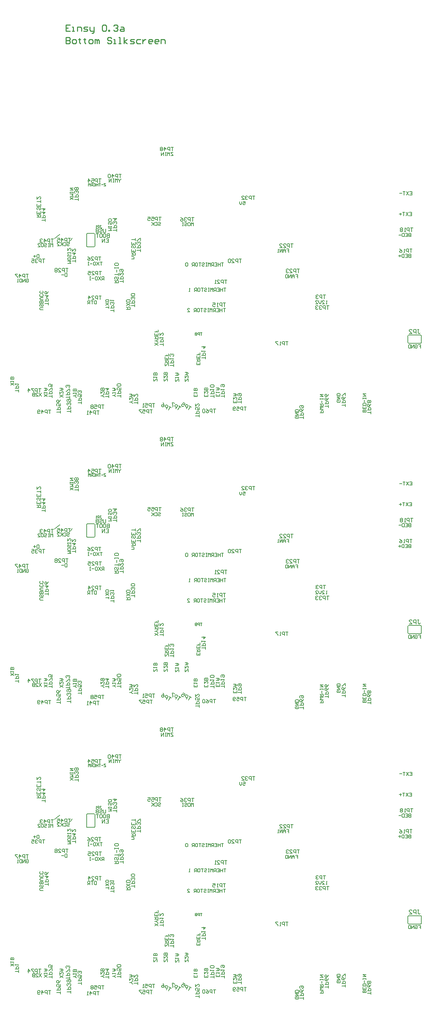
<source format=gbo>
G04 Layer_Color=32896*
%FSLAX24Y24*%
%MOIN*%
G70*
G01*
G75*
%ADD10C,0.0070*%
%ADD12C,0.0100*%
%ADD14C,0.0080*%
%ADD142C,0.0050*%
%ADD143C,0.0060*%
G54D10*
X52144Y21851D02*
X52278D01*
X52211D01*
Y21518D01*
X52278Y21451D01*
X52344D01*
X52411Y21518D01*
X52011Y21451D02*
Y21851D01*
X51811D01*
X51745Y21784D01*
Y21651D01*
X51811Y21584D01*
X52011D01*
X51345Y21451D02*
X51611D01*
X51345Y21718D01*
Y21784D01*
X51411Y21851D01*
X51545D01*
X51611Y21784D01*
X52144Y49843D02*
X52278D01*
X52211D01*
Y49510D01*
X52278Y49443D01*
X52344D01*
X52411Y49510D01*
X52011Y49443D02*
Y49843D01*
X51811D01*
X51745Y49776D01*
Y49643D01*
X51811Y49576D01*
X52011D01*
X51345Y49443D02*
X51611D01*
X51345Y49710D01*
Y49776D01*
X51411Y49843D01*
X51545D01*
X51611Y49776D01*
X52144Y77835D02*
X52278D01*
X52211D01*
Y77502D01*
X52278Y77435D01*
X52344D01*
X52411Y77502D01*
X52011Y77435D02*
Y77835D01*
X51811D01*
X51745Y77769D01*
Y77635D01*
X51811Y77569D01*
X52011D01*
X51345Y77435D02*
X51611D01*
X51345Y77702D01*
Y77769D01*
X51411Y77835D01*
X51545D01*
X51611Y77769D01*
G54D12*
X18200Y106000D02*
Y105400D01*
X18500D01*
X18600Y105500D01*
Y105600D01*
X18500Y105700D01*
X18200D01*
X18500D01*
X18600Y105800D01*
Y105900D01*
X18500Y106000D01*
X18200D01*
X18900Y105400D02*
X19100D01*
X19200Y105500D01*
Y105700D01*
X19100Y105800D01*
X18900D01*
X18800Y105700D01*
Y105500D01*
X18900Y105400D01*
X19500Y105900D02*
Y105800D01*
X19400D01*
X19600D01*
X19500D01*
Y105500D01*
X19600Y105400D01*
X19999Y105900D02*
Y105800D01*
X19899D01*
X20099D01*
X19999D01*
Y105500D01*
X20099Y105400D01*
X20499D02*
X20699D01*
X20799Y105500D01*
Y105700D01*
X20699Y105800D01*
X20499D01*
X20399Y105700D01*
Y105500D01*
X20499Y105400D01*
X20999D02*
Y105800D01*
X21099D01*
X21199Y105700D01*
Y105400D01*
Y105700D01*
X21299Y105800D01*
X21399Y105700D01*
Y105400D01*
X22599Y105900D02*
X22499Y106000D01*
X22299D01*
X22199Y105900D01*
Y105800D01*
X22299Y105700D01*
X22499D01*
X22599Y105600D01*
Y105500D01*
X22499Y105400D01*
X22299D01*
X22199Y105500D01*
X22799Y105400D02*
X22998D01*
X22898D01*
Y105800D01*
X22799D01*
X23298Y105400D02*
X23498D01*
X23398D01*
Y106000D01*
X23298D01*
X23798Y105400D02*
Y106000D01*
Y105600D02*
X24098Y105800D01*
X23798Y105600D02*
X24098Y105400D01*
X24398D02*
X24698D01*
X24798Y105500D01*
X24698Y105600D01*
X24498D01*
X24398Y105700D01*
X24498Y105800D01*
X24798D01*
X25398D02*
X25098D01*
X24998Y105700D01*
Y105500D01*
X25098Y105400D01*
X25398D01*
X25598Y105800D02*
Y105400D01*
Y105600D01*
X25698Y105700D01*
X25798Y105800D01*
X25898D01*
X26497Y105400D02*
X26297D01*
X26197Y105500D01*
Y105700D01*
X26297Y105800D01*
X26497D01*
X26597Y105700D01*
Y105600D01*
X26197D01*
X27097Y105400D02*
X26897D01*
X26797Y105500D01*
Y105700D01*
X26897Y105800D01*
X27097D01*
X27197Y105700D01*
Y105600D01*
X26797D01*
X27397Y105400D02*
Y105800D01*
X27697D01*
X27797Y105700D01*
Y105400D01*
X18600Y107200D02*
X18200D01*
Y106600D01*
X18600D01*
X18200Y106900D02*
X18400D01*
X18800Y106600D02*
X19000D01*
X18900D01*
Y107000D01*
X18800D01*
X19300Y106600D02*
Y107000D01*
X19600D01*
X19700Y106900D01*
Y106600D01*
X19899D02*
X20199D01*
X20299Y106700D01*
X20199Y106800D01*
X19999D01*
X19899Y106900D01*
X19999Y107000D01*
X20299D01*
X20499D02*
Y106700D01*
X20599Y106600D01*
X20899D01*
Y106500D01*
X20799Y106400D01*
X20699D01*
X20899Y106600D02*
Y107000D01*
X21699Y107100D02*
X21799Y107200D01*
X21999D01*
X22099Y107100D01*
Y106700D01*
X21999Y106600D01*
X21799D01*
X21699Y106700D01*
Y107100D01*
X22299Y106600D02*
Y106700D01*
X22399D01*
Y106600D01*
X22299D01*
X22799Y107100D02*
X22898Y107200D01*
X23098D01*
X23198Y107100D01*
Y107000D01*
X23098Y106900D01*
X22998D01*
X23098D01*
X23198Y106800D01*
Y106700D01*
X23098Y106600D01*
X22898D01*
X22799Y106700D01*
X23498Y107000D02*
X23698D01*
X23798Y106900D01*
Y106600D01*
X23498D01*
X23398Y106700D01*
X23498Y106800D01*
X23798D01*
G54D14*
X17131Y30601D02*
X17601Y31001D01*
X18651Y30401D02*
X18821Y30631D01*
X17131Y58593D02*
X17601Y58993D01*
X18651Y58393D02*
X18821Y58623D01*
X17131Y86585D02*
X17601Y86985D01*
X18651Y86385D02*
X18821Y86615D01*
G54D142*
X31358Y21528D02*
X31192D01*
X31275D01*
Y21279D01*
X31109D02*
Y21528D01*
X30984D01*
X30942Y21487D01*
Y21403D01*
X30984Y21362D01*
X31109D01*
X30859Y21487D02*
X30817Y21528D01*
X30734D01*
X30692Y21487D01*
Y21445D01*
X30734Y21403D01*
X30692Y21362D01*
Y21320D01*
X30734Y21279D01*
X30817D01*
X30859Y21320D01*
Y21362D01*
X30817Y21403D01*
X30859Y21445D01*
Y21487D01*
X30817Y21403D02*
X30734D01*
X21514Y31871D02*
X21598D01*
X21556D01*
Y31663D01*
X21598Y31621D01*
X21639D01*
X21681Y31663D01*
X21431Y31621D02*
Y31871D01*
X21306D01*
X21264Y31829D01*
Y31746D01*
X21306Y31704D01*
X21431D01*
X21181Y31621D02*
X21098D01*
X21140D01*
Y31871D01*
X21181Y31829D01*
X22061Y35921D02*
X21894D01*
Y35879D01*
X22061Y35713D01*
Y35671D01*
X21894D01*
X21811Y35796D02*
X21644D01*
X21561Y35921D02*
X21395D01*
X21478D01*
Y35671D01*
X21311Y35921D02*
Y35671D01*
Y35796D01*
X21145D01*
Y35921D01*
Y35671D01*
X20895Y35921D02*
X21061D01*
Y35671D01*
X20895D01*
X21061Y35796D02*
X20978D01*
X20811Y35671D02*
Y35921D01*
X20686D01*
X20645Y35879D01*
Y35796D01*
X20686Y35754D01*
X20811D01*
X20728D02*
X20645Y35671D01*
X20562D02*
Y35921D01*
X20478Y35838D01*
X20395Y35921D01*
Y35671D01*
X31358Y49521D02*
X31192D01*
X31275D01*
Y49271D01*
X31109D02*
Y49521D01*
X30984D01*
X30942Y49479D01*
Y49396D01*
X30984Y49354D01*
X31109D01*
X30859Y49479D02*
X30817Y49521D01*
X30734D01*
X30692Y49479D01*
Y49437D01*
X30734Y49396D01*
X30692Y49354D01*
Y49312D01*
X30734Y49271D01*
X30817D01*
X30859Y49312D01*
Y49354D01*
X30817Y49396D01*
X30859Y49437D01*
Y49479D01*
X30817Y49396D02*
X30734D01*
X21514Y59863D02*
X21598D01*
X21556D01*
Y59655D01*
X21598Y59613D01*
X21639D01*
X21681Y59655D01*
X21431Y59613D02*
Y59863D01*
X21306D01*
X21264Y59821D01*
Y59738D01*
X21306Y59696D01*
X21431D01*
X21181Y59613D02*
X21098D01*
X21140D01*
Y59863D01*
X21181Y59821D01*
X22061Y63913D02*
X21894D01*
Y63871D01*
X22061Y63705D01*
Y63663D01*
X21894D01*
X21811Y63788D02*
X21644D01*
X21561Y63913D02*
X21395D01*
X21478D01*
Y63663D01*
X21311Y63913D02*
Y63663D01*
Y63788D01*
X21145D01*
Y63913D01*
Y63663D01*
X20895Y63913D02*
X21061D01*
Y63663D01*
X20895D01*
X21061Y63788D02*
X20978D01*
X20811Y63663D02*
Y63913D01*
X20686D01*
X20645Y63871D01*
Y63788D01*
X20686Y63746D01*
X20811D01*
X20728D02*
X20645Y63663D01*
X20562D02*
Y63913D01*
X20478Y63830D01*
X20395Y63913D01*
Y63663D01*
X31358Y77513D02*
X31192D01*
X31275D01*
Y77263D01*
X31109D02*
Y77513D01*
X30984D01*
X30942Y77471D01*
Y77388D01*
X30984Y77346D01*
X31109D01*
X30859Y77471D02*
X30817Y77513D01*
X30734D01*
X30692Y77471D01*
Y77429D01*
X30734Y77388D01*
X30692Y77346D01*
Y77304D01*
X30734Y77263D01*
X30817D01*
X30859Y77304D01*
Y77346D01*
X30817Y77388D01*
X30859Y77429D01*
Y77471D01*
X30817Y77388D02*
X30734D01*
X21514Y87855D02*
X21598D01*
X21556D01*
Y87647D01*
X21598Y87605D01*
X21639D01*
X21681Y87647D01*
X21431Y87605D02*
Y87855D01*
X21306D01*
X21264Y87814D01*
Y87730D01*
X21306Y87689D01*
X21431D01*
X21181Y87605D02*
X21098D01*
X21140D01*
Y87855D01*
X21181Y87814D01*
X22061Y91905D02*
X21894D01*
Y91864D01*
X22061Y91697D01*
Y91655D01*
X21894D01*
X21811Y91780D02*
X21644D01*
X21561Y91905D02*
X21395D01*
X21478D01*
Y91655D01*
X21311Y91905D02*
Y91655D01*
Y91780D01*
X21145D01*
Y91905D01*
Y91655D01*
X20895Y91905D02*
X21061D01*
Y91655D01*
X20895D01*
X21061Y91780D02*
X20978D01*
X20811Y91655D02*
Y91905D01*
X20686D01*
X20645Y91864D01*
Y91780D01*
X20686Y91739D01*
X20811D01*
X20728D02*
X20645Y91655D01*
X20562D02*
Y91905D01*
X20478Y91822D01*
X20395Y91905D01*
Y91655D01*
G54D143*
X51329Y21309D02*
X51258Y21279D01*
X51228Y21209D01*
X52529D02*
X52499Y21279D01*
X52428Y21309D01*
Y20508D02*
X52499Y20538D01*
X52529Y20608D01*
X51228D02*
X51258Y20538D01*
X51329Y20508D01*
X20200Y29913D02*
X20230Y29842D01*
X20300Y29813D01*
Y31113D02*
X20230Y31083D01*
X20200Y31013D01*
X21000D02*
X20971Y31083D01*
X20900Y31113D01*
Y29813D02*
X20971Y29842D01*
X21000Y29913D01*
X51329Y20508D02*
X52428D01*
X51228Y20608D02*
Y21209D01*
X52529Y20608D02*
Y21209D01*
X51329Y21309D02*
X52428D01*
X21000Y29913D02*
Y31013D01*
X20300Y29813D02*
X20900D01*
X20300Y31113D02*
X20900D01*
X20200Y29913D02*
Y31013D01*
X43601Y24131D02*
X43368D01*
X43484D01*
Y23781D01*
X43251D02*
Y24131D01*
X43076D01*
X43018Y24073D01*
Y23956D01*
X43076Y23898D01*
X43251D01*
X42901Y24073D02*
X42843Y24131D01*
X42726D01*
X42668Y24073D01*
Y24014D01*
X42726Y23956D01*
X42785D01*
X42726D01*
X42668Y23898D01*
Y23839D01*
X42726Y23781D01*
X42843D01*
X42901Y23839D01*
X42551Y24073D02*
X42493Y24131D01*
X42376D01*
X42318Y24073D01*
Y24014D01*
X42376Y23956D01*
X42435D01*
X42376D01*
X42318Y23898D01*
Y23839D01*
X42376Y23781D01*
X42493D01*
X42551Y23839D01*
X40751Y27661D02*
X40518D01*
X40634D01*
Y27311D01*
X40401D02*
Y27661D01*
X40226D01*
X40168Y27603D01*
Y27486D01*
X40226Y27428D01*
X40401D01*
X39818Y27311D02*
X40051D01*
X39818Y27544D01*
Y27603D01*
X39876Y27661D01*
X39993D01*
X40051Y27603D01*
X39701D02*
X39643Y27661D01*
X39526D01*
X39468Y27603D01*
Y27544D01*
X39526Y27486D01*
X39585D01*
X39526D01*
X39468Y27428D01*
Y27369D01*
X39526Y27311D01*
X39643D01*
X39701Y27369D01*
X40141Y30101D02*
X39908D01*
X40024D01*
Y29751D01*
X39791D02*
Y30101D01*
X39616D01*
X39558Y30043D01*
Y29926D01*
X39616Y29868D01*
X39791D01*
X39208Y29751D02*
X39441D01*
X39208Y29984D01*
Y30043D01*
X39266Y30101D01*
X39383D01*
X39441Y30043D01*
X38858Y29751D02*
X39091D01*
X38858Y29984D01*
Y30043D01*
X38916Y30101D01*
X39033D01*
X39091Y30043D01*
X31081Y13401D02*
Y13634D01*
Y13518D01*
X30731D01*
Y13751D02*
X31081D01*
Y13926D01*
X31023Y13984D01*
X30906D01*
X30848Y13926D01*
Y13751D01*
X31081Y14334D02*
Y14101D01*
X30906D01*
X30964Y14217D01*
Y14276D01*
X30906Y14334D01*
X30789D01*
X30731Y14276D01*
Y14159D01*
X30789Y14101D01*
X30731Y14684D02*
Y14451D01*
X30964Y14684D01*
X31023D01*
X31081Y14626D01*
Y14509D01*
X31023Y14451D01*
X33521Y15301D02*
Y15534D01*
Y15418D01*
X33171D01*
Y15651D02*
X33521D01*
Y15826D01*
X33463Y15884D01*
X33346D01*
X33288Y15826D01*
Y15651D01*
X33171Y16001D02*
Y16117D01*
Y16059D01*
X33521D01*
X33463Y16001D01*
X33229Y16292D02*
X33171Y16351D01*
Y16467D01*
X33229Y16526D01*
X33463D01*
X33521Y16467D01*
Y16351D01*
X33463Y16292D01*
X33404D01*
X33346Y16351D01*
Y16526D01*
X32511Y15281D02*
Y15514D01*
Y15398D01*
X32161D01*
Y15631D02*
X32511D01*
Y15806D01*
X32453Y15864D01*
X32336D01*
X32278Y15806D01*
Y15631D01*
X32161Y15981D02*
Y16097D01*
Y16039D01*
X32511D01*
X32453Y15981D01*
Y16272D02*
X32511Y16331D01*
Y16447D01*
X32453Y16506D01*
X32219D01*
X32161Y16447D01*
Y16331D01*
X32219Y16272D01*
X32453D01*
X35161Y14731D02*
Y14964D01*
Y14848D01*
X34811D01*
Y15081D02*
X35161D01*
Y15256D01*
X35103Y15314D01*
X34986D01*
X34928Y15256D01*
Y15081D01*
X34869Y15431D02*
X34811Y15489D01*
Y15606D01*
X34869Y15664D01*
X35103D01*
X35161Y15606D01*
Y15489D01*
X35103Y15431D01*
X35044D01*
X34986Y15489D01*
Y15664D01*
X26791Y14701D02*
X26558D01*
X26674D01*
Y14351D01*
X26441D02*
Y14701D01*
X26266D01*
X26208Y14643D01*
Y14526D01*
X26266Y14468D01*
X26441D01*
X25858Y14701D02*
X26091D01*
Y14526D01*
X25975Y14584D01*
X25916D01*
X25858Y14526D01*
Y14409D01*
X25916Y14351D01*
X26033D01*
X26091Y14409D01*
X25741Y14351D02*
X25625D01*
X25683D01*
Y14701D01*
X25741Y14643D01*
X29306Y14344D02*
X29104Y14461D01*
X29205Y14402D01*
X29030Y14099D01*
X28828Y14216D02*
X29003Y14519D01*
X28851Y14606D01*
X28772Y14585D01*
X28713Y14484D01*
X28735Y14404D01*
X28886Y14317D01*
X28700Y14694D02*
X28498Y14811D01*
X28469Y14760D01*
X28554Y14441D01*
X28525Y14391D01*
X28386Y14304D02*
X28184Y14421D01*
X28285Y14362D01*
X28110Y14059D01*
X27908Y14176D02*
X28083Y14479D01*
X27931Y14566D01*
X27852Y14545D01*
X27793Y14444D01*
X27815Y14364D01*
X27966Y14277D01*
X27578Y14771D02*
X27650Y14662D01*
X27692Y14502D01*
X27634Y14401D01*
X27555Y14380D01*
X27453Y14438D01*
X27432Y14518D01*
X27461Y14569D01*
X27541Y14590D01*
X27692Y14502D01*
X30326Y14344D02*
X30124Y14461D01*
X30225Y14402D01*
X30050Y14099D01*
X29848Y14216D02*
X30023Y14519D01*
X29871Y14606D01*
X29792Y14585D01*
X29733Y14484D01*
X29755Y14404D01*
X29906Y14317D01*
X29518Y14811D02*
X29720Y14694D01*
X29632Y14542D01*
X29561Y14651D01*
X29510Y14680D01*
X29430Y14659D01*
X29372Y14558D01*
X29393Y14478D01*
X29495Y14420D01*
X29574Y14441D01*
X19721Y14661D02*
Y14894D01*
Y14778D01*
X19371D01*
Y15011D02*
X19721D01*
Y15186D01*
X19663Y15244D01*
X19546D01*
X19488Y15186D01*
Y15011D01*
X19721Y15594D02*
Y15361D01*
X19546D01*
X19604Y15477D01*
Y15536D01*
X19546Y15594D01*
X19429D01*
X19371Y15536D01*
Y15419D01*
X19429Y15361D01*
X19663Y15711D02*
X19721Y15769D01*
Y15886D01*
X19663Y15944D01*
X19604D01*
X19546Y15886D01*
Y15827D01*
Y15886D01*
X19488Y15944D01*
X19429D01*
X19371Y15886D01*
Y15769D01*
X19429Y15711D01*
X23511Y15311D02*
Y15544D01*
Y15428D01*
X23161D01*
Y15661D02*
X23511D01*
Y15836D01*
X23453Y15894D01*
X23336D01*
X23278Y15836D01*
Y15661D01*
X23511Y16244D02*
Y16011D01*
X23336D01*
X23394Y16127D01*
Y16186D01*
X23336Y16244D01*
X23219D01*
X23161Y16186D01*
Y16069D01*
X23219Y16011D01*
X23453Y16361D02*
X23511Y16419D01*
Y16536D01*
X23453Y16594D01*
X23219D01*
X23161Y16536D01*
Y16419D01*
X23219Y16361D01*
X23453D01*
X22361Y15271D02*
Y15504D01*
Y15388D01*
X22011D01*
Y15621D02*
X22361D01*
Y15796D01*
X22303Y15854D01*
X22186D01*
X22128Y15796D01*
Y15621D01*
X22011Y16146D02*
X22361D01*
X22186Y15971D01*
Y16204D01*
X25141Y14661D02*
Y14894D01*
Y14778D01*
X24791D01*
Y15011D02*
X25141D01*
Y15186D01*
X25083Y15244D01*
X24966D01*
X24908Y15186D01*
Y15011D01*
X24791Y15594D02*
Y15361D01*
X25024Y15594D01*
X25083D01*
X25141Y15536D01*
Y15419D01*
X25083Y15361D01*
X13661Y15811D02*
Y16044D01*
Y15928D01*
X13311D01*
Y16161D02*
X13661D01*
Y16336D01*
X13603Y16394D01*
X13486D01*
X13428Y16336D01*
Y16161D01*
X13311Y16511D02*
Y16627D01*
Y16569D01*
X13661D01*
X13603Y16511D01*
X41141Y13241D02*
Y13474D01*
Y13358D01*
X40791D01*
Y13591D02*
X41141D01*
Y13766D01*
X41083Y13824D01*
X40966D01*
X40908Y13766D01*
Y13591D01*
X41141Y14174D02*
X41083Y14057D01*
X40966Y13941D01*
X40849D01*
X40791Y13999D01*
Y14116D01*
X40849Y14174D01*
X40908D01*
X40966Y14116D01*
Y13941D01*
X40849Y14291D02*
X40791Y14349D01*
Y14466D01*
X40849Y14524D01*
X41083D01*
X41141Y14466D01*
Y14349D01*
X41083Y14291D01*
X41024D01*
X40966Y14349D01*
Y14524D01*
X47651Y13721D02*
Y13954D01*
Y13838D01*
X47301D01*
Y14071D02*
X47651D01*
Y14246D01*
X47593Y14304D01*
X47476D01*
X47418Y14246D01*
Y14071D01*
X47651Y14654D02*
X47593Y14537D01*
X47476Y14421D01*
X47359D01*
X47301Y14479D01*
Y14596D01*
X47359Y14654D01*
X47418D01*
X47476Y14596D01*
Y14421D01*
X47593Y14771D02*
X47651Y14829D01*
Y14946D01*
X47593Y15004D01*
X47534D01*
X47476Y14946D01*
X47418Y15004D01*
X47359D01*
X47301Y14946D01*
Y14829D01*
X47359Y14771D01*
X47418D01*
X47476Y14829D01*
X47534Y14771D01*
X47593D01*
X47476Y14829D02*
Y14946D01*
X45191Y14411D02*
Y14644D01*
Y14528D01*
X44841D01*
Y14761D02*
X45191D01*
Y14936D01*
X45133Y14994D01*
X45016D01*
X44958Y14936D01*
Y14761D01*
X45191Y15344D02*
X45133Y15227D01*
X45016Y15111D01*
X44899D01*
X44841Y15169D01*
Y15286D01*
X44899Y15344D01*
X44958D01*
X45016Y15286D01*
Y15111D01*
X45191Y15461D02*
Y15694D01*
X45133D01*
X44899Y15461D01*
X44841D01*
X43561Y14321D02*
Y14554D01*
Y14438D01*
X43211D01*
Y14671D02*
X43561D01*
Y14846D01*
X43503Y14904D01*
X43386D01*
X43328Y14846D01*
Y14671D01*
X43561Y15254D02*
X43503Y15137D01*
X43386Y15021D01*
X43269D01*
X43211Y15079D01*
Y15196D01*
X43269Y15254D01*
X43328D01*
X43386Y15196D01*
Y15021D01*
X43561Y15604D02*
X43503Y15487D01*
X43386Y15371D01*
X43269D01*
X43211Y15429D01*
Y15546D01*
X43269Y15604D01*
X43328D01*
X43386Y15546D01*
Y15371D01*
X28591Y39421D02*
X28358D01*
X28474D01*
Y39071D01*
X28241D02*
Y39421D01*
X28066D01*
X28008Y39363D01*
Y39246D01*
X28066Y39188D01*
X28241D01*
X27716Y39071D02*
Y39421D01*
X27891Y39246D01*
X27658D01*
X27541Y39363D02*
X27483Y39421D01*
X27366D01*
X27308Y39363D01*
Y39304D01*
X27366Y39246D01*
X27308Y39188D01*
Y39129D01*
X27366Y39071D01*
X27483D01*
X27541Y39129D01*
Y39188D01*
X27483Y39246D01*
X27541Y39304D01*
Y39363D01*
X27483Y39246D02*
X27366D01*
X14591Y27191D02*
X14358D01*
X14474D01*
Y26841D01*
X14241D02*
Y27191D01*
X14066D01*
X14008Y27133D01*
Y27016D01*
X14066Y26958D01*
X14241D01*
X13716Y26841D02*
Y27191D01*
X13891Y27016D01*
X13658D01*
X13541Y27191D02*
X13308D01*
Y27133D01*
X13541Y26899D01*
Y26841D01*
X16521Y24221D02*
Y24454D01*
Y24338D01*
X16171D01*
Y24571D02*
X16521D01*
Y24746D01*
X16463Y24804D01*
X16346D01*
X16288Y24746D01*
Y24571D01*
X16171Y25096D02*
X16521D01*
X16346Y24921D01*
Y25154D01*
X16521Y25504D02*
X16463Y25387D01*
X16346Y25271D01*
X16229D01*
X16171Y25329D01*
Y25446D01*
X16229Y25504D01*
X16288D01*
X16346Y25446D01*
Y25271D01*
X18651Y30641D02*
X18418D01*
X18534D01*
Y30291D01*
X18301D02*
Y30641D01*
X18126D01*
X18068Y30583D01*
Y30466D01*
X18126Y30408D01*
X18301D01*
X17776Y30291D02*
Y30641D01*
X17951Y30466D01*
X17718D01*
X17368Y30641D02*
X17601D01*
Y30466D01*
X17485Y30524D01*
X17426D01*
X17368Y30466D01*
Y30349D01*
X17426Y30291D01*
X17543D01*
X17601Y30349D01*
X16231Y32261D02*
Y32494D01*
Y32378D01*
X15881D01*
Y32611D02*
X16231D01*
Y32786D01*
X16173Y32844D01*
X16056D01*
X15998Y32786D01*
Y32611D01*
X15881Y33136D02*
X16231D01*
X16056Y32961D01*
Y33194D01*
X15881Y33486D02*
X16231D01*
X16056Y33311D01*
Y33544D01*
X17001Y30561D02*
X16768D01*
X16884D01*
Y30211D01*
X16651D02*
Y30561D01*
X16476D01*
X16418Y30503D01*
Y30386D01*
X16476Y30328D01*
X16651D01*
X16126Y30211D02*
Y30561D01*
X16301Y30386D01*
X16068D01*
X15951Y30503D02*
X15893Y30561D01*
X15776D01*
X15718Y30503D01*
Y30444D01*
X15776Y30386D01*
X15835D01*
X15776D01*
X15718Y30328D01*
Y30269D01*
X15776Y30211D01*
X15893D01*
X15951Y30269D01*
X19151Y28331D02*
Y28564D01*
Y28448D01*
X18801D01*
Y28681D02*
X19151D01*
Y28856D01*
X19093Y28914D01*
X18976D01*
X18918Y28856D01*
Y28681D01*
X18801Y29206D02*
X19151D01*
X18976Y29031D01*
Y29264D01*
X18801Y29614D02*
Y29381D01*
X19034Y29614D01*
X19093D01*
X19151Y29556D01*
Y29439D01*
X19093Y29381D01*
X23561Y36821D02*
X23328D01*
X23444D01*
Y36471D01*
X23211D02*
Y36821D01*
X23036D01*
X22978Y36763D01*
Y36646D01*
X23036Y36588D01*
X23211D01*
X22686Y36471D02*
Y36821D01*
X22861Y36646D01*
X22628D01*
X22511Y36763D02*
X22453Y36821D01*
X22336D01*
X22278Y36763D01*
Y36529D01*
X22336Y36471D01*
X22453D01*
X22511Y36529D01*
Y36763D01*
X19411Y34261D02*
Y34494D01*
Y34378D01*
X19061D01*
Y34611D02*
X19411D01*
Y34786D01*
X19353Y34844D01*
X19236D01*
X19178Y34786D01*
Y34611D01*
X19353Y34961D02*
X19411Y35019D01*
Y35136D01*
X19353Y35194D01*
X19294D01*
X19236Y35136D01*
Y35077D01*
Y35136D01*
X19178Y35194D01*
X19119D01*
X19061Y35136D01*
Y35019D01*
X19119Y34961D01*
X19353Y35311D02*
X19411Y35369D01*
Y35486D01*
X19353Y35544D01*
X19294D01*
X19236Y35486D01*
X19178Y35544D01*
X19119D01*
X19061Y35486D01*
Y35369D01*
X19119Y35311D01*
X19178D01*
X19236Y35369D01*
X19294Y35311D01*
X19353D01*
X19236Y35369D02*
Y35486D01*
X25411Y29351D02*
Y29584D01*
Y29468D01*
X25061D01*
Y29701D02*
X25411D01*
Y29876D01*
X25353Y29934D01*
X25236D01*
X25178Y29876D01*
Y29701D01*
X25353Y30051D02*
X25411Y30109D01*
Y30226D01*
X25353Y30284D01*
X25294D01*
X25236Y30226D01*
Y30167D01*
Y30226D01*
X25178Y30284D01*
X25119D01*
X25061Y30226D01*
Y30109D01*
X25119Y30051D01*
X25411Y30401D02*
Y30634D01*
X25353D01*
X25119Y30401D01*
X25061D01*
X30571Y32641D02*
X30338D01*
X30454D01*
Y32291D01*
X30221D02*
Y32641D01*
X30046D01*
X29988Y32583D01*
Y32466D01*
X30046Y32408D01*
X30221D01*
X29871Y32583D02*
X29813Y32641D01*
X29696D01*
X29638Y32583D01*
Y32524D01*
X29696Y32466D01*
X29755D01*
X29696D01*
X29638Y32408D01*
Y32349D01*
X29696Y32291D01*
X29813D01*
X29871Y32349D01*
X29288Y32641D02*
X29405Y32583D01*
X29521Y32466D01*
Y32349D01*
X29463Y32291D01*
X29346D01*
X29288Y32349D01*
Y32408D01*
X29346Y32466D01*
X29521D01*
X23101Y31301D02*
Y31534D01*
Y31418D01*
X22751D01*
Y31651D02*
X23101D01*
Y31826D01*
X23043Y31884D01*
X22926D01*
X22868Y31826D01*
Y31651D01*
X23043Y32001D02*
X23101Y32059D01*
Y32176D01*
X23043Y32234D01*
X22984D01*
X22926Y32176D01*
Y32117D01*
Y32176D01*
X22868Y32234D01*
X22809D01*
X22751Y32176D01*
Y32059D01*
X22809Y32001D01*
X22751Y32526D02*
X23101D01*
X22926Y32351D01*
Y32584D01*
X33621Y24401D02*
X33388D01*
X33504D01*
Y24051D01*
X33271D02*
Y24401D01*
X33096D01*
X33038Y24343D01*
Y24226D01*
X33096Y24168D01*
X33271D01*
X32921Y24051D02*
X32805D01*
X32863D01*
Y24401D01*
X32921Y24343D01*
X32396Y24401D02*
X32630D01*
Y24226D01*
X32513Y24284D01*
X32455D01*
X32396Y24226D01*
Y24109D01*
X32455Y24051D01*
X32571D01*
X32630Y24109D01*
X35161Y28641D02*
X34928D01*
X35044D01*
Y28291D01*
X34811D02*
Y28641D01*
X34636D01*
X34578Y28583D01*
Y28466D01*
X34636Y28408D01*
X34811D01*
X34228Y28291D02*
X34461D01*
X34228Y28524D01*
Y28583D01*
X34286Y28641D01*
X34403D01*
X34461Y28583D01*
X34111D02*
X34053Y28641D01*
X33936D01*
X33878Y28583D01*
Y28349D01*
X33936Y28291D01*
X34053D01*
X34111Y28349D01*
Y28583D01*
X33751Y26621D02*
X33518D01*
X33634D01*
Y26271D01*
X33401D02*
Y26621D01*
X33226D01*
X33168Y26563D01*
Y26446D01*
X33226Y26388D01*
X33401D01*
X32818Y26271D02*
X33051D01*
X32818Y26504D01*
Y26563D01*
X32876Y26621D01*
X32993D01*
X33051Y26563D01*
X32701Y26271D02*
X32585D01*
X32643D01*
Y26621D01*
X32701Y26563D01*
X43281Y25171D02*
X43048D01*
X43164D01*
Y24821D01*
X42931D02*
Y25171D01*
X42756D01*
X42698Y25113D01*
Y24996D01*
X42756Y24938D01*
X42931D01*
X42581Y25113D02*
X42523Y25171D01*
X42406D01*
X42348Y25113D01*
Y25054D01*
X42406Y24996D01*
X42465D01*
X42406D01*
X42348Y24938D01*
Y24879D01*
X42406Y24821D01*
X42523D01*
X42581Y24879D01*
X51631Y29611D02*
X51398D01*
X51514D01*
Y29261D01*
X51281D02*
Y29611D01*
X51106D01*
X51048Y29553D01*
Y29436D01*
X51106Y29378D01*
X51281D01*
X50931Y29261D02*
X50815D01*
X50873D01*
Y29611D01*
X50931Y29553D01*
X50406Y29611D02*
X50523Y29553D01*
X50640Y29436D01*
Y29319D01*
X50581Y29261D01*
X50465D01*
X50406Y29319D01*
Y29378D01*
X50465Y29436D01*
X50640D01*
X39661Y20681D02*
X39428D01*
X39544D01*
Y20331D01*
X39311D02*
Y20681D01*
X39136D01*
X39078Y20623D01*
Y20506D01*
X39136Y20448D01*
X39311D01*
X38961Y20331D02*
X38845D01*
X38903D01*
Y20681D01*
X38961Y20623D01*
X38670Y20681D02*
X38436D01*
Y20623D01*
X38670Y20389D01*
Y20331D01*
X51711Y31631D02*
X51478D01*
X51594D01*
Y31281D01*
X51361D02*
Y31631D01*
X51186D01*
X51128Y31573D01*
Y31456D01*
X51186Y31398D01*
X51361D01*
X51011Y31281D02*
X50895D01*
X50953D01*
Y31631D01*
X51011Y31573D01*
X50720D02*
X50661Y31631D01*
X50545D01*
X50486Y31573D01*
Y31514D01*
X50545Y31456D01*
X50486Y31398D01*
Y31339D01*
X50545Y31281D01*
X50661D01*
X50720Y31339D01*
Y31398D01*
X50661Y31456D01*
X50720Y31514D01*
Y31573D01*
X50661Y31456D02*
X50545D01*
X21631Y25091D02*
X21398D01*
X21514D01*
Y24741D01*
X21281D02*
Y25091D01*
X21106D01*
X21048Y25033D01*
Y24916D01*
X21106Y24858D01*
X21281D01*
X20698Y24741D02*
X20931D01*
X20698Y24974D01*
Y25033D01*
X20756Y25091D01*
X20873D01*
X20931Y25033D01*
X20406Y24741D02*
Y25091D01*
X20581Y24916D01*
X20348D01*
X21641Y27451D02*
X21408D01*
X21524D01*
Y27101D01*
X21291D02*
Y27451D01*
X21116D01*
X21058Y27393D01*
Y27276D01*
X21116Y27218D01*
X21291D01*
X20708Y27101D02*
X20941D01*
X20708Y27334D01*
Y27393D01*
X20766Y27451D01*
X20883D01*
X20941Y27393D01*
X20358Y27451D02*
X20591D01*
Y27276D01*
X20475Y27334D01*
X20416D01*
X20358Y27276D01*
Y27159D01*
X20416Y27101D01*
X20533D01*
X20591Y27159D01*
X21591Y28851D02*
X21358D01*
X21474D01*
Y28501D01*
X21241D02*
Y28851D01*
X21066D01*
X21008Y28793D01*
Y28676D01*
X21066Y28618D01*
X21241D01*
X20658Y28501D02*
X20891D01*
X20658Y28734D01*
Y28793D01*
X20716Y28851D01*
X20833D01*
X20891Y28793D01*
X20308Y28851D02*
X20425Y28793D01*
X20541Y28676D01*
Y28559D01*
X20483Y28501D01*
X20366D01*
X20308Y28559D01*
Y28618D01*
X20366Y28676D01*
X20541D01*
X23751Y26371D02*
Y26604D01*
Y26488D01*
X23401D01*
Y26721D02*
X23751D01*
Y26896D01*
X23693Y26954D01*
X23576D01*
X23518Y26896D01*
Y26721D01*
X23401Y27304D02*
Y27071D01*
X23634Y27304D01*
X23693D01*
X23751Y27246D01*
Y27129D01*
X23693Y27071D01*
X23459Y27421D02*
X23401Y27479D01*
Y27596D01*
X23459Y27654D01*
X23693D01*
X23751Y27596D01*
Y27479D01*
X23693Y27421D01*
X23634D01*
X23576Y27479D01*
Y27654D01*
X24861Y24041D02*
Y24274D01*
Y24158D01*
X24511D01*
Y24391D02*
X24861D01*
Y24566D01*
X24803Y24624D01*
X24686D01*
X24628Y24566D01*
Y24391D01*
X24803Y24741D02*
X24861Y24799D01*
Y24916D01*
X24803Y24974D01*
X24744D01*
X24686Y24916D01*
Y24857D01*
Y24916D01*
X24628Y24974D01*
X24569D01*
X24511Y24916D01*
Y24799D01*
X24569Y24741D01*
X24803Y25091D02*
X24861Y25149D01*
Y25266D01*
X24803Y25324D01*
X24569D01*
X24511Y25266D01*
Y25149D01*
X24569Y25091D01*
X24803D01*
X22851Y23551D02*
Y23784D01*
Y23668D01*
X22501D01*
Y23901D02*
X22851D01*
Y24076D01*
X22793Y24134D01*
X22676D01*
X22618Y24076D01*
Y23901D01*
X22793Y24251D02*
X22851Y24309D01*
Y24426D01*
X22793Y24484D01*
X22734D01*
X22676Y24426D01*
Y24367D01*
Y24426D01*
X22618Y24484D01*
X22559D01*
X22501Y24426D01*
Y24309D01*
X22559Y24251D01*
X22501Y24601D02*
Y24717D01*
Y24659D01*
X22851D01*
X22793Y24601D01*
X36461Y34711D02*
X36228D01*
X36344D01*
Y34361D01*
X36111D02*
Y34711D01*
X35936D01*
X35878Y34653D01*
Y34536D01*
X35936Y34478D01*
X36111D01*
X35761Y34653D02*
X35703Y34711D01*
X35586D01*
X35528Y34653D01*
Y34594D01*
X35586Y34536D01*
X35645D01*
X35586D01*
X35528Y34478D01*
Y34419D01*
X35586Y34361D01*
X35703D01*
X35761Y34419D01*
X35178Y34361D02*
X35411D01*
X35178Y34594D01*
Y34653D01*
X35236Y34711D01*
X35353D01*
X35411Y34653D01*
X16888Y15288D02*
Y15522D01*
Y15405D01*
X16538D01*
Y15638D02*
X16888D01*
Y15813D01*
X16830Y15872D01*
X16713D01*
X16655Y15813D01*
Y15638D01*
X16888Y15988D02*
Y16222D01*
X16830D01*
X16597Y15988D01*
X16538D01*
X16888Y16571D02*
Y16338D01*
X16713D01*
X16772Y16455D01*
Y16513D01*
X16713Y16571D01*
X16597D01*
X16538Y16513D01*
Y16396D01*
X16597Y16338D01*
X15801Y16151D02*
X15568D01*
X15684D01*
Y15801D01*
X15451D02*
Y16151D01*
X15276D01*
X15218Y16093D01*
Y15976D01*
X15276Y15918D01*
X15451D01*
X15101Y16151D02*
X14868D01*
Y16093D01*
X15101Y15859D01*
Y15801D01*
X14576D02*
Y16151D01*
X14751Y15976D01*
X14518D01*
X18581Y15191D02*
Y15424D01*
Y15308D01*
X18231D01*
Y15541D02*
X18581D01*
Y15716D01*
X18523Y15774D01*
X18406D01*
X18348Y15716D01*
Y15541D01*
X18581Y15891D02*
Y16124D01*
X18523D01*
X18289Y15891D01*
X18231D01*
X18523Y16241D02*
X18581Y16299D01*
Y16416D01*
X18523Y16474D01*
X18464D01*
X18406Y16416D01*
Y16357D01*
Y16416D01*
X18348Y16474D01*
X18289D01*
X18231Y16416D01*
Y16299D01*
X18289Y16241D01*
X27621Y20291D02*
Y20524D01*
Y20408D01*
X27271D01*
Y20641D02*
X27621D01*
Y20816D01*
X27563Y20874D01*
X27446D01*
X27388Y20816D01*
Y20641D01*
X27271Y20991D02*
Y21107D01*
Y21049D01*
X27621D01*
X27563Y20991D01*
X27271Y21516D02*
Y21282D01*
X27504Y21516D01*
X27563D01*
X27621Y21457D01*
Y21341D01*
X27563Y21282D01*
X28611Y18261D02*
Y18494D01*
Y18378D01*
X28261D01*
Y18611D02*
X28611D01*
Y18786D01*
X28553Y18844D01*
X28436D01*
X28378Y18786D01*
Y18611D01*
X28261Y18961D02*
Y19077D01*
Y19019D01*
X28611D01*
X28553Y18961D01*
Y19252D02*
X28611Y19311D01*
Y19427D01*
X28553Y19486D01*
X28494D01*
X28436Y19427D01*
Y19369D01*
Y19427D01*
X28378Y19486D01*
X28319D01*
X28261Y19427D01*
Y19311D01*
X28319Y19252D01*
X31681Y19001D02*
Y19234D01*
Y19118D01*
X31331D01*
Y19351D02*
X31681D01*
Y19526D01*
X31623Y19584D01*
X31506D01*
X31448Y19526D01*
Y19351D01*
X31331Y19701D02*
Y19817D01*
Y19759D01*
X31681D01*
X31623Y19701D01*
X31331Y20167D02*
X31681D01*
X31506Y19992D01*
Y20226D01*
X18421Y27731D02*
X18188D01*
X18304D01*
Y27381D01*
X18071D02*
Y27731D01*
X17896D01*
X17838Y27673D01*
Y27556D01*
X17896Y27498D01*
X18071D01*
X17488Y27381D02*
X17721D01*
X17488Y27614D01*
Y27673D01*
X17546Y27731D01*
X17663D01*
X17721Y27673D01*
X17371D02*
X17313Y27731D01*
X17196D01*
X17138Y27673D01*
Y27614D01*
X17196Y27556D01*
X17138Y27498D01*
Y27439D01*
X17196Y27381D01*
X17313D01*
X17371Y27439D01*
Y27498D01*
X17313Y27556D01*
X17371Y27614D01*
Y27673D01*
X17313Y27556D02*
X17196D01*
X16181Y28631D02*
X15948D01*
X16064D01*
Y28281D01*
X15831D02*
Y28631D01*
X15656D01*
X15598Y28573D01*
Y28456D01*
X15656Y28398D01*
X15831D01*
X15481Y28573D02*
X15423Y28631D01*
X15306D01*
X15248Y28573D01*
Y28514D01*
X15306Y28456D01*
X15365D01*
X15306D01*
X15248Y28398D01*
Y28339D01*
X15306Y28281D01*
X15423D01*
X15481Y28339D01*
X14898Y28631D02*
X15131D01*
Y28456D01*
X15015Y28514D01*
X14956D01*
X14898Y28456D01*
Y28339D01*
X14956Y28281D01*
X15073D01*
X15131Y28339D01*
X21611Y36361D02*
X21378D01*
X21494D01*
Y36011D01*
X21261D02*
Y36361D01*
X21086D01*
X21028Y36303D01*
Y36186D01*
X21086Y36128D01*
X21261D01*
X20678Y36361D02*
X20911D01*
Y36186D01*
X20795Y36244D01*
X20736D01*
X20678Y36186D01*
Y36069D01*
X20736Y36011D01*
X20853D01*
X20911Y36069D01*
X20386Y36011D02*
Y36361D01*
X20561Y36186D01*
X20328D01*
X27401Y32681D02*
X27168D01*
X27284D01*
Y32331D01*
X27051D02*
Y32681D01*
X26876D01*
X26818Y32623D01*
Y32506D01*
X26876Y32448D01*
X27051D01*
X26468Y32681D02*
X26701D01*
Y32506D01*
X26585Y32564D01*
X26526D01*
X26468Y32506D01*
Y32389D01*
X26526Y32331D01*
X26643D01*
X26701Y32389D01*
X26118Y32681D02*
X26351D01*
Y32506D01*
X26235Y32564D01*
X26176D01*
X26118Y32506D01*
Y32389D01*
X26176Y32331D01*
X26293D01*
X26351Y32389D01*
X18671Y13841D02*
Y14074D01*
Y13958D01*
X18321D01*
Y14191D02*
X18671D01*
Y14366D01*
X18613Y14424D01*
X18496D01*
X18438Y14366D01*
Y14191D01*
X18613Y14541D02*
X18671Y14599D01*
Y14716D01*
X18613Y14774D01*
X18554D01*
X18496Y14716D01*
Y14657D01*
Y14716D01*
X18438Y14774D01*
X18379D01*
X18321Y14716D01*
Y14599D01*
X18379Y14541D01*
Y14891D02*
X18321Y14949D01*
Y15066D01*
X18379Y15124D01*
X18613D01*
X18671Y15066D01*
Y14949D01*
X18613Y14891D01*
X18554D01*
X18496Y14949D01*
Y15124D01*
X21421Y14001D02*
X21188D01*
X21304D01*
Y13651D01*
X21071D02*
Y14001D01*
X20896D01*
X20838Y13943D01*
Y13826D01*
X20896Y13768D01*
X21071D01*
X20546Y13651D02*
Y14001D01*
X20721Y13826D01*
X20488D01*
X20371Y13651D02*
X20255D01*
X20313D01*
Y14001D01*
X20371Y13943D01*
X16751Y14081D02*
X16518D01*
X16634D01*
Y13731D01*
X16401D02*
Y14081D01*
X16226D01*
X16168Y14023D01*
Y13906D01*
X16226Y13848D01*
X16401D01*
X15876Y13731D02*
Y14081D01*
X16051Y13906D01*
X15818D01*
X15701Y13789D02*
X15643Y13731D01*
X15526D01*
X15468Y13789D01*
Y14023D01*
X15526Y14081D01*
X15643D01*
X15701Y14023D01*
Y13964D01*
X15643Y13906D01*
X15468D01*
X17681Y13761D02*
Y13994D01*
Y13878D01*
X17331D01*
Y14111D02*
X17681D01*
Y14286D01*
X17623Y14344D01*
X17506D01*
X17448Y14286D01*
Y14111D01*
X17681Y14694D02*
Y14461D01*
X17506D01*
X17564Y14577D01*
Y14636D01*
X17506Y14694D01*
X17389D01*
X17331Y14636D01*
Y14519D01*
X17389Y14461D01*
X17681Y15044D02*
X17623Y14927D01*
X17506Y14811D01*
X17389D01*
X17331Y14869D01*
Y14986D01*
X17389Y15044D01*
X17448D01*
X17506Y14986D01*
Y14811D01*
X26561Y14111D02*
X26328D01*
X26444D01*
Y13761D01*
X26211D02*
Y14111D01*
X26036D01*
X25978Y14053D01*
Y13936D01*
X26036Y13878D01*
X26211D01*
X25628Y14111D02*
X25861D01*
Y13936D01*
X25745Y13994D01*
X25686D01*
X25628Y13936D01*
Y13819D01*
X25686Y13761D01*
X25803D01*
X25861Y13819D01*
X25511Y14111D02*
X25278D01*
Y14053D01*
X25511Y13819D01*
Y13761D01*
X21891Y14571D02*
X21658D01*
X21774D01*
Y14221D01*
X21541D02*
Y14571D01*
X21366D01*
X21308Y14513D01*
Y14396D01*
X21366Y14338D01*
X21541D01*
X20958Y14571D02*
X21191D01*
Y14396D01*
X21075Y14454D01*
X21016D01*
X20958Y14396D01*
Y14279D01*
X21016Y14221D01*
X21133D01*
X21191Y14279D01*
X20841Y14513D02*
X20783Y14571D01*
X20666D01*
X20608Y14513D01*
Y14454D01*
X20666Y14396D01*
X20608Y14338D01*
Y14279D01*
X20666Y14221D01*
X20783D01*
X20841Y14279D01*
Y14338D01*
X20783Y14396D01*
X20841Y14454D01*
Y14513D01*
X20783Y14396D02*
X20666D01*
X35631Y14381D02*
X35398D01*
X35514D01*
Y14031D01*
X35281D02*
Y14381D01*
X35106D01*
X35048Y14323D01*
Y14206D01*
X35106Y14148D01*
X35281D01*
X34698Y14381D02*
X34931D01*
Y14206D01*
X34815Y14264D01*
X34756D01*
X34698Y14206D01*
Y14089D01*
X34756Y14031D01*
X34873D01*
X34931Y14089D01*
X34581D02*
X34523Y14031D01*
X34406D01*
X34348Y14089D01*
Y14323D01*
X34406Y14381D01*
X34523D01*
X34581Y14323D01*
Y14264D01*
X34523Y14206D01*
X34348D01*
X32681Y14171D02*
X32448D01*
X32564D01*
Y13821D01*
X32331D02*
Y14171D01*
X32156D01*
X32098Y14113D01*
Y13996D01*
X32156Y13938D01*
X32331D01*
X31748Y14171D02*
X31865Y14113D01*
X31981Y13996D01*
Y13879D01*
X31923Y13821D01*
X31806D01*
X31748Y13879D01*
Y13938D01*
X31806Y13996D01*
X31981D01*
X31631Y14113D02*
X31573Y14171D01*
X31456D01*
X31398Y14113D01*
Y13879D01*
X31456Y13821D01*
X31573D01*
X31631Y13879D01*
Y14113D01*
X24551Y28651D02*
X24784D01*
Y28826D01*
X24726Y28884D01*
X24551D01*
Y29001D02*
X24901D01*
Y29176D01*
X24843Y29234D01*
X24726D01*
X24668Y29176D01*
Y29001D01*
Y29118D02*
X24551Y29234D01*
X24901Y29584D02*
Y29351D01*
X24551D01*
Y29584D01*
X24726Y29351D02*
Y29467D01*
X24843Y29934D02*
X24901Y29876D01*
Y29759D01*
X24843Y29701D01*
X24784D01*
X24726Y29759D01*
Y29876D01*
X24668Y29934D01*
X24609D01*
X24551Y29876D01*
Y29759D01*
X24609Y29701D01*
X24901Y30284D02*
Y30051D01*
X24551D01*
Y30284D01*
X24726Y30051D02*
Y30167D01*
X24901Y30400D02*
Y30634D01*
Y30517D01*
X24551D01*
X15431Y32671D02*
X15781D01*
Y32846D01*
X15723Y32904D01*
X15606D01*
X15548Y32846D01*
Y32671D01*
Y32788D02*
X15431Y32904D01*
X15781Y33254D02*
Y33021D01*
X15431D01*
Y33254D01*
X15606Y33021D02*
Y33138D01*
X15723Y33604D02*
X15781Y33546D01*
Y33429D01*
X15723Y33371D01*
X15664D01*
X15606Y33429D01*
Y33546D01*
X15548Y33604D01*
X15489D01*
X15431Y33546D01*
Y33429D01*
X15489Y33371D01*
X15781Y33954D02*
Y33721D01*
X15431D01*
Y33954D01*
X15606Y33721D02*
Y33837D01*
X15781Y34071D02*
Y34304D01*
Y34187D01*
X15431D01*
Y34654D02*
Y34420D01*
X15664Y34654D01*
X15723D01*
X15781Y34595D01*
Y34479D01*
X15723Y34420D01*
X22078Y30591D02*
X22311D01*
Y30241D01*
X22078D01*
X22311Y30416D02*
X22194D01*
X21961Y30241D02*
Y30591D01*
X21728Y30241D01*
Y30591D01*
X22401Y31071D02*
Y30721D01*
X22226D01*
X22168Y30779D01*
Y30838D01*
X22226Y30896D01*
X22401D01*
X22226D01*
X22168Y30954D01*
Y31013D01*
X22226Y31071D01*
X22401D01*
X21876D02*
X21993D01*
X22051Y31013D01*
Y30779D01*
X21993Y30721D01*
X21876D01*
X21818Y30779D01*
Y31013D01*
X21876Y31071D01*
X21526D02*
X21643D01*
X21701Y31013D01*
Y30779D01*
X21643Y30721D01*
X21526D01*
X21468Y30779D01*
Y31013D01*
X21526Y31071D01*
X21351D02*
X21118D01*
X21235D01*
Y30721D01*
X22061Y31531D02*
Y31239D01*
X22003Y31181D01*
X21886D01*
X21828Y31239D01*
Y31531D01*
X21478Y31473D02*
X21536Y31531D01*
X21653D01*
X21711Y31473D01*
Y31414D01*
X21653Y31356D01*
X21536D01*
X21478Y31298D01*
Y31239D01*
X21536Y31181D01*
X21653D01*
X21711Y31239D01*
X21361Y31531D02*
Y31181D01*
X21186D01*
X21128Y31239D01*
Y31298D01*
X21186Y31356D01*
X21361D01*
X21186D01*
X21128Y31414D01*
Y31473D01*
X21186Y31531D01*
X21361D01*
X21891Y26611D02*
Y26931D01*
X21731D01*
X21678Y26878D01*
Y26771D01*
X21731Y26718D01*
X21891D01*
X21784D02*
X21678Y26611D01*
X21571Y26931D02*
X21358Y26611D01*
Y26931D02*
X21571Y26611D01*
X21251Y26878D02*
X21198Y26931D01*
X21091D01*
X21038Y26878D01*
Y26664D01*
X21091Y26611D01*
X21198D01*
X21251Y26664D01*
Y26878D01*
X20931Y26771D02*
X20718D01*
X20611Y26931D02*
X20505D01*
X20558D01*
Y26611D01*
X20611D01*
X20505D01*
X22931Y26331D02*
X23281D01*
Y26506D01*
X23223Y26564D01*
X23106D01*
X23048Y26506D01*
Y26331D01*
Y26448D02*
X22931Y26564D01*
X23223Y26914D02*
X23281Y26856D01*
Y26739D01*
X23223Y26681D01*
X23164D01*
X23106Y26739D01*
Y26856D01*
X23048Y26914D01*
X22989D01*
X22931Y26856D01*
Y26739D01*
X22989Y26681D01*
X23281Y27031D02*
Y27264D01*
Y27147D01*
X22931D01*
X23106Y27381D02*
Y27614D01*
X23281Y27731D02*
Y27847D01*
Y27789D01*
X22931D01*
Y27731D01*
Y27847D01*
X23281Y28197D02*
Y28080D01*
X23223Y28022D01*
X22989D01*
X22931Y28080D01*
Y28197D01*
X22989Y28255D01*
X23223D01*
X23281Y28197D01*
X24051Y23781D02*
X24401D01*
Y23956D01*
X24343Y24014D01*
X24226D01*
X24168Y23956D01*
Y23781D01*
Y23898D02*
X24051Y24014D01*
X24401Y24131D02*
X24051Y24364D01*
X24401D02*
X24051Y24131D01*
X24343Y24481D02*
X24401Y24539D01*
Y24656D01*
X24343Y24714D01*
X24109D01*
X24051Y24656D01*
Y24539D01*
X24109Y24481D01*
X24343D01*
X27108Y20319D02*
X26788Y20532D01*
X27108D02*
X26788Y20319D01*
X27108Y20638D02*
X27055D01*
X26948Y20745D01*
X27055Y20852D01*
X27108D01*
X26948Y20745D02*
X26788D01*
Y20958D02*
X27108D01*
Y21118D01*
X27055Y21172D01*
X26948D01*
X26895Y21118D01*
Y20958D01*
Y21065D02*
X26788Y21172D01*
X27108Y21491D02*
Y21278D01*
X26788D01*
Y21491D01*
X26948Y21278D02*
Y21385D01*
X27108Y21811D02*
Y21598D01*
X26948D01*
Y21705D01*
Y21598D01*
X26788D01*
X28101Y18351D02*
Y18564D01*
X28048D01*
X27834Y18351D01*
X27781D01*
Y18564D01*
Y18671D02*
X28101D01*
Y18831D01*
X28048Y18884D01*
X27941D01*
X27888Y18831D01*
Y18671D01*
Y18778D02*
X27781Y18884D01*
X28101Y19204D02*
Y18991D01*
X27781D01*
Y19204D01*
X27941Y18991D02*
Y19097D01*
X28101Y19524D02*
Y19311D01*
X27941D01*
Y19417D01*
Y19311D01*
X27781D01*
X31161Y18664D02*
Y18451D01*
X30841D01*
Y18664D01*
X31001Y18451D02*
Y18558D01*
X30841Y18771D02*
X31161D01*
Y18931D01*
X31108Y18984D01*
X31001D01*
X30948Y18931D01*
Y18771D01*
Y18878D02*
X30841Y18984D01*
X31161Y19304D02*
Y19091D01*
X30841D01*
Y19304D01*
X31001Y19091D02*
Y19197D01*
X31161Y19624D02*
Y19411D01*
X31001D01*
Y19517D01*
Y19411D01*
X30841D01*
X15841Y15721D02*
X15628Y15401D01*
Y15721D02*
X15841Y15401D01*
X15308D02*
X15521D01*
X15308Y15614D01*
Y15668D01*
X15361Y15721D01*
X15468D01*
X15521Y15668D01*
X15201Y15721D02*
Y15401D01*
X15041D01*
X14988Y15454D01*
Y15508D01*
X15041Y15561D01*
X15201D01*
X15041D01*
X14988Y15614D01*
Y15668D01*
X15041Y15721D01*
X15201D01*
X19241Y15321D02*
X19188D01*
X19081Y15428D01*
X19188Y15534D01*
X19241D01*
X19081Y15428D02*
X18921D01*
Y15641D02*
Y15748D01*
Y15694D01*
X19241D01*
X19188Y15641D01*
X19241Y15907D02*
X18921D01*
Y16067D01*
X18974Y16121D01*
X19028D01*
X19081Y16067D01*
Y15907D01*
Y16067D01*
X19134Y16121D01*
X19188D01*
X19241Y16067D01*
Y15907D01*
X23031Y15361D02*
X22978D01*
X22871Y15468D01*
X22978Y15574D01*
X23031D01*
X22871Y15468D02*
X22711D01*
Y15681D02*
Y15788D01*
Y15734D01*
X23031D01*
X22978Y15681D01*
X22711Y15948D02*
X22924D01*
X23031Y16054D01*
X22924Y16161D01*
X22711D01*
X22871D01*
Y15948D01*
X24671Y14741D02*
X24618D01*
X24511Y14848D01*
X24618Y14954D01*
X24671D01*
X24511Y14848D02*
X24351D01*
Y15274D02*
Y15061D01*
X24564Y15274D01*
X24618D01*
X24671Y15221D01*
Y15114D01*
X24618Y15061D01*
X24351Y15381D02*
X24564D01*
X24671Y15487D01*
X24564Y15594D01*
X24351D01*
X24511D01*
Y15381D01*
X21901Y15351D02*
X21848D01*
X21741Y15458D01*
X21848Y15564D01*
X21901D01*
X21741Y15458D02*
X21581D01*
Y15884D02*
Y15671D01*
X21794Y15884D01*
X21848D01*
X21901Y15831D01*
Y15724D01*
X21848Y15671D01*
X21901Y15991D02*
X21581D01*
Y16151D01*
X21634Y16204D01*
X21688D01*
X21741Y16151D01*
Y15991D01*
Y16151D01*
X21794Y16204D01*
X21848D01*
X21901Y16151D01*
Y15991D01*
X26998Y16868D02*
Y17082D01*
X26945D01*
X26732Y16868D01*
X26679D01*
Y17082D01*
Y17188D02*
Y17295D01*
Y17242D01*
X26998D01*
X26945Y17188D01*
X26998Y17455D02*
X26679D01*
Y17615D01*
X26732Y17668D01*
X26785D01*
X26838Y17615D01*
Y17455D01*
Y17615D01*
X26892Y17668D01*
X26945D01*
X26998Y17615D01*
Y17455D01*
X29111Y16831D02*
Y17044D01*
X29058D01*
X28844Y16831D01*
X28791D01*
Y17044D01*
Y17151D02*
Y17258D01*
Y17204D01*
X29111D01*
X29058Y17151D01*
X28791Y17418D02*
X29004D01*
X29111Y17524D01*
X29004Y17631D01*
X28791D01*
X28951D01*
Y17418D01*
X30018Y16848D02*
Y17062D01*
X29965D01*
X29752Y16848D01*
X29699D01*
Y17062D01*
Y17382D02*
Y17168D01*
X29912Y17382D01*
X29965D01*
X30018Y17328D01*
Y17222D01*
X29965Y17168D01*
X29699Y17488D02*
X29912D01*
X30018Y17595D01*
X29912Y17702D01*
X29699D01*
X29858D01*
Y17488D01*
X28008Y16868D02*
Y17082D01*
X27955D01*
X27742Y16868D01*
X27689D01*
Y17082D01*
Y17402D02*
Y17188D01*
X27902Y17402D01*
X27955D01*
X28008Y17348D01*
Y17242D01*
X27955Y17188D01*
X28008Y17508D02*
X27689D01*
Y17668D01*
X27742Y17722D01*
X27795D01*
X27848Y17668D01*
Y17508D01*
Y17668D01*
X27902Y17722D01*
X27955D01*
X28008Y17668D01*
Y17508D01*
X31901Y15584D02*
Y15371D01*
X31581D01*
Y15584D01*
X31741Y15371D02*
Y15478D01*
X31581Y15904D02*
Y15691D01*
X31794Y15904D01*
X31848D01*
X31901Y15851D01*
Y15744D01*
X31848Y15691D01*
X31901Y16011D02*
X31581D01*
Y16171D01*
X31634Y16224D01*
X31688D01*
X31741Y16171D01*
Y16011D01*
Y16171D01*
X31794Y16224D01*
X31848D01*
X31901Y16171D01*
Y16011D01*
X34698Y15002D02*
Y14789D01*
X34378D01*
Y15002D01*
X34538Y14789D02*
Y14895D01*
X34378Y15322D02*
Y15108D01*
X34592Y15322D01*
X34645D01*
X34698Y15268D01*
Y15162D01*
X34645Y15108D01*
X34378Y15428D02*
X34592D01*
X34698Y15535D01*
X34592Y15642D01*
X34378D01*
X34538D01*
Y15428D01*
X33041Y15624D02*
Y15411D01*
X32721D01*
Y15624D01*
X32881Y15411D02*
Y15518D01*
X32721Y15731D02*
Y15838D01*
Y15784D01*
X33041D01*
X32988Y15731D01*
X32721Y15998D02*
X32934D01*
X33041Y16104D01*
X32934Y16211D01*
X32721D01*
X32881D01*
Y15998D01*
X30891Y15574D02*
Y15361D01*
X30571D01*
Y15574D01*
X30731Y15361D02*
Y15468D01*
X30571Y15681D02*
Y15788D01*
Y15734D01*
X30891D01*
X30838Y15681D01*
X30891Y15948D02*
X30571D01*
Y16107D01*
X30624Y16161D01*
X30678D01*
X30731Y16107D01*
Y15948D01*
Y16107D01*
X30784Y16161D01*
X30838D01*
X30891Y16107D01*
Y15948D01*
X52225Y20368D02*
X52439D01*
Y20208D01*
X52332D01*
X52439D01*
Y20048D01*
X51905Y20315D02*
X51959Y20368D01*
X52065D01*
X52119Y20315D01*
Y20102D01*
X52065Y20048D01*
X51959D01*
X51905Y20102D01*
Y20208D01*
X52012D01*
X51799Y20048D02*
Y20368D01*
X51585Y20048D01*
Y20368D01*
X51479D02*
Y20048D01*
X51319D01*
X51266Y20102D01*
Y20315D01*
X51319Y20368D01*
X51479D01*
X40625Y13482D02*
X40678Y13428D01*
Y13322D01*
X40625Y13269D01*
X40412D01*
X40359Y13322D01*
Y13428D01*
X40412Y13482D01*
X40518D01*
Y13375D01*
X40359Y13588D02*
X40678D01*
X40359Y13802D01*
X40678D01*
Y13908D02*
X40359D01*
Y14068D01*
X40412Y14122D01*
X40625D01*
X40678Y14068D01*
Y13908D01*
X42738Y13819D02*
X43058D01*
Y13978D01*
X43005Y14032D01*
X42898D01*
X42845Y13978D01*
Y13819D01*
X43058Y14138D02*
X42738D01*
X42845Y14245D01*
X42738Y14352D01*
X43058D01*
X42738Y14458D02*
X43058D01*
Y14618D01*
X43005Y14672D01*
X42898D01*
X42845Y14618D01*
Y14458D01*
Y14565D02*
X42738Y14672D01*
X42898Y14778D02*
Y14991D01*
X43058Y15098D02*
Y15205D01*
Y15151D01*
X42738D01*
Y15098D01*
Y15205D01*
Y15365D02*
X43058D01*
X42738Y15578D01*
X43058D01*
X44638Y15034D02*
X44691Y14981D01*
Y14874D01*
X44638Y14821D01*
X44424D01*
X44371Y14874D01*
Y14981D01*
X44424Y15034D01*
X44531D01*
Y14928D01*
X44371Y15141D02*
X44691D01*
X44371Y15354D01*
X44691D01*
Y15461D02*
X44371D01*
Y15621D01*
X44424Y15674D01*
X44638D01*
X44691Y15621D01*
Y15461D01*
X47188Y13879D02*
X46869D01*
Y14038D01*
X46922Y14092D01*
X46975D01*
X47028Y14038D01*
Y13879D01*
Y14038D01*
X47082Y14092D01*
X47135D01*
X47188Y14038D01*
Y13879D01*
Y14412D02*
Y14198D01*
X46869D01*
Y14412D01*
X47028Y14198D02*
Y14305D01*
X47188Y14518D02*
X46869D01*
Y14678D01*
X46922Y14732D01*
X47135D01*
X47188Y14678D01*
Y14518D01*
X47028Y14838D02*
Y15051D01*
X47188Y15158D02*
Y15265D01*
Y15211D01*
X46869D01*
Y15158D01*
Y15265D01*
Y15425D02*
X47188D01*
X46869Y15638D01*
X47188D01*
X43431Y24321D02*
X43324D01*
X43378D01*
Y24641D01*
X43431Y24588D01*
X42951Y24321D02*
X43164D01*
X42951Y24534D01*
Y24588D01*
X43004Y24641D01*
X43111D01*
X43164Y24588D01*
X42845Y24641D02*
Y24428D01*
X42738Y24321D01*
X42631Y24428D01*
Y24641D01*
X42311Y24321D02*
X42525D01*
X42311Y24534D01*
Y24588D01*
X42365Y24641D01*
X42471D01*
X42525Y24588D01*
X40365Y27138D02*
X40578D01*
Y26978D01*
X40472D01*
X40578D01*
Y26818D01*
X40259D02*
Y27032D01*
X40152Y27138D01*
X40045Y27032D01*
Y26818D01*
Y26978D01*
X40259D01*
X39939Y26818D02*
Y27138D01*
X39725Y26818D01*
Y27138D01*
X39619Y27085D02*
X39565Y27138D01*
X39459D01*
X39406Y27085D01*
Y26872D01*
X39459Y26818D01*
X39565D01*
X39619Y26872D01*
Y27085D01*
X39508Y29611D02*
X39721D01*
Y29451D01*
X39614D01*
X39721D01*
Y29291D01*
X39401D02*
Y29504D01*
X39295Y29611D01*
X39188Y29504D01*
Y29291D01*
Y29451D01*
X39401D01*
X39081Y29291D02*
Y29611D01*
X38868Y29291D01*
Y29611D01*
X38761Y29291D02*
X38655D01*
X38708D01*
Y29611D01*
X38761Y29558D01*
X33431Y28271D02*
X33218D01*
X33324D01*
Y27951D01*
X33111Y28271D02*
Y27951D01*
Y28111D01*
X32898D01*
Y28271D01*
Y27951D01*
X32578Y28271D02*
X32791D01*
Y27951D01*
X32578D01*
X32791Y28111D02*
X32685D01*
X32471Y27951D02*
Y28271D01*
X32311D01*
X32258Y28218D01*
Y28111D01*
X32311Y28058D01*
X32471D01*
X32365D02*
X32258Y27951D01*
X32151D02*
Y28271D01*
X32045Y28164D01*
X31938Y28271D01*
Y27951D01*
X31832Y28271D02*
X31725D01*
X31778D01*
Y27951D01*
X31832D01*
X31725D01*
X31352Y28218D02*
X31405Y28271D01*
X31512D01*
X31565Y28218D01*
Y28164D01*
X31512Y28111D01*
X31405D01*
X31352Y28058D01*
Y28004D01*
X31405Y27951D01*
X31512D01*
X31565Y28004D01*
X31245Y28271D02*
X31032D01*
X31138D01*
Y27951D01*
X30765Y28271D02*
X30872D01*
X30925Y28218D01*
Y28004D01*
X30872Y27951D01*
X30765D01*
X30712Y28004D01*
Y28218D01*
X30765Y28271D01*
X30605Y27951D02*
Y28271D01*
X30445D01*
X30392Y28218D01*
Y28111D01*
X30445Y28058D01*
X30605D01*
X30499D02*
X30392Y27951D01*
X29965Y28218D02*
X29912Y28271D01*
X29806D01*
X29752Y28218D01*
Y28004D01*
X29806Y27951D01*
X29912D01*
X29965Y28004D01*
Y28218D01*
X33661Y25831D02*
X33448D01*
X33554D01*
Y25511D01*
X33341Y25831D02*
Y25511D01*
Y25671D01*
X33128D01*
Y25831D01*
Y25511D01*
X32808Y25831D02*
X33021D01*
Y25511D01*
X32808D01*
X33021Y25671D02*
X32915D01*
X32701Y25511D02*
Y25831D01*
X32541D01*
X32488Y25778D01*
Y25671D01*
X32541Y25618D01*
X32701D01*
X32595D02*
X32488Y25511D01*
X32381D02*
Y25831D01*
X32275Y25724D01*
X32168Y25831D01*
Y25511D01*
X32062Y25831D02*
X31955D01*
X32008D01*
Y25511D01*
X32062D01*
X31955D01*
X31582Y25778D02*
X31635Y25831D01*
X31742D01*
X31795Y25778D01*
Y25724D01*
X31742Y25671D01*
X31635D01*
X31582Y25618D01*
Y25564D01*
X31635Y25511D01*
X31742D01*
X31795Y25564D01*
X31475Y25831D02*
X31262D01*
X31368D01*
Y25511D01*
X30995Y25831D02*
X31102D01*
X31155Y25778D01*
Y25564D01*
X31102Y25511D01*
X30995D01*
X30942Y25564D01*
Y25778D01*
X30995Y25831D01*
X30835Y25511D02*
Y25831D01*
X30675D01*
X30622Y25778D01*
Y25671D01*
X30675Y25618D01*
X30835D01*
X30729D02*
X30622Y25511D01*
X30195D02*
X30089D01*
X30142D01*
Y25831D01*
X30195Y25778D01*
X33611Y23871D02*
X33398D01*
X33504D01*
Y23551D01*
X33291Y23871D02*
Y23551D01*
Y23711D01*
X33078D01*
Y23871D01*
Y23551D01*
X32758Y23871D02*
X32971D01*
Y23551D01*
X32758D01*
X32971Y23711D02*
X32865D01*
X32651Y23551D02*
Y23871D01*
X32491D01*
X32438Y23818D01*
Y23711D01*
X32491Y23658D01*
X32651D01*
X32545D02*
X32438Y23551D01*
X32331D02*
Y23871D01*
X32225Y23764D01*
X32118Y23871D01*
Y23551D01*
X32012Y23871D02*
X31905D01*
X31958D01*
Y23551D01*
X32012D01*
X31905D01*
X31532Y23818D02*
X31585Y23871D01*
X31692D01*
X31745Y23818D01*
Y23764D01*
X31692Y23711D01*
X31585D01*
X31532Y23658D01*
Y23604D01*
X31585Y23551D01*
X31692D01*
X31745Y23604D01*
X31425Y23871D02*
X31212D01*
X31318D01*
Y23551D01*
X30945Y23871D02*
X31052D01*
X31105Y23818D01*
Y23604D01*
X31052Y23551D01*
X30945D01*
X30892Y23604D01*
Y23818D01*
X30945Y23871D01*
X30785Y23551D02*
Y23871D01*
X30625D01*
X30572Y23818D01*
Y23711D01*
X30625Y23658D01*
X30785D01*
X30679D02*
X30572Y23551D01*
X29932D02*
X30145D01*
X29932Y23764D01*
Y23818D01*
X29986Y23871D01*
X30092D01*
X30145Y23818D01*
X22361Y23871D02*
Y24084D01*
Y23978D01*
X22041D01*
X22361Y24191D02*
X22041Y24404D01*
X22361D02*
X22041Y24191D01*
X22308Y24511D02*
X22361Y24564D01*
Y24671D01*
X22308Y24724D01*
X22094D01*
X22041Y24671D01*
Y24564D01*
X22094Y24511D01*
X22308D01*
X21161Y24621D02*
Y24301D01*
X21001D01*
X20948Y24354D01*
Y24568D01*
X21001Y24621D01*
X21161D01*
X20841D02*
X20628D01*
X20735D01*
Y24301D01*
X20521D02*
Y24621D01*
X20361D01*
X20308Y24568D01*
Y24461D01*
X20361Y24408D01*
X20521D01*
X20415D02*
X20308Y24301D01*
X21721Y28351D02*
X21508D01*
X21614D01*
Y28031D01*
X21401Y28351D02*
X21188Y28031D01*
Y28351D02*
X21401Y28031D01*
X21081Y28298D02*
X21028Y28351D01*
X20921D01*
X20868Y28298D01*
Y28084D01*
X20921Y28031D01*
X21028D01*
X21081Y28084D01*
Y28298D01*
X20761Y28191D02*
X20548D01*
X20441Y28351D02*
X20335D01*
X20388D01*
Y28031D01*
X20441D01*
X20335D01*
X18371Y28221D02*
X18691D01*
X18584Y28328D01*
X18691Y28434D01*
X18371D01*
X18691Y28701D02*
Y28594D01*
X18638Y28541D01*
X18424D01*
X18371Y28594D01*
Y28701D01*
X18424Y28754D01*
X18638D01*
X18691Y28701D01*
X18638Y29074D02*
X18691Y29021D01*
Y28914D01*
X18638Y28861D01*
X18584D01*
X18531Y28914D01*
Y29021D01*
X18478Y29074D01*
X18424D01*
X18371Y29021D01*
Y28914D01*
X18424Y28861D01*
X18691Y29181D02*
Y29287D01*
Y29234D01*
X18371D01*
Y29181D01*
Y29287D01*
Y29661D02*
Y29447D01*
X18584Y29661D01*
X18638D01*
X18691Y29607D01*
Y29501D01*
X18638Y29447D01*
X18328Y30178D02*
X18381Y30231D01*
X18488D01*
X18541Y30178D01*
Y30124D01*
X18488Y30071D01*
X18381D01*
X18328Y30018D01*
Y29964D01*
X18381Y29911D01*
X18488D01*
X18541Y29964D01*
X18008Y30178D02*
X18061Y30231D01*
X18168D01*
X18221Y30178D01*
Y29964D01*
X18168Y29911D01*
X18061D01*
X18008Y29964D01*
X17901Y30231D02*
Y29911D01*
Y30018D01*
X17688Y30231D01*
X17848Y30071D01*
X17688Y29911D01*
X17368D02*
X17581D01*
X17368Y30124D01*
Y30178D01*
X17421Y30231D01*
X17528D01*
X17581Y30178D01*
X16941Y29821D02*
Y30141D01*
X16834Y30034D01*
X16728Y30141D01*
Y29821D01*
X16621Y30141D02*
X16514D01*
X16568D01*
Y29821D01*
X16621D01*
X16514D01*
X16141Y30088D02*
X16195Y30141D01*
X16301D01*
X16355Y30088D01*
Y30034D01*
X16301Y29981D01*
X16195D01*
X16141Y29928D01*
Y29874D01*
X16195Y29821D01*
X16301D01*
X16355Y29874D01*
X15875Y30141D02*
X15981D01*
X16035Y30088D01*
Y29874D01*
X15981Y29821D01*
X15875D01*
X15821Y29874D01*
Y30088D01*
X15875Y30141D01*
X15501Y29821D02*
X15715D01*
X15501Y30034D01*
Y30088D01*
X15555Y30141D01*
X15661D01*
X15715Y30088D01*
X18931Y34371D02*
X18611Y34584D01*
X18931D02*
X18611Y34371D01*
Y34691D02*
X18931D01*
X18824Y34798D01*
X18931Y34904D01*
X18611D01*
X18931Y35011D02*
Y35117D01*
Y35064D01*
X18611D01*
Y35011D01*
Y35117D01*
Y35277D02*
X18931D01*
X18611Y35491D01*
X18931D01*
X23501Y36371D02*
Y36318D01*
X23394Y36211D01*
X23288Y36318D01*
Y36371D01*
X23394Y36211D02*
Y36051D01*
X23181D02*
Y36371D01*
X23075Y36264D01*
X22968Y36371D01*
Y36051D01*
X22861Y36371D02*
X22755D01*
X22808D01*
Y36051D01*
X22861D01*
X22755D01*
X22595D02*
Y36371D01*
X22381Y36051D01*
Y36371D01*
X28551Y38921D02*
X28338D01*
Y38868D01*
X28551Y38654D01*
Y38601D01*
X28338D01*
X28231D02*
Y38921D01*
X28124Y38814D01*
X28018Y38921D01*
Y38601D01*
X27911Y38921D02*
X27805D01*
X27858D01*
Y38601D01*
X27911D01*
X27805D01*
X27645D02*
Y38921D01*
X27431Y38601D01*
Y38921D01*
X22311Y31381D02*
X22631D01*
X22524Y31488D01*
X22631Y31594D01*
X22311D01*
X22631Y31701D02*
Y31808D01*
Y31754D01*
X22311D01*
Y31701D01*
Y31808D01*
X22578Y32181D02*
X22631Y32127D01*
Y32021D01*
X22578Y31967D01*
X22524D01*
X22471Y32021D01*
Y32127D01*
X22418Y32181D01*
X22364D01*
X22311Y32127D01*
Y32021D01*
X22364Y31967D01*
X22631Y32447D02*
Y32341D01*
X22578Y32287D01*
X22364D01*
X22311Y32341D01*
Y32447D01*
X22364Y32501D01*
X22578D01*
X22631Y32447D01*
X27128Y32128D02*
X27181Y32181D01*
X27288D01*
X27341Y32128D01*
Y32074D01*
X27288Y32021D01*
X27181D01*
X27128Y31968D01*
Y31914D01*
X27181Y31861D01*
X27288D01*
X27341Y31914D01*
X26808Y32128D02*
X26861Y32181D01*
X26968D01*
X27021Y32128D01*
Y31914D01*
X26968Y31861D01*
X26861D01*
X26808Y31914D01*
X26701Y32181D02*
Y31861D01*
Y31968D01*
X26488Y32181D01*
X26648Y32021D01*
X26488Y31861D01*
X30521Y31831D02*
Y32151D01*
X30414Y32044D01*
X30308Y32151D01*
Y31831D01*
X30041Y32151D02*
X30148D01*
X30201Y32098D01*
Y31884D01*
X30148Y31831D01*
X30041D01*
X29988Y31884D01*
Y32098D01*
X30041Y32151D01*
X29668Y32098D02*
X29721Y32151D01*
X29828D01*
X29881Y32098D01*
Y32044D01*
X29828Y31991D01*
X29721D01*
X29668Y31938D01*
Y31884D01*
X29721Y31831D01*
X29828D01*
X29881Y31884D01*
X29561Y32151D02*
X29455D01*
X29508D01*
Y31831D01*
X29561D01*
X29455D01*
X35298Y34181D02*
X35511D01*
Y34021D01*
X35404Y34074D01*
X35351D01*
X35298Y34021D01*
Y33914D01*
X35351Y33861D01*
X35458D01*
X35511Y33914D01*
X35191Y34181D02*
Y33968D01*
X35085Y33861D01*
X34978Y33968D01*
Y34181D01*
X15621Y29071D02*
Y28751D01*
X15461D01*
X15408Y28804D01*
Y29018D01*
X15461Y29071D01*
X15621D01*
X15301Y28911D02*
X15088D01*
X15194Y29018D02*
Y28804D01*
X18321Y27261D02*
Y26941D01*
X18161D01*
X18108Y26994D01*
Y27208D01*
X18161Y27261D01*
X18321D01*
X18001Y27101D02*
X17788D01*
X14378Y26668D02*
X14431Y26721D01*
X14538D01*
X14591Y26668D01*
Y26454D01*
X14538Y26401D01*
X14431D01*
X14378Y26454D01*
Y26561D01*
X14484D01*
X14271Y26401D02*
Y26721D01*
X14058Y26401D01*
Y26721D01*
X13951D02*
Y26401D01*
X13791D01*
X13738Y26454D01*
Y26668D01*
X13791Y26721D01*
X13951D01*
X13631Y26401D02*
X13525D01*
X13578D01*
Y26721D01*
X13631Y26668D01*
X16001Y23741D02*
X15734D01*
X15681Y23794D01*
Y23901D01*
X15734Y23954D01*
X16001D01*
X15948Y24274D02*
X16001Y24221D01*
Y24114D01*
X15948Y24061D01*
X15894D01*
X15841Y24114D01*
Y24221D01*
X15788Y24274D01*
X15734D01*
X15681Y24221D01*
Y24114D01*
X15734Y24061D01*
X16001Y24381D02*
X15681D01*
Y24541D01*
X15734Y24594D01*
X15788D01*
X15841Y24541D01*
Y24381D01*
Y24541D01*
X15894Y24594D01*
X15948D01*
X16001Y24541D01*
Y24381D01*
Y24701D02*
X15788D01*
X15681Y24807D01*
X15788Y24914D01*
X16001D01*
X15948Y25234D02*
X16001Y25181D01*
Y25074D01*
X15948Y25021D01*
X15734D01*
X15681Y25074D01*
Y25181D01*
X15734Y25234D01*
X15948Y25554D02*
X16001Y25500D01*
Y25394D01*
X15948Y25341D01*
X15734D01*
X15681Y25394D01*
Y25500D01*
X15734Y25554D01*
X51498Y29108D02*
Y28788D01*
X51339D01*
X51285Y28842D01*
Y28895D01*
X51339Y28948D01*
X51498D01*
X51339D01*
X51285Y29002D01*
Y29055D01*
X51339Y29108D01*
X51498D01*
X50965D02*
X51179D01*
Y28788D01*
X50965D01*
X51179Y28948D02*
X51072D01*
X50859Y29108D02*
Y28788D01*
X50699D01*
X50645Y28842D01*
Y29055D01*
X50699Y29108D01*
X50859D01*
X50539Y28948D02*
X50326D01*
X50432Y29055D02*
Y28842D01*
X51508Y31118D02*
Y30798D01*
X51349D01*
X51295Y30852D01*
Y30905D01*
X51349Y30958D01*
X51508D01*
X51349D01*
X51295Y31012D01*
Y31065D01*
X51349Y31118D01*
X51508D01*
X50975D02*
X51189D01*
Y30798D01*
X50975D01*
X51189Y30958D02*
X51082D01*
X50869Y31118D02*
Y30798D01*
X50709D01*
X50655Y30852D01*
Y31065D01*
X50709Y31118D01*
X50869D01*
X50549Y30958D02*
X50336D01*
X51355Y33138D02*
X51568D01*
Y32819D01*
X51355D01*
X51568Y32978D02*
X51462D01*
X51249Y33138D02*
X51035Y32819D01*
Y33138D02*
X51249Y32819D01*
X50929Y33138D02*
X50715D01*
X50822D01*
Y32819D01*
X50609Y32978D02*
X50396D01*
X50502Y33085D02*
Y32872D01*
X51385Y35138D02*
X51599D01*
Y34818D01*
X51385D01*
X51599Y34978D02*
X51492D01*
X51279Y35138D02*
X51065Y34818D01*
Y35138D02*
X51279Y34818D01*
X50959Y35138D02*
X50745D01*
X50852D01*
Y34818D01*
X50639Y34978D02*
X50426D01*
X17951Y15321D02*
X17631Y15534D01*
X17951D02*
X17631Y15321D01*
Y15854D02*
Y15641D01*
X17844Y15854D01*
X17898D01*
X17951Y15801D01*
Y15694D01*
X17898Y15641D01*
X17631Y15961D02*
X17844D01*
X17951Y16067D01*
X17844Y16174D01*
X17631D01*
X17791D01*
Y15961D01*
X16421Y15371D02*
X16101Y15584D01*
X16421D02*
X16101Y15371D01*
Y15691D02*
Y15798D01*
Y15744D01*
X16421D01*
X16368Y15691D01*
X16101Y15957D02*
X16314D01*
X16421Y16064D01*
X16314Y16171D01*
X16101D01*
X16261D01*
Y15957D01*
X13191Y16461D02*
X12871Y16674D01*
X13191D02*
X12871Y16461D01*
Y16781D02*
Y16888D01*
Y16834D01*
X13191D01*
X13138Y16781D01*
X13191Y17047D02*
X12871D01*
Y17207D01*
X12924Y17261D01*
X12978D01*
X13031Y17207D01*
Y17047D01*
Y17207D01*
X13084Y17261D01*
X13138D01*
X13191Y17207D01*
Y17047D01*
X51329Y49301D02*
X51258Y49271D01*
X51228Y49201D01*
X52529D02*
X52499Y49271D01*
X52428Y49301D01*
Y48501D02*
X52499Y48530D01*
X52529Y48601D01*
X51228D02*
X51258Y48530D01*
X51329Y48501D01*
X20200Y57905D02*
X20230Y57834D01*
X20300Y57805D01*
Y59105D02*
X20230Y59075D01*
X20200Y59005D01*
X21000D02*
X20971Y59075D01*
X20900Y59105D01*
Y57805D02*
X20971Y57834D01*
X21000Y57905D01*
X51329Y48501D02*
X52428D01*
X51228Y48601D02*
Y49201D01*
X52529Y48601D02*
Y49201D01*
X51329Y49301D02*
X52428D01*
X21000Y57905D02*
Y59005D01*
X20300Y57805D02*
X20900D01*
X20300Y59105D02*
X20900D01*
X20200Y57905D02*
Y59005D01*
X43601Y52123D02*
X43368D01*
X43484D01*
Y51773D01*
X43251D02*
Y52123D01*
X43076D01*
X43018Y52065D01*
Y51948D01*
X43076Y51890D01*
X43251D01*
X42901Y52065D02*
X42843Y52123D01*
X42726D01*
X42668Y52065D01*
Y52006D01*
X42726Y51948D01*
X42785D01*
X42726D01*
X42668Y51890D01*
Y51831D01*
X42726Y51773D01*
X42843D01*
X42901Y51831D01*
X42551Y52065D02*
X42493Y52123D01*
X42376D01*
X42318Y52065D01*
Y52006D01*
X42376Y51948D01*
X42435D01*
X42376D01*
X42318Y51890D01*
Y51831D01*
X42376Y51773D01*
X42493D01*
X42551Y51831D01*
X40751Y55653D02*
X40518D01*
X40634D01*
Y55303D01*
X40401D02*
Y55653D01*
X40226D01*
X40168Y55595D01*
Y55478D01*
X40226Y55420D01*
X40401D01*
X39818Y55303D02*
X40051D01*
X39818Y55536D01*
Y55595D01*
X39876Y55653D01*
X39993D01*
X40051Y55595D01*
X39701D02*
X39643Y55653D01*
X39526D01*
X39468Y55595D01*
Y55536D01*
X39526Y55478D01*
X39585D01*
X39526D01*
X39468Y55420D01*
Y55361D01*
X39526Y55303D01*
X39643D01*
X39701Y55361D01*
X40141Y58093D02*
X39908D01*
X40024D01*
Y57743D01*
X39791D02*
Y58093D01*
X39616D01*
X39558Y58035D01*
Y57918D01*
X39616Y57860D01*
X39791D01*
X39208Y57743D02*
X39441D01*
X39208Y57976D01*
Y58035D01*
X39266Y58093D01*
X39383D01*
X39441Y58035D01*
X38858Y57743D02*
X39091D01*
X38858Y57976D01*
Y58035D01*
X38916Y58093D01*
X39033D01*
X39091Y58035D01*
X31081Y41393D02*
Y41626D01*
Y41510D01*
X30731D01*
Y41743D02*
X31081D01*
Y41918D01*
X31023Y41976D01*
X30906D01*
X30848Y41918D01*
Y41743D01*
X31081Y42326D02*
Y42093D01*
X30906D01*
X30964Y42210D01*
Y42268D01*
X30906Y42326D01*
X30789D01*
X30731Y42268D01*
Y42151D01*
X30789Y42093D01*
X30731Y42676D02*
Y42443D01*
X30964Y42676D01*
X31023D01*
X31081Y42618D01*
Y42501D01*
X31023Y42443D01*
X33521Y43293D02*
Y43526D01*
Y43410D01*
X33171D01*
Y43643D02*
X33521D01*
Y43818D01*
X33463Y43876D01*
X33346D01*
X33288Y43818D01*
Y43643D01*
X33171Y43993D02*
Y44110D01*
Y44051D01*
X33521D01*
X33463Y43993D01*
X33229Y44285D02*
X33171Y44343D01*
Y44459D01*
X33229Y44518D01*
X33463D01*
X33521Y44459D01*
Y44343D01*
X33463Y44285D01*
X33404D01*
X33346Y44343D01*
Y44518D01*
X32511Y43273D02*
Y43506D01*
Y43390D01*
X32161D01*
Y43623D02*
X32511D01*
Y43798D01*
X32453Y43856D01*
X32336D01*
X32278Y43798D01*
Y43623D01*
X32161Y43973D02*
Y44090D01*
Y44031D01*
X32511D01*
X32453Y43973D01*
Y44264D02*
X32511Y44323D01*
Y44439D01*
X32453Y44498D01*
X32219D01*
X32161Y44439D01*
Y44323D01*
X32219Y44264D01*
X32453D01*
X35161Y42723D02*
Y42956D01*
Y42840D01*
X34811D01*
Y43073D02*
X35161D01*
Y43248D01*
X35103Y43306D01*
X34986D01*
X34928Y43248D01*
Y43073D01*
X34869Y43423D02*
X34811Y43481D01*
Y43598D01*
X34869Y43656D01*
X35103D01*
X35161Y43598D01*
Y43481D01*
X35103Y43423D01*
X35044D01*
X34986Y43481D01*
Y43656D01*
X26791Y42693D02*
X26558D01*
X26674D01*
Y42343D01*
X26441D02*
Y42693D01*
X26266D01*
X26208Y42635D01*
Y42518D01*
X26266Y42460D01*
X26441D01*
X25858Y42693D02*
X26091D01*
Y42518D01*
X25975Y42576D01*
X25916D01*
X25858Y42518D01*
Y42401D01*
X25916Y42343D01*
X26033D01*
X26091Y42401D01*
X25741Y42343D02*
X25625D01*
X25683D01*
Y42693D01*
X25741Y42635D01*
X29306Y42336D02*
X29104Y42453D01*
X29205Y42394D01*
X29030Y42091D01*
X28828Y42208D02*
X29003Y42511D01*
X28851Y42599D01*
X28772Y42577D01*
X28713Y42476D01*
X28735Y42397D01*
X28886Y42309D01*
X28700Y42686D02*
X28498Y42803D01*
X28469Y42752D01*
X28554Y42434D01*
X28525Y42383D01*
X28386Y42296D02*
X28184Y42413D01*
X28285Y42354D01*
X28110Y42051D01*
X27908Y42168D02*
X28083Y42471D01*
X27931Y42559D01*
X27852Y42537D01*
X27793Y42436D01*
X27815Y42357D01*
X27966Y42269D01*
X27578Y42763D02*
X27650Y42654D01*
X27692Y42495D01*
X27634Y42394D01*
X27555Y42372D01*
X27453Y42431D01*
X27432Y42510D01*
X27461Y42561D01*
X27541Y42582D01*
X27692Y42495D01*
X30326Y42336D02*
X30124Y42453D01*
X30225Y42394D01*
X30050Y42091D01*
X29848Y42208D02*
X30023Y42511D01*
X29871Y42599D01*
X29792Y42577D01*
X29733Y42476D01*
X29755Y42397D01*
X29906Y42309D01*
X29518Y42803D02*
X29720Y42686D01*
X29632Y42535D01*
X29561Y42643D01*
X29510Y42673D01*
X29430Y42651D01*
X29372Y42550D01*
X29393Y42471D01*
X29495Y42412D01*
X29574Y42434D01*
X19721Y42653D02*
Y42886D01*
Y42770D01*
X19371D01*
Y43003D02*
X19721D01*
Y43178D01*
X19663Y43236D01*
X19546D01*
X19488Y43178D01*
Y43003D01*
X19721Y43586D02*
Y43353D01*
X19546D01*
X19604Y43470D01*
Y43528D01*
X19546Y43586D01*
X19429D01*
X19371Y43528D01*
Y43411D01*
X19429Y43353D01*
X19663Y43703D02*
X19721Y43761D01*
Y43878D01*
X19663Y43936D01*
X19604D01*
X19546Y43878D01*
Y43819D01*
Y43878D01*
X19488Y43936D01*
X19429D01*
X19371Y43878D01*
Y43761D01*
X19429Y43703D01*
X23511Y43303D02*
Y43536D01*
Y43420D01*
X23161D01*
Y43653D02*
X23511D01*
Y43828D01*
X23453Y43886D01*
X23336D01*
X23278Y43828D01*
Y43653D01*
X23511Y44236D02*
Y44003D01*
X23336D01*
X23394Y44120D01*
Y44178D01*
X23336Y44236D01*
X23219D01*
X23161Y44178D01*
Y44061D01*
X23219Y44003D01*
X23453Y44353D02*
X23511Y44411D01*
Y44528D01*
X23453Y44586D01*
X23219D01*
X23161Y44528D01*
Y44411D01*
X23219Y44353D01*
X23453D01*
X22361Y43263D02*
Y43496D01*
Y43380D01*
X22011D01*
Y43613D02*
X22361D01*
Y43788D01*
X22303Y43846D01*
X22186D01*
X22128Y43788D01*
Y43613D01*
X22011Y44138D02*
X22361D01*
X22186Y43963D01*
Y44196D01*
X25141Y42653D02*
Y42886D01*
Y42770D01*
X24791D01*
Y43003D02*
X25141D01*
Y43178D01*
X25083Y43236D01*
X24966D01*
X24908Y43178D01*
Y43003D01*
X24791Y43586D02*
Y43353D01*
X25024Y43586D01*
X25083D01*
X25141Y43528D01*
Y43411D01*
X25083Y43353D01*
X13661Y43803D02*
Y44036D01*
Y43920D01*
X13311D01*
Y44153D02*
X13661D01*
Y44328D01*
X13603Y44386D01*
X13486D01*
X13428Y44328D01*
Y44153D01*
X13311Y44503D02*
Y44620D01*
Y44561D01*
X13661D01*
X13603Y44503D01*
X41141Y41233D02*
Y41466D01*
Y41350D01*
X40791D01*
Y41583D02*
X41141D01*
Y41758D01*
X41083Y41816D01*
X40966D01*
X40908Y41758D01*
Y41583D01*
X41141Y42166D02*
X41083Y42050D01*
X40966Y41933D01*
X40849D01*
X40791Y41991D01*
Y42108D01*
X40849Y42166D01*
X40908D01*
X40966Y42108D01*
Y41933D01*
X40849Y42283D02*
X40791Y42341D01*
Y42458D01*
X40849Y42516D01*
X41083D01*
X41141Y42458D01*
Y42341D01*
X41083Y42283D01*
X41024D01*
X40966Y42341D01*
Y42516D01*
X47651Y41713D02*
Y41946D01*
Y41830D01*
X47301D01*
Y42063D02*
X47651D01*
Y42238D01*
X47593Y42296D01*
X47476D01*
X47418Y42238D01*
Y42063D01*
X47651Y42646D02*
X47593Y42530D01*
X47476Y42413D01*
X47359D01*
X47301Y42471D01*
Y42588D01*
X47359Y42646D01*
X47418D01*
X47476Y42588D01*
Y42413D01*
X47593Y42763D02*
X47651Y42821D01*
Y42938D01*
X47593Y42996D01*
X47534D01*
X47476Y42938D01*
X47418Y42996D01*
X47359D01*
X47301Y42938D01*
Y42821D01*
X47359Y42763D01*
X47418D01*
X47476Y42821D01*
X47534Y42763D01*
X47593D01*
X47476Y42821D02*
Y42938D01*
X45191Y42403D02*
Y42636D01*
Y42520D01*
X44841D01*
Y42753D02*
X45191D01*
Y42928D01*
X45133Y42986D01*
X45016D01*
X44958Y42928D01*
Y42753D01*
X45191Y43336D02*
X45133Y43220D01*
X45016Y43103D01*
X44899D01*
X44841Y43161D01*
Y43278D01*
X44899Y43336D01*
X44958D01*
X45016Y43278D01*
Y43103D01*
X45191Y43453D02*
Y43686D01*
X45133D01*
X44899Y43453D01*
X44841D01*
X43561Y42313D02*
Y42546D01*
Y42430D01*
X43211D01*
Y42663D02*
X43561D01*
Y42838D01*
X43503Y42896D01*
X43386D01*
X43328Y42838D01*
Y42663D01*
X43561Y43246D02*
X43503Y43130D01*
X43386Y43013D01*
X43269D01*
X43211Y43071D01*
Y43188D01*
X43269Y43246D01*
X43328D01*
X43386Y43188D01*
Y43013D01*
X43561Y43596D02*
X43503Y43479D01*
X43386Y43363D01*
X43269D01*
X43211Y43421D01*
Y43538D01*
X43269Y43596D01*
X43328D01*
X43386Y43538D01*
Y43363D01*
X28591Y67413D02*
X28358D01*
X28474D01*
Y67063D01*
X28241D02*
Y67413D01*
X28066D01*
X28008Y67355D01*
Y67238D01*
X28066Y67180D01*
X28241D01*
X27716Y67063D02*
Y67413D01*
X27891Y67238D01*
X27658D01*
X27541Y67355D02*
X27483Y67413D01*
X27366D01*
X27308Y67355D01*
Y67296D01*
X27366Y67238D01*
X27308Y67180D01*
Y67121D01*
X27366Y67063D01*
X27483D01*
X27541Y67121D01*
Y67180D01*
X27483Y67238D01*
X27541Y67296D01*
Y67355D01*
X27483Y67238D02*
X27366D01*
X14591Y55183D02*
X14358D01*
X14474D01*
Y54833D01*
X14241D02*
Y55183D01*
X14066D01*
X14008Y55125D01*
Y55008D01*
X14066Y54950D01*
X14241D01*
X13716Y54833D02*
Y55183D01*
X13891Y55008D01*
X13658D01*
X13541Y55183D02*
X13308D01*
Y55125D01*
X13541Y54891D01*
Y54833D01*
X16521Y52213D02*
Y52446D01*
Y52330D01*
X16171D01*
Y52563D02*
X16521D01*
Y52738D01*
X16463Y52796D01*
X16346D01*
X16288Y52738D01*
Y52563D01*
X16171Y53088D02*
X16521D01*
X16346Y52913D01*
Y53146D01*
X16521Y53496D02*
X16463Y53379D01*
X16346Y53263D01*
X16229D01*
X16171Y53321D01*
Y53438D01*
X16229Y53496D01*
X16288D01*
X16346Y53438D01*
Y53263D01*
X18651Y58633D02*
X18418D01*
X18534D01*
Y58283D01*
X18301D02*
Y58633D01*
X18126D01*
X18068Y58575D01*
Y58458D01*
X18126Y58400D01*
X18301D01*
X17776Y58283D02*
Y58633D01*
X17951Y58458D01*
X17718D01*
X17368Y58633D02*
X17601D01*
Y58458D01*
X17485Y58516D01*
X17426D01*
X17368Y58458D01*
Y58341D01*
X17426Y58283D01*
X17543D01*
X17601Y58341D01*
X16231Y60253D02*
Y60486D01*
Y60370D01*
X15881D01*
Y60603D02*
X16231D01*
Y60778D01*
X16173Y60836D01*
X16056D01*
X15998Y60778D01*
Y60603D01*
X15881Y61128D02*
X16231D01*
X16056Y60953D01*
Y61186D01*
X15881Y61478D02*
X16231D01*
X16056Y61303D01*
Y61536D01*
X17001Y58553D02*
X16768D01*
X16884D01*
Y58203D01*
X16651D02*
Y58553D01*
X16476D01*
X16418Y58495D01*
Y58378D01*
X16476Y58320D01*
X16651D01*
X16126Y58203D02*
Y58553D01*
X16301Y58378D01*
X16068D01*
X15951Y58495D02*
X15893Y58553D01*
X15776D01*
X15718Y58495D01*
Y58436D01*
X15776Y58378D01*
X15835D01*
X15776D01*
X15718Y58320D01*
Y58261D01*
X15776Y58203D01*
X15893D01*
X15951Y58261D01*
X19151Y56323D02*
Y56556D01*
Y56440D01*
X18801D01*
Y56673D02*
X19151D01*
Y56848D01*
X19093Y56906D01*
X18976D01*
X18918Y56848D01*
Y56673D01*
X18801Y57198D02*
X19151D01*
X18976Y57023D01*
Y57256D01*
X18801Y57606D02*
Y57373D01*
X19034Y57606D01*
X19093D01*
X19151Y57548D01*
Y57431D01*
X19093Y57373D01*
X23561Y64813D02*
X23328D01*
X23444D01*
Y64463D01*
X23211D02*
Y64813D01*
X23036D01*
X22978Y64755D01*
Y64638D01*
X23036Y64580D01*
X23211D01*
X22686Y64463D02*
Y64813D01*
X22861Y64638D01*
X22628D01*
X22511Y64755D02*
X22453Y64813D01*
X22336D01*
X22278Y64755D01*
Y64521D01*
X22336Y64463D01*
X22453D01*
X22511Y64521D01*
Y64755D01*
X19411Y62253D02*
Y62486D01*
Y62370D01*
X19061D01*
Y62603D02*
X19411D01*
Y62778D01*
X19353Y62836D01*
X19236D01*
X19178Y62778D01*
Y62603D01*
X19353Y62953D02*
X19411Y63011D01*
Y63128D01*
X19353Y63186D01*
X19294D01*
X19236Y63128D01*
Y63070D01*
Y63128D01*
X19178Y63186D01*
X19119D01*
X19061Y63128D01*
Y63011D01*
X19119Y62953D01*
X19353Y63303D02*
X19411Y63361D01*
Y63478D01*
X19353Y63536D01*
X19294D01*
X19236Y63478D01*
X19178Y63536D01*
X19119D01*
X19061Y63478D01*
Y63361D01*
X19119Y63303D01*
X19178D01*
X19236Y63361D01*
X19294Y63303D01*
X19353D01*
X19236Y63361D02*
Y63478D01*
X25411Y57343D02*
Y57576D01*
Y57460D01*
X25061D01*
Y57693D02*
X25411D01*
Y57868D01*
X25353Y57926D01*
X25236D01*
X25178Y57868D01*
Y57693D01*
X25353Y58043D02*
X25411Y58101D01*
Y58218D01*
X25353Y58276D01*
X25294D01*
X25236Y58218D01*
Y58160D01*
Y58218D01*
X25178Y58276D01*
X25119D01*
X25061Y58218D01*
Y58101D01*
X25119Y58043D01*
X25411Y58393D02*
Y58626D01*
X25353D01*
X25119Y58393D01*
X25061D01*
X30571Y60633D02*
X30338D01*
X30454D01*
Y60283D01*
X30221D02*
Y60633D01*
X30046D01*
X29988Y60575D01*
Y60458D01*
X30046Y60400D01*
X30221D01*
X29871Y60575D02*
X29813Y60633D01*
X29696D01*
X29638Y60575D01*
Y60516D01*
X29696Y60458D01*
X29755D01*
X29696D01*
X29638Y60400D01*
Y60341D01*
X29696Y60283D01*
X29813D01*
X29871Y60341D01*
X29288Y60633D02*
X29405Y60575D01*
X29521Y60458D01*
Y60341D01*
X29463Y60283D01*
X29346D01*
X29288Y60341D01*
Y60400D01*
X29346Y60458D01*
X29521D01*
X23101Y59293D02*
Y59526D01*
Y59410D01*
X22751D01*
Y59643D02*
X23101D01*
Y59818D01*
X23043Y59876D01*
X22926D01*
X22868Y59818D01*
Y59643D01*
X23043Y59993D02*
X23101Y60051D01*
Y60168D01*
X23043Y60226D01*
X22984D01*
X22926Y60168D01*
Y60110D01*
Y60168D01*
X22868Y60226D01*
X22809D01*
X22751Y60168D01*
Y60051D01*
X22809Y59993D01*
X22751Y60518D02*
X23101D01*
X22926Y60343D01*
Y60576D01*
X33621Y52393D02*
X33388D01*
X33504D01*
Y52043D01*
X33271D02*
Y52393D01*
X33096D01*
X33038Y52335D01*
Y52218D01*
X33096Y52160D01*
X33271D01*
X32921Y52043D02*
X32805D01*
X32863D01*
Y52393D01*
X32921Y52335D01*
X32396Y52393D02*
X32630D01*
Y52218D01*
X32513Y52276D01*
X32455D01*
X32396Y52218D01*
Y52101D01*
X32455Y52043D01*
X32571D01*
X32630Y52101D01*
X35161Y56633D02*
X34928D01*
X35044D01*
Y56283D01*
X34811D02*
Y56633D01*
X34636D01*
X34578Y56575D01*
Y56458D01*
X34636Y56400D01*
X34811D01*
X34228Y56283D02*
X34461D01*
X34228Y56516D01*
Y56575D01*
X34286Y56633D01*
X34403D01*
X34461Y56575D01*
X34111D02*
X34053Y56633D01*
X33936D01*
X33878Y56575D01*
Y56341D01*
X33936Y56283D01*
X34053D01*
X34111Y56341D01*
Y56575D01*
X33751Y54613D02*
X33518D01*
X33634D01*
Y54263D01*
X33401D02*
Y54613D01*
X33226D01*
X33168Y54555D01*
Y54438D01*
X33226Y54380D01*
X33401D01*
X32818Y54263D02*
X33051D01*
X32818Y54496D01*
Y54555D01*
X32876Y54613D01*
X32993D01*
X33051Y54555D01*
X32701Y54263D02*
X32585D01*
X32643D01*
Y54613D01*
X32701Y54555D01*
X43281Y53163D02*
X43048D01*
X43164D01*
Y52813D01*
X42931D02*
Y53163D01*
X42756D01*
X42698Y53105D01*
Y52988D01*
X42756Y52930D01*
X42931D01*
X42581Y53105D02*
X42523Y53163D01*
X42406D01*
X42348Y53105D01*
Y53046D01*
X42406Y52988D01*
X42465D01*
X42406D01*
X42348Y52930D01*
Y52871D01*
X42406Y52813D01*
X42523D01*
X42581Y52871D01*
X51631Y57603D02*
X51398D01*
X51514D01*
Y57253D01*
X51281D02*
Y57603D01*
X51106D01*
X51048Y57545D01*
Y57428D01*
X51106Y57370D01*
X51281D01*
X50931Y57253D02*
X50815D01*
X50873D01*
Y57603D01*
X50931Y57545D01*
X50406Y57603D02*
X50523Y57545D01*
X50640Y57428D01*
Y57311D01*
X50581Y57253D01*
X50465D01*
X50406Y57311D01*
Y57370D01*
X50465Y57428D01*
X50640D01*
X39661Y48673D02*
X39428D01*
X39544D01*
Y48323D01*
X39311D02*
Y48673D01*
X39136D01*
X39078Y48615D01*
Y48498D01*
X39136Y48440D01*
X39311D01*
X38961Y48323D02*
X38845D01*
X38903D01*
Y48673D01*
X38961Y48615D01*
X38670Y48673D02*
X38436D01*
Y48615D01*
X38670Y48381D01*
Y48323D01*
X51711Y59623D02*
X51478D01*
X51594D01*
Y59273D01*
X51361D02*
Y59623D01*
X51186D01*
X51128Y59565D01*
Y59448D01*
X51186Y59390D01*
X51361D01*
X51011Y59273D02*
X50895D01*
X50953D01*
Y59623D01*
X51011Y59565D01*
X50720D02*
X50661Y59623D01*
X50545D01*
X50486Y59565D01*
Y59506D01*
X50545Y59448D01*
X50486Y59390D01*
Y59331D01*
X50545Y59273D01*
X50661D01*
X50720Y59331D01*
Y59390D01*
X50661Y59448D01*
X50720Y59506D01*
Y59565D01*
X50661Y59448D02*
X50545D01*
X21631Y53083D02*
X21398D01*
X21514D01*
Y52733D01*
X21281D02*
Y53083D01*
X21106D01*
X21048Y53025D01*
Y52908D01*
X21106Y52850D01*
X21281D01*
X20698Y52733D02*
X20931D01*
X20698Y52966D01*
Y53025D01*
X20756Y53083D01*
X20873D01*
X20931Y53025D01*
X20406Y52733D02*
Y53083D01*
X20581Y52908D01*
X20348D01*
X21641Y55443D02*
X21408D01*
X21524D01*
Y55093D01*
X21291D02*
Y55443D01*
X21116D01*
X21058Y55385D01*
Y55268D01*
X21116Y55210D01*
X21291D01*
X20708Y55093D02*
X20941D01*
X20708Y55326D01*
Y55385D01*
X20766Y55443D01*
X20883D01*
X20941Y55385D01*
X20358Y55443D02*
X20591D01*
Y55268D01*
X20475Y55326D01*
X20416D01*
X20358Y55268D01*
Y55151D01*
X20416Y55093D01*
X20533D01*
X20591Y55151D01*
X21591Y56843D02*
X21358D01*
X21474D01*
Y56493D01*
X21241D02*
Y56843D01*
X21066D01*
X21008Y56785D01*
Y56668D01*
X21066Y56610D01*
X21241D01*
X20658Y56493D02*
X20891D01*
X20658Y56726D01*
Y56785D01*
X20716Y56843D01*
X20833D01*
X20891Y56785D01*
X20308Y56843D02*
X20425Y56785D01*
X20541Y56668D01*
Y56551D01*
X20483Y56493D01*
X20366D01*
X20308Y56551D01*
Y56610D01*
X20366Y56668D01*
X20541D01*
X23751Y54363D02*
Y54596D01*
Y54480D01*
X23401D01*
Y54713D02*
X23751D01*
Y54888D01*
X23693Y54946D01*
X23576D01*
X23518Y54888D01*
Y54713D01*
X23401Y55296D02*
Y55063D01*
X23634Y55296D01*
X23693D01*
X23751Y55238D01*
Y55121D01*
X23693Y55063D01*
X23459Y55413D02*
X23401Y55471D01*
Y55588D01*
X23459Y55646D01*
X23693D01*
X23751Y55588D01*
Y55471D01*
X23693Y55413D01*
X23634D01*
X23576Y55471D01*
Y55646D01*
X24861Y52033D02*
Y52266D01*
Y52150D01*
X24511D01*
Y52383D02*
X24861D01*
Y52558D01*
X24803Y52616D01*
X24686D01*
X24628Y52558D01*
Y52383D01*
X24803Y52733D02*
X24861Y52791D01*
Y52908D01*
X24803Y52966D01*
X24744D01*
X24686Y52908D01*
Y52850D01*
Y52908D01*
X24628Y52966D01*
X24569D01*
X24511Y52908D01*
Y52791D01*
X24569Y52733D01*
X24803Y53083D02*
X24861Y53141D01*
Y53258D01*
X24803Y53316D01*
X24569D01*
X24511Y53258D01*
Y53141D01*
X24569Y53083D01*
X24803D01*
X22851Y51543D02*
Y51776D01*
Y51660D01*
X22501D01*
Y51893D02*
X22851D01*
Y52068D01*
X22793Y52126D01*
X22676D01*
X22618Y52068D01*
Y51893D01*
X22793Y52243D02*
X22851Y52301D01*
Y52418D01*
X22793Y52476D01*
X22734D01*
X22676Y52418D01*
Y52360D01*
Y52418D01*
X22618Y52476D01*
X22559D01*
X22501Y52418D01*
Y52301D01*
X22559Y52243D01*
X22501Y52593D02*
Y52709D01*
Y52651D01*
X22851D01*
X22793Y52593D01*
X36461Y62703D02*
X36228D01*
X36344D01*
Y62353D01*
X36111D02*
Y62703D01*
X35936D01*
X35878Y62645D01*
Y62528D01*
X35936Y62470D01*
X36111D01*
X35761Y62645D02*
X35703Y62703D01*
X35586D01*
X35528Y62645D01*
Y62586D01*
X35586Y62528D01*
X35645D01*
X35586D01*
X35528Y62470D01*
Y62411D01*
X35586Y62353D01*
X35703D01*
X35761Y62411D01*
X35178Y62353D02*
X35411D01*
X35178Y62586D01*
Y62645D01*
X35236Y62703D01*
X35353D01*
X35411Y62645D01*
X16888Y43281D02*
Y43514D01*
Y43397D01*
X16538D01*
Y43631D02*
X16888D01*
Y43805D01*
X16830Y43864D01*
X16713D01*
X16655Y43805D01*
Y43631D01*
X16888Y43980D02*
Y44214D01*
X16830D01*
X16597Y43980D01*
X16538D01*
X16888Y44564D02*
Y44330D01*
X16713D01*
X16772Y44447D01*
Y44505D01*
X16713Y44564D01*
X16597D01*
X16538Y44505D01*
Y44389D01*
X16597Y44330D01*
X15801Y44143D02*
X15568D01*
X15684D01*
Y43793D01*
X15451D02*
Y44143D01*
X15276D01*
X15218Y44085D01*
Y43968D01*
X15276Y43910D01*
X15451D01*
X15101Y44143D02*
X14868D01*
Y44085D01*
X15101Y43851D01*
Y43793D01*
X14576D02*
Y44143D01*
X14751Y43968D01*
X14518D01*
X18581Y43183D02*
Y43416D01*
Y43300D01*
X18231D01*
Y43533D02*
X18581D01*
Y43708D01*
X18523Y43766D01*
X18406D01*
X18348Y43708D01*
Y43533D01*
X18581Y43883D02*
Y44116D01*
X18523D01*
X18289Y43883D01*
X18231D01*
X18523Y44233D02*
X18581Y44291D01*
Y44408D01*
X18523Y44466D01*
X18464D01*
X18406Y44408D01*
Y44349D01*
Y44408D01*
X18348Y44466D01*
X18289D01*
X18231Y44408D01*
Y44291D01*
X18289Y44233D01*
X27621Y48283D02*
Y48516D01*
Y48400D01*
X27271D01*
Y48633D02*
X27621D01*
Y48808D01*
X27563Y48866D01*
X27446D01*
X27388Y48808D01*
Y48633D01*
X27271Y48983D02*
Y49100D01*
Y49041D01*
X27621D01*
X27563Y48983D01*
X27271Y49508D02*
Y49275D01*
X27504Y49508D01*
X27563D01*
X27621Y49449D01*
Y49333D01*
X27563Y49275D01*
X28611Y46253D02*
Y46486D01*
Y46370D01*
X28261D01*
Y46603D02*
X28611D01*
Y46778D01*
X28553Y46836D01*
X28436D01*
X28378Y46778D01*
Y46603D01*
X28261Y46953D02*
Y47070D01*
Y47011D01*
X28611D01*
X28553Y46953D01*
Y47245D02*
X28611Y47303D01*
Y47419D01*
X28553Y47478D01*
X28494D01*
X28436Y47419D01*
Y47361D01*
Y47419D01*
X28378Y47478D01*
X28319D01*
X28261Y47419D01*
Y47303D01*
X28319Y47245D01*
X31681Y46993D02*
Y47226D01*
Y47110D01*
X31331D01*
Y47343D02*
X31681D01*
Y47518D01*
X31623Y47576D01*
X31506D01*
X31448Y47518D01*
Y47343D01*
X31331Y47693D02*
Y47810D01*
Y47751D01*
X31681D01*
X31623Y47693D01*
X31331Y48159D02*
X31681D01*
X31506Y47984D01*
Y48218D01*
X18421Y55723D02*
X18188D01*
X18304D01*
Y55373D01*
X18071D02*
Y55723D01*
X17896D01*
X17838Y55665D01*
Y55548D01*
X17896Y55490D01*
X18071D01*
X17488Y55373D02*
X17721D01*
X17488Y55606D01*
Y55665D01*
X17546Y55723D01*
X17663D01*
X17721Y55665D01*
X17371D02*
X17313Y55723D01*
X17196D01*
X17138Y55665D01*
Y55606D01*
X17196Y55548D01*
X17138Y55490D01*
Y55431D01*
X17196Y55373D01*
X17313D01*
X17371Y55431D01*
Y55490D01*
X17313Y55548D01*
X17371Y55606D01*
Y55665D01*
X17313Y55548D02*
X17196D01*
X16181Y56623D02*
X15948D01*
X16064D01*
Y56273D01*
X15831D02*
Y56623D01*
X15656D01*
X15598Y56565D01*
Y56448D01*
X15656Y56390D01*
X15831D01*
X15481Y56565D02*
X15423Y56623D01*
X15306D01*
X15248Y56565D01*
Y56506D01*
X15306Y56448D01*
X15365D01*
X15306D01*
X15248Y56390D01*
Y56331D01*
X15306Y56273D01*
X15423D01*
X15481Y56331D01*
X14898Y56623D02*
X15131D01*
Y56448D01*
X15015Y56506D01*
X14956D01*
X14898Y56448D01*
Y56331D01*
X14956Y56273D01*
X15073D01*
X15131Y56331D01*
X21611Y64353D02*
X21378D01*
X21494D01*
Y64003D01*
X21261D02*
Y64353D01*
X21086D01*
X21028Y64295D01*
Y64178D01*
X21086Y64120D01*
X21261D01*
X20678Y64353D02*
X20911D01*
Y64178D01*
X20795Y64236D01*
X20736D01*
X20678Y64178D01*
Y64061D01*
X20736Y64003D01*
X20853D01*
X20911Y64061D01*
X20386Y64003D02*
Y64353D01*
X20561Y64178D01*
X20328D01*
X27401Y60673D02*
X27168D01*
X27284D01*
Y60323D01*
X27051D02*
Y60673D01*
X26876D01*
X26818Y60615D01*
Y60498D01*
X26876Y60440D01*
X27051D01*
X26468Y60673D02*
X26701D01*
Y60498D01*
X26585Y60556D01*
X26526D01*
X26468Y60498D01*
Y60381D01*
X26526Y60323D01*
X26643D01*
X26701Y60381D01*
X26118Y60673D02*
X26351D01*
Y60498D01*
X26235Y60556D01*
X26176D01*
X26118Y60498D01*
Y60381D01*
X26176Y60323D01*
X26293D01*
X26351Y60381D01*
X18671Y41833D02*
Y42066D01*
Y41950D01*
X18321D01*
Y42183D02*
X18671D01*
Y42358D01*
X18613Y42416D01*
X18496D01*
X18438Y42358D01*
Y42183D01*
X18613Y42533D02*
X18671Y42591D01*
Y42708D01*
X18613Y42766D01*
X18554D01*
X18496Y42708D01*
Y42650D01*
Y42708D01*
X18438Y42766D01*
X18379D01*
X18321Y42708D01*
Y42591D01*
X18379Y42533D01*
Y42883D02*
X18321Y42941D01*
Y43058D01*
X18379Y43116D01*
X18613D01*
X18671Y43058D01*
Y42941D01*
X18613Y42883D01*
X18554D01*
X18496Y42941D01*
Y43116D01*
X21421Y41993D02*
X21188D01*
X21304D01*
Y41643D01*
X21071D02*
Y41993D01*
X20896D01*
X20838Y41935D01*
Y41818D01*
X20896Y41760D01*
X21071D01*
X20546Y41643D02*
Y41993D01*
X20721Y41818D01*
X20488D01*
X20371Y41643D02*
X20255D01*
X20313D01*
Y41993D01*
X20371Y41935D01*
X16751Y42073D02*
X16518D01*
X16634D01*
Y41723D01*
X16401D02*
Y42073D01*
X16226D01*
X16168Y42015D01*
Y41898D01*
X16226Y41840D01*
X16401D01*
X15876Y41723D02*
Y42073D01*
X16051Y41898D01*
X15818D01*
X15701Y41781D02*
X15643Y41723D01*
X15526D01*
X15468Y41781D01*
Y42015D01*
X15526Y42073D01*
X15643D01*
X15701Y42015D01*
Y41956D01*
X15643Y41898D01*
X15468D01*
X17681Y41753D02*
Y41986D01*
Y41870D01*
X17331D01*
Y42103D02*
X17681D01*
Y42278D01*
X17623Y42336D01*
X17506D01*
X17448Y42278D01*
Y42103D01*
X17681Y42686D02*
Y42453D01*
X17506D01*
X17564Y42570D01*
Y42628D01*
X17506Y42686D01*
X17389D01*
X17331Y42628D01*
Y42511D01*
X17389Y42453D01*
X17681Y43036D02*
X17623Y42919D01*
X17506Y42803D01*
X17389D01*
X17331Y42861D01*
Y42978D01*
X17389Y43036D01*
X17448D01*
X17506Y42978D01*
Y42803D01*
X26561Y42103D02*
X26328D01*
X26444D01*
Y41753D01*
X26211D02*
Y42103D01*
X26036D01*
X25978Y42045D01*
Y41928D01*
X26036Y41870D01*
X26211D01*
X25628Y42103D02*
X25861D01*
Y41928D01*
X25745Y41986D01*
X25686D01*
X25628Y41928D01*
Y41811D01*
X25686Y41753D01*
X25803D01*
X25861Y41811D01*
X25511Y42103D02*
X25278D01*
Y42045D01*
X25511Y41811D01*
Y41753D01*
X21891Y42563D02*
X21658D01*
X21774D01*
Y42213D01*
X21541D02*
Y42563D01*
X21366D01*
X21308Y42505D01*
Y42388D01*
X21366Y42330D01*
X21541D01*
X20958Y42563D02*
X21191D01*
Y42388D01*
X21075Y42446D01*
X21016D01*
X20958Y42388D01*
Y42271D01*
X21016Y42213D01*
X21133D01*
X21191Y42271D01*
X20841Y42505D02*
X20783Y42563D01*
X20666D01*
X20608Y42505D01*
Y42446D01*
X20666Y42388D01*
X20608Y42330D01*
Y42271D01*
X20666Y42213D01*
X20783D01*
X20841Y42271D01*
Y42330D01*
X20783Y42388D01*
X20841Y42446D01*
Y42505D01*
X20783Y42388D02*
X20666D01*
X35631Y42373D02*
X35398D01*
X35514D01*
Y42023D01*
X35281D02*
Y42373D01*
X35106D01*
X35048Y42315D01*
Y42198D01*
X35106Y42140D01*
X35281D01*
X34698Y42373D02*
X34931D01*
Y42198D01*
X34815Y42256D01*
X34756D01*
X34698Y42198D01*
Y42081D01*
X34756Y42023D01*
X34873D01*
X34931Y42081D01*
X34581D02*
X34523Y42023D01*
X34406D01*
X34348Y42081D01*
Y42315D01*
X34406Y42373D01*
X34523D01*
X34581Y42315D01*
Y42256D01*
X34523Y42198D01*
X34348D01*
X32681Y42163D02*
X32448D01*
X32564D01*
Y41813D01*
X32331D02*
Y42163D01*
X32156D01*
X32098Y42105D01*
Y41988D01*
X32156Y41930D01*
X32331D01*
X31748Y42163D02*
X31865Y42105D01*
X31981Y41988D01*
Y41871D01*
X31923Y41813D01*
X31806D01*
X31748Y41871D01*
Y41930D01*
X31806Y41988D01*
X31981D01*
X31631Y42105D02*
X31573Y42163D01*
X31456D01*
X31398Y42105D01*
Y41871D01*
X31456Y41813D01*
X31573D01*
X31631Y41871D01*
Y42105D01*
X24551Y56643D02*
X24784D01*
Y56818D01*
X24726Y56876D01*
X24551D01*
Y56993D02*
X24901D01*
Y57168D01*
X24843Y57226D01*
X24726D01*
X24668Y57168D01*
Y56993D01*
Y57110D02*
X24551Y57226D01*
X24901Y57576D02*
Y57343D01*
X24551D01*
Y57576D01*
X24726Y57343D02*
Y57460D01*
X24843Y57926D02*
X24901Y57868D01*
Y57751D01*
X24843Y57693D01*
X24784D01*
X24726Y57751D01*
Y57868D01*
X24668Y57926D01*
X24609D01*
X24551Y57868D01*
Y57751D01*
X24609Y57693D01*
X24901Y58276D02*
Y58043D01*
X24551D01*
Y58276D01*
X24726Y58043D02*
Y58159D01*
X24901Y58393D02*
Y58626D01*
Y58509D01*
X24551D01*
X15431Y60663D02*
X15781D01*
Y60838D01*
X15723Y60896D01*
X15606D01*
X15548Y60838D01*
Y60663D01*
Y60780D02*
X15431Y60896D01*
X15781Y61246D02*
Y61013D01*
X15431D01*
Y61246D01*
X15606Y61013D02*
Y61130D01*
X15723Y61596D02*
X15781Y61538D01*
Y61421D01*
X15723Y61363D01*
X15664D01*
X15606Y61421D01*
Y61538D01*
X15548Y61596D01*
X15489D01*
X15431Y61538D01*
Y61421D01*
X15489Y61363D01*
X15781Y61946D02*
Y61713D01*
X15431D01*
Y61946D01*
X15606Y61713D02*
Y61829D01*
X15781Y62063D02*
Y62296D01*
Y62179D01*
X15431D01*
Y62646D02*
Y62413D01*
X15664Y62646D01*
X15723D01*
X15781Y62588D01*
Y62471D01*
X15723Y62413D01*
X22078Y58583D02*
X22311D01*
Y58233D01*
X22078D01*
X22311Y58408D02*
X22194D01*
X21961Y58233D02*
Y58583D01*
X21728Y58233D01*
Y58583D01*
X22401Y59063D02*
Y58713D01*
X22226D01*
X22168Y58771D01*
Y58830D01*
X22226Y58888D01*
X22401D01*
X22226D01*
X22168Y58946D01*
Y59005D01*
X22226Y59063D01*
X22401D01*
X21876D02*
X21993D01*
X22051Y59005D01*
Y58771D01*
X21993Y58713D01*
X21876D01*
X21818Y58771D01*
Y59005D01*
X21876Y59063D01*
X21526D02*
X21643D01*
X21701Y59005D01*
Y58771D01*
X21643Y58713D01*
X21526D01*
X21468Y58771D01*
Y59005D01*
X21526Y59063D01*
X21351D02*
X21118D01*
X21235D01*
Y58713D01*
X22061Y59523D02*
Y59231D01*
X22003Y59173D01*
X21886D01*
X21828Y59231D01*
Y59523D01*
X21478Y59465D02*
X21536Y59523D01*
X21653D01*
X21711Y59465D01*
Y59406D01*
X21653Y59348D01*
X21536D01*
X21478Y59290D01*
Y59231D01*
X21536Y59173D01*
X21653D01*
X21711Y59231D01*
X21361Y59523D02*
Y59173D01*
X21186D01*
X21128Y59231D01*
Y59290D01*
X21186Y59348D01*
X21361D01*
X21186D01*
X21128Y59406D01*
Y59465D01*
X21186Y59523D01*
X21361D01*
X21891Y54603D02*
Y54923D01*
X21731D01*
X21678Y54870D01*
Y54763D01*
X21731Y54710D01*
X21891D01*
X21784D02*
X21678Y54603D01*
X21571Y54923D02*
X21358Y54603D01*
Y54923D02*
X21571Y54603D01*
X21251Y54870D02*
X21198Y54923D01*
X21091D01*
X21038Y54870D01*
Y54656D01*
X21091Y54603D01*
X21198D01*
X21251Y54656D01*
Y54870D01*
X20931Y54763D02*
X20718D01*
X20611Y54923D02*
X20505D01*
X20558D01*
Y54603D01*
X20611D01*
X20505D01*
X22931Y54323D02*
X23281D01*
Y54498D01*
X23223Y54556D01*
X23106D01*
X23048Y54498D01*
Y54323D01*
Y54440D02*
X22931Y54556D01*
X23223Y54906D02*
X23281Y54848D01*
Y54731D01*
X23223Y54673D01*
X23164D01*
X23106Y54731D01*
Y54848D01*
X23048Y54906D01*
X22989D01*
X22931Y54848D01*
Y54731D01*
X22989Y54673D01*
X23281Y55023D02*
Y55256D01*
Y55140D01*
X22931D01*
X23106Y55373D02*
Y55606D01*
X23281Y55723D02*
Y55839D01*
Y55781D01*
X22931D01*
Y55723D01*
Y55839D01*
X23281Y56189D02*
Y56073D01*
X23223Y56014D01*
X22989D01*
X22931Y56073D01*
Y56189D01*
X22989Y56248D01*
X23223D01*
X23281Y56189D01*
X24051Y51773D02*
X24401D01*
Y51948D01*
X24343Y52006D01*
X24226D01*
X24168Y51948D01*
Y51773D01*
Y51890D02*
X24051Y52006D01*
X24401Y52123D02*
X24051Y52356D01*
X24401D02*
X24051Y52123D01*
X24343Y52473D02*
X24401Y52531D01*
Y52648D01*
X24343Y52706D01*
X24109D01*
X24051Y52648D01*
Y52531D01*
X24109Y52473D01*
X24343D01*
X27108Y48311D02*
X26788Y48524D01*
X27108D02*
X26788Y48311D01*
X27108Y48631D02*
X27055D01*
X26948Y48737D01*
X27055Y48844D01*
X27108D01*
X26948Y48737D02*
X26788D01*
Y48950D02*
X27108D01*
Y49110D01*
X27055Y49164D01*
X26948D01*
X26895Y49110D01*
Y48950D01*
Y49057D02*
X26788Y49164D01*
X27108Y49484D02*
Y49270D01*
X26788D01*
Y49484D01*
X26948Y49270D02*
Y49377D01*
X27108Y49803D02*
Y49590D01*
X26948D01*
Y49697D01*
Y49590D01*
X26788D01*
X28101Y46343D02*
Y46556D01*
X28048D01*
X27834Y46343D01*
X27781D01*
Y46556D01*
Y46663D02*
X28101D01*
Y46823D01*
X28048Y46876D01*
X27941D01*
X27888Y46823D01*
Y46663D01*
Y46770D02*
X27781Y46876D01*
X28101Y47196D02*
Y46983D01*
X27781D01*
Y47196D01*
X27941Y46983D02*
Y47090D01*
X28101Y47516D02*
Y47303D01*
X27941D01*
Y47409D01*
Y47303D01*
X27781D01*
X31161Y46656D02*
Y46443D01*
X30841D01*
Y46656D01*
X31001Y46443D02*
Y46550D01*
X30841Y46763D02*
X31161D01*
Y46923D01*
X31108Y46976D01*
X31001D01*
X30948Y46923D01*
Y46763D01*
Y46870D02*
X30841Y46976D01*
X31161Y47296D02*
Y47083D01*
X30841D01*
Y47296D01*
X31001Y47083D02*
Y47190D01*
X31161Y47616D02*
Y47403D01*
X31001D01*
Y47509D01*
Y47403D01*
X30841D01*
X15841Y43713D02*
X15628Y43393D01*
Y43713D02*
X15841Y43393D01*
X15308D02*
X15521D01*
X15308Y43606D01*
Y43660D01*
X15361Y43713D01*
X15468D01*
X15521Y43660D01*
X15201Y43713D02*
Y43393D01*
X15041D01*
X14988Y43446D01*
Y43500D01*
X15041Y43553D01*
X15201D01*
X15041D01*
X14988Y43606D01*
Y43660D01*
X15041Y43713D01*
X15201D01*
X19241Y43313D02*
X19188D01*
X19081Y43420D01*
X19188Y43526D01*
X19241D01*
X19081Y43420D02*
X18921D01*
Y43633D02*
Y43740D01*
Y43686D01*
X19241D01*
X19188Y43633D01*
X19241Y43900D02*
X18921D01*
Y44060D01*
X18974Y44113D01*
X19028D01*
X19081Y44060D01*
Y43900D01*
Y44060D01*
X19134Y44113D01*
X19188D01*
X19241Y44060D01*
Y43900D01*
X23031Y43353D02*
X22978D01*
X22871Y43460D01*
X22978Y43566D01*
X23031D01*
X22871Y43460D02*
X22711D01*
Y43673D02*
Y43780D01*
Y43726D01*
X23031D01*
X22978Y43673D01*
X22711Y43940D02*
X22924D01*
X23031Y44046D01*
X22924Y44153D01*
X22711D01*
X22871D01*
Y43940D01*
X24671Y42733D02*
X24618D01*
X24511Y42840D01*
X24618Y42946D01*
X24671D01*
X24511Y42840D02*
X24351D01*
Y43266D02*
Y43053D01*
X24564Y43266D01*
X24618D01*
X24671Y43213D01*
Y43106D01*
X24618Y43053D01*
X24351Y43373D02*
X24564D01*
X24671Y43480D01*
X24564Y43586D01*
X24351D01*
X24511D01*
Y43373D01*
X21901Y43343D02*
X21848D01*
X21741Y43450D01*
X21848Y43556D01*
X21901D01*
X21741Y43450D02*
X21581D01*
Y43876D02*
Y43663D01*
X21794Y43876D01*
X21848D01*
X21901Y43823D01*
Y43716D01*
X21848Y43663D01*
X21901Y43983D02*
X21581D01*
Y44143D01*
X21634Y44196D01*
X21688D01*
X21741Y44143D01*
Y43983D01*
Y44143D01*
X21794Y44196D01*
X21848D01*
X21901Y44143D01*
Y43983D01*
X26998Y44861D02*
Y45074D01*
X26945D01*
X26732Y44861D01*
X26679D01*
Y45074D01*
Y45181D02*
Y45287D01*
Y45234D01*
X26998D01*
X26945Y45181D01*
X26998Y45447D02*
X26679D01*
Y45607D01*
X26732Y45660D01*
X26785D01*
X26838Y45607D01*
Y45447D01*
Y45607D01*
X26892Y45660D01*
X26945D01*
X26998Y45607D01*
Y45447D01*
X29111Y44823D02*
Y45036D01*
X29058D01*
X28844Y44823D01*
X28791D01*
Y45036D01*
Y45143D02*
Y45250D01*
Y45196D01*
X29111D01*
X29058Y45143D01*
X28791Y45410D02*
X29004D01*
X29111Y45516D01*
X29004Y45623D01*
X28791D01*
X28951D01*
Y45410D01*
X30018Y44841D02*
Y45054D01*
X29965D01*
X29752Y44841D01*
X29699D01*
Y45054D01*
Y45374D02*
Y45161D01*
X29912Y45374D01*
X29965D01*
X30018Y45320D01*
Y45214D01*
X29965Y45161D01*
X29699Y45480D02*
X29912D01*
X30018Y45587D01*
X29912Y45694D01*
X29699D01*
X29858D01*
Y45480D01*
X28008Y44861D02*
Y45074D01*
X27955D01*
X27742Y44861D01*
X27689D01*
Y45074D01*
Y45394D02*
Y45181D01*
X27902Y45394D01*
X27955D01*
X28008Y45340D01*
Y45234D01*
X27955Y45181D01*
X28008Y45500D02*
X27689D01*
Y45660D01*
X27742Y45714D01*
X27795D01*
X27848Y45660D01*
Y45500D01*
Y45660D01*
X27902Y45714D01*
X27955D01*
X28008Y45660D01*
Y45500D01*
X31901Y43576D02*
Y43363D01*
X31581D01*
Y43576D01*
X31741Y43363D02*
Y43470D01*
X31581Y43896D02*
Y43683D01*
X31794Y43896D01*
X31848D01*
X31901Y43843D01*
Y43736D01*
X31848Y43683D01*
X31901Y44003D02*
X31581D01*
Y44163D01*
X31634Y44216D01*
X31688D01*
X31741Y44163D01*
Y44003D01*
Y44163D01*
X31794Y44216D01*
X31848D01*
X31901Y44163D01*
Y44003D01*
X34698Y42994D02*
Y42781D01*
X34378D01*
Y42994D01*
X34538Y42781D02*
Y42887D01*
X34378Y43314D02*
Y43101D01*
X34592Y43314D01*
X34645D01*
X34698Y43260D01*
Y43154D01*
X34645Y43101D01*
X34378Y43420D02*
X34592D01*
X34698Y43527D01*
X34592Y43634D01*
X34378D01*
X34538D01*
Y43420D01*
X33041Y43616D02*
Y43403D01*
X32721D01*
Y43616D01*
X32881Y43403D02*
Y43510D01*
X32721Y43723D02*
Y43830D01*
Y43776D01*
X33041D01*
X32988Y43723D01*
X32721Y43990D02*
X32934D01*
X33041Y44096D01*
X32934Y44203D01*
X32721D01*
X32881D01*
Y43990D01*
X30891Y43566D02*
Y43353D01*
X30571D01*
Y43566D01*
X30731Y43353D02*
Y43460D01*
X30571Y43673D02*
Y43780D01*
Y43726D01*
X30891D01*
X30838Y43673D01*
X30891Y43940D02*
X30571D01*
Y44100D01*
X30624Y44153D01*
X30678D01*
X30731Y44100D01*
Y43940D01*
Y44100D01*
X30784Y44153D01*
X30838D01*
X30891Y44100D01*
Y43940D01*
X52225Y48361D02*
X52439D01*
Y48201D01*
X52332D01*
X52439D01*
Y48041D01*
X51905Y48307D02*
X51959Y48361D01*
X52065D01*
X52119Y48307D01*
Y48094D01*
X52065Y48041D01*
X51959D01*
X51905Y48094D01*
Y48201D01*
X52012D01*
X51799Y48041D02*
Y48361D01*
X51585Y48041D01*
Y48361D01*
X51479D02*
Y48041D01*
X51319D01*
X51266Y48094D01*
Y48307D01*
X51319Y48361D01*
X51479D01*
X40625Y41474D02*
X40678Y41421D01*
Y41314D01*
X40625Y41261D01*
X40412D01*
X40359Y41314D01*
Y41421D01*
X40412Y41474D01*
X40518D01*
Y41367D01*
X40359Y41581D02*
X40678D01*
X40359Y41794D01*
X40678D01*
Y41900D02*
X40359D01*
Y42060D01*
X40412Y42114D01*
X40625D01*
X40678Y42060D01*
Y41900D01*
X42738Y41811D02*
X43058D01*
Y41971D01*
X43005Y42024D01*
X42898D01*
X42845Y41971D01*
Y41811D01*
X43058Y42131D02*
X42738D01*
X42845Y42237D01*
X42738Y42344D01*
X43058D01*
X42738Y42450D02*
X43058D01*
Y42610D01*
X43005Y42664D01*
X42898D01*
X42845Y42610D01*
Y42450D01*
Y42557D02*
X42738Y42664D01*
X42898Y42770D02*
Y42984D01*
X43058Y43090D02*
Y43197D01*
Y43144D01*
X42738D01*
Y43090D01*
Y43197D01*
Y43357D02*
X43058D01*
X42738Y43570D01*
X43058D01*
X44638Y43026D02*
X44691Y42973D01*
Y42866D01*
X44638Y42813D01*
X44424D01*
X44371Y42866D01*
Y42973D01*
X44424Y43026D01*
X44531D01*
Y42920D01*
X44371Y43133D02*
X44691D01*
X44371Y43346D01*
X44691D01*
Y43453D02*
X44371D01*
Y43613D01*
X44424Y43666D01*
X44638D01*
X44691Y43613D01*
Y43453D01*
X47188Y41871D02*
X46869D01*
Y42031D01*
X46922Y42084D01*
X46975D01*
X47028Y42031D01*
Y41871D01*
Y42031D01*
X47082Y42084D01*
X47135D01*
X47188Y42031D01*
Y41871D01*
Y42404D02*
Y42191D01*
X46869D01*
Y42404D01*
X47028Y42191D02*
Y42297D01*
X47188Y42510D02*
X46869D01*
Y42670D01*
X46922Y42724D01*
X47135D01*
X47188Y42670D01*
Y42510D01*
X47028Y42830D02*
Y43044D01*
X47188Y43150D02*
Y43257D01*
Y43204D01*
X46869D01*
Y43150D01*
Y43257D01*
Y43417D02*
X47188D01*
X46869Y43630D01*
X47188D01*
X43431Y52313D02*
X43324D01*
X43378D01*
Y52633D01*
X43431Y52580D01*
X42951Y52313D02*
X43164D01*
X42951Y52526D01*
Y52580D01*
X43004Y52633D01*
X43111D01*
X43164Y52580D01*
X42845Y52633D02*
Y52420D01*
X42738Y52313D01*
X42631Y52420D01*
Y52633D01*
X42311Y52313D02*
X42525D01*
X42311Y52526D01*
Y52580D01*
X42365Y52633D01*
X42471D01*
X42525Y52580D01*
X40365Y55131D02*
X40578D01*
Y54971D01*
X40472D01*
X40578D01*
Y54811D01*
X40259D02*
Y55024D01*
X40152Y55131D01*
X40045Y55024D01*
Y54811D01*
Y54971D01*
X40259D01*
X39939Y54811D02*
Y55131D01*
X39725Y54811D01*
Y55131D01*
X39619Y55077D02*
X39565Y55131D01*
X39459D01*
X39406Y55077D01*
Y54864D01*
X39459Y54811D01*
X39565D01*
X39619Y54864D01*
Y55077D01*
X39508Y57603D02*
X39721D01*
Y57443D01*
X39614D01*
X39721D01*
Y57283D01*
X39401D02*
Y57496D01*
X39295Y57603D01*
X39188Y57496D01*
Y57283D01*
Y57443D01*
X39401D01*
X39081Y57283D02*
Y57603D01*
X38868Y57283D01*
Y57603D01*
X38761Y57283D02*
X38655D01*
X38708D01*
Y57603D01*
X38761Y57550D01*
X33431Y56263D02*
X33218D01*
X33324D01*
Y55943D01*
X33111Y56263D02*
Y55943D01*
Y56103D01*
X32898D01*
Y56263D01*
Y55943D01*
X32578Y56263D02*
X32791D01*
Y55943D01*
X32578D01*
X32791Y56103D02*
X32685D01*
X32471Y55943D02*
Y56263D01*
X32311D01*
X32258Y56210D01*
Y56103D01*
X32311Y56050D01*
X32471D01*
X32365D02*
X32258Y55943D01*
X32151D02*
Y56263D01*
X32045Y56156D01*
X31938Y56263D01*
Y55943D01*
X31832Y56263D02*
X31725D01*
X31778D01*
Y55943D01*
X31832D01*
X31725D01*
X31352Y56210D02*
X31405Y56263D01*
X31512D01*
X31565Y56210D01*
Y56156D01*
X31512Y56103D01*
X31405D01*
X31352Y56050D01*
Y55996D01*
X31405Y55943D01*
X31512D01*
X31565Y55996D01*
X31245Y56263D02*
X31032D01*
X31138D01*
Y55943D01*
X30765Y56263D02*
X30872D01*
X30925Y56210D01*
Y55996D01*
X30872Y55943D01*
X30765D01*
X30712Y55996D01*
Y56210D01*
X30765Y56263D01*
X30605Y55943D02*
Y56263D01*
X30445D01*
X30392Y56210D01*
Y56103D01*
X30445Y56050D01*
X30605D01*
X30499D02*
X30392Y55943D01*
X29965Y56210D02*
X29912Y56263D01*
X29806D01*
X29752Y56210D01*
Y55996D01*
X29806Y55943D01*
X29912D01*
X29965Y55996D01*
Y56210D01*
X33661Y53823D02*
X33448D01*
X33554D01*
Y53503D01*
X33341Y53823D02*
Y53503D01*
Y53663D01*
X33128D01*
Y53823D01*
Y53503D01*
X32808Y53823D02*
X33021D01*
Y53503D01*
X32808D01*
X33021Y53663D02*
X32915D01*
X32701Y53503D02*
Y53823D01*
X32541D01*
X32488Y53770D01*
Y53663D01*
X32541Y53610D01*
X32701D01*
X32595D02*
X32488Y53503D01*
X32381D02*
Y53823D01*
X32275Y53716D01*
X32168Y53823D01*
Y53503D01*
X32062Y53823D02*
X31955D01*
X32008D01*
Y53503D01*
X32062D01*
X31955D01*
X31582Y53770D02*
X31635Y53823D01*
X31742D01*
X31795Y53770D01*
Y53716D01*
X31742Y53663D01*
X31635D01*
X31582Y53610D01*
Y53556D01*
X31635Y53503D01*
X31742D01*
X31795Y53556D01*
X31475Y53823D02*
X31262D01*
X31368D01*
Y53503D01*
X30995Y53823D02*
X31102D01*
X31155Y53770D01*
Y53556D01*
X31102Y53503D01*
X30995D01*
X30942Y53556D01*
Y53770D01*
X30995Y53823D01*
X30835Y53503D02*
Y53823D01*
X30675D01*
X30622Y53770D01*
Y53663D01*
X30675Y53610D01*
X30835D01*
X30729D02*
X30622Y53503D01*
X30195D02*
X30089D01*
X30142D01*
Y53823D01*
X30195Y53770D01*
X33611Y51863D02*
X33398D01*
X33504D01*
Y51543D01*
X33291Y51863D02*
Y51543D01*
Y51703D01*
X33078D01*
Y51863D01*
Y51543D01*
X32758Y51863D02*
X32971D01*
Y51543D01*
X32758D01*
X32971Y51703D02*
X32865D01*
X32651Y51543D02*
Y51863D01*
X32491D01*
X32438Y51810D01*
Y51703D01*
X32491Y51650D01*
X32651D01*
X32545D02*
X32438Y51543D01*
X32331D02*
Y51863D01*
X32225Y51756D01*
X32118Y51863D01*
Y51543D01*
X32012Y51863D02*
X31905D01*
X31958D01*
Y51543D01*
X32012D01*
X31905D01*
X31532Y51810D02*
X31585Y51863D01*
X31692D01*
X31745Y51810D01*
Y51756D01*
X31692Y51703D01*
X31585D01*
X31532Y51650D01*
Y51596D01*
X31585Y51543D01*
X31692D01*
X31745Y51596D01*
X31425Y51863D02*
X31212D01*
X31318D01*
Y51543D01*
X30945Y51863D02*
X31052D01*
X31105Y51810D01*
Y51596D01*
X31052Y51543D01*
X30945D01*
X30892Y51596D01*
Y51810D01*
X30945Y51863D01*
X30785Y51543D02*
Y51863D01*
X30625D01*
X30572Y51810D01*
Y51703D01*
X30625Y51650D01*
X30785D01*
X30679D02*
X30572Y51543D01*
X29932D02*
X30145D01*
X29932Y51756D01*
Y51810D01*
X29986Y51863D01*
X30092D01*
X30145Y51810D01*
X22361Y51863D02*
Y52076D01*
Y51970D01*
X22041D01*
X22361Y52183D02*
X22041Y52396D01*
X22361D02*
X22041Y52183D01*
X22308Y52503D02*
X22361Y52556D01*
Y52663D01*
X22308Y52716D01*
X22094D01*
X22041Y52663D01*
Y52556D01*
X22094Y52503D01*
X22308D01*
X21161Y52613D02*
Y52293D01*
X21001D01*
X20948Y52346D01*
Y52560D01*
X21001Y52613D01*
X21161D01*
X20841D02*
X20628D01*
X20735D01*
Y52293D01*
X20521D02*
Y52613D01*
X20361D01*
X20308Y52560D01*
Y52453D01*
X20361Y52400D01*
X20521D01*
X20415D02*
X20308Y52293D01*
X21721Y56343D02*
X21508D01*
X21614D01*
Y56023D01*
X21401Y56343D02*
X21188Y56023D01*
Y56343D02*
X21401Y56023D01*
X21081Y56290D02*
X21028Y56343D01*
X20921D01*
X20868Y56290D01*
Y56076D01*
X20921Y56023D01*
X21028D01*
X21081Y56076D01*
Y56290D01*
X20761Y56183D02*
X20548D01*
X20441Y56343D02*
X20335D01*
X20388D01*
Y56023D01*
X20441D01*
X20335D01*
X18371Y56213D02*
X18691D01*
X18584Y56320D01*
X18691Y56426D01*
X18371D01*
X18691Y56693D02*
Y56586D01*
X18638Y56533D01*
X18424D01*
X18371Y56586D01*
Y56693D01*
X18424Y56746D01*
X18638D01*
X18691Y56693D01*
X18638Y57066D02*
X18691Y57013D01*
Y56906D01*
X18638Y56853D01*
X18584D01*
X18531Y56906D01*
Y57013D01*
X18478Y57066D01*
X18424D01*
X18371Y57013D01*
Y56906D01*
X18424Y56853D01*
X18691Y57173D02*
Y57279D01*
Y57226D01*
X18371D01*
Y57173D01*
Y57279D01*
Y57653D02*
Y57439D01*
X18584Y57653D01*
X18638D01*
X18691Y57599D01*
Y57493D01*
X18638Y57439D01*
X18328Y58170D02*
X18381Y58223D01*
X18488D01*
X18541Y58170D01*
Y58116D01*
X18488Y58063D01*
X18381D01*
X18328Y58010D01*
Y57956D01*
X18381Y57903D01*
X18488D01*
X18541Y57956D01*
X18008Y58170D02*
X18061Y58223D01*
X18168D01*
X18221Y58170D01*
Y57956D01*
X18168Y57903D01*
X18061D01*
X18008Y57956D01*
X17901Y58223D02*
Y57903D01*
Y58010D01*
X17688Y58223D01*
X17848Y58063D01*
X17688Y57903D01*
X17368D02*
X17581D01*
X17368Y58116D01*
Y58170D01*
X17421Y58223D01*
X17528D01*
X17581Y58170D01*
X16941Y57813D02*
Y58133D01*
X16834Y58026D01*
X16728Y58133D01*
Y57813D01*
X16621Y58133D02*
X16514D01*
X16568D01*
Y57813D01*
X16621D01*
X16514D01*
X16141Y58080D02*
X16195Y58133D01*
X16301D01*
X16355Y58080D01*
Y58026D01*
X16301Y57973D01*
X16195D01*
X16141Y57920D01*
Y57866D01*
X16195Y57813D01*
X16301D01*
X16355Y57866D01*
X15875Y58133D02*
X15981D01*
X16035Y58080D01*
Y57866D01*
X15981Y57813D01*
X15875D01*
X15821Y57866D01*
Y58080D01*
X15875Y58133D01*
X15501Y57813D02*
X15715D01*
X15501Y58026D01*
Y58080D01*
X15555Y58133D01*
X15661D01*
X15715Y58080D01*
X18931Y62363D02*
X18611Y62576D01*
X18931D02*
X18611Y62363D01*
Y62683D02*
X18931D01*
X18824Y62790D01*
X18931Y62896D01*
X18611D01*
X18931Y63003D02*
Y63110D01*
Y63056D01*
X18611D01*
Y63003D01*
Y63110D01*
Y63270D02*
X18931D01*
X18611Y63483D01*
X18931D01*
X23501Y64363D02*
Y64310D01*
X23394Y64203D01*
X23288Y64310D01*
Y64363D01*
X23394Y64203D02*
Y64043D01*
X23181D02*
Y64363D01*
X23075Y64256D01*
X22968Y64363D01*
Y64043D01*
X22861Y64363D02*
X22755D01*
X22808D01*
Y64043D01*
X22861D01*
X22755D01*
X22595D02*
Y64363D01*
X22381Y64043D01*
Y64363D01*
X28551Y66913D02*
X28338D01*
Y66860D01*
X28551Y66646D01*
Y66593D01*
X28338D01*
X28231D02*
Y66913D01*
X28124Y66806D01*
X28018Y66913D01*
Y66593D01*
X27911Y66913D02*
X27805D01*
X27858D01*
Y66593D01*
X27911D01*
X27805D01*
X27645D02*
Y66913D01*
X27431Y66593D01*
Y66913D01*
X22311Y59373D02*
X22631D01*
X22524Y59480D01*
X22631Y59586D01*
X22311D01*
X22631Y59693D02*
Y59800D01*
Y59746D01*
X22311D01*
Y59693D01*
Y59800D01*
X22578Y60173D02*
X22631Y60120D01*
Y60013D01*
X22578Y59960D01*
X22524D01*
X22471Y60013D01*
Y60120D01*
X22418Y60173D01*
X22364D01*
X22311Y60120D01*
Y60013D01*
X22364Y59960D01*
X22631Y60439D02*
Y60333D01*
X22578Y60280D01*
X22364D01*
X22311Y60333D01*
Y60439D01*
X22364Y60493D01*
X22578D01*
X22631Y60439D01*
X27128Y60120D02*
X27181Y60173D01*
X27288D01*
X27341Y60120D01*
Y60066D01*
X27288Y60013D01*
X27181D01*
X27128Y59960D01*
Y59906D01*
X27181Y59853D01*
X27288D01*
X27341Y59906D01*
X26808Y60120D02*
X26861Y60173D01*
X26968D01*
X27021Y60120D01*
Y59906D01*
X26968Y59853D01*
X26861D01*
X26808Y59906D01*
X26701Y60173D02*
Y59853D01*
Y59960D01*
X26488Y60173D01*
X26648Y60013D01*
X26488Y59853D01*
X30521Y59823D02*
Y60143D01*
X30414Y60036D01*
X30308Y60143D01*
Y59823D01*
X30041Y60143D02*
X30148D01*
X30201Y60090D01*
Y59876D01*
X30148Y59823D01*
X30041D01*
X29988Y59876D01*
Y60090D01*
X30041Y60143D01*
X29668Y60090D02*
X29721Y60143D01*
X29828D01*
X29881Y60090D01*
Y60036D01*
X29828Y59983D01*
X29721D01*
X29668Y59930D01*
Y59876D01*
X29721Y59823D01*
X29828D01*
X29881Y59876D01*
X29561Y60143D02*
X29455D01*
X29508D01*
Y59823D01*
X29561D01*
X29455D01*
X35298Y62173D02*
X35511D01*
Y62013D01*
X35404Y62066D01*
X35351D01*
X35298Y62013D01*
Y61906D01*
X35351Y61853D01*
X35458D01*
X35511Y61906D01*
X35191Y62173D02*
Y61960D01*
X35085Y61853D01*
X34978Y61960D01*
Y62173D01*
X15621Y57063D02*
Y56743D01*
X15461D01*
X15408Y56796D01*
Y57010D01*
X15461Y57063D01*
X15621D01*
X15301Y56903D02*
X15088D01*
X15194Y57010D02*
Y56796D01*
X18321Y55253D02*
Y54933D01*
X18161D01*
X18108Y54986D01*
Y55200D01*
X18161Y55253D01*
X18321D01*
X18001Y55093D02*
X17788D01*
X14378Y54660D02*
X14431Y54713D01*
X14538D01*
X14591Y54660D01*
Y54446D01*
X14538Y54393D01*
X14431D01*
X14378Y54446D01*
Y54553D01*
X14484D01*
X14271Y54393D02*
Y54713D01*
X14058Y54393D01*
Y54713D01*
X13951D02*
Y54393D01*
X13791D01*
X13738Y54446D01*
Y54660D01*
X13791Y54713D01*
X13951D01*
X13631Y54393D02*
X13525D01*
X13578D01*
Y54713D01*
X13631Y54660D01*
X16001Y51733D02*
X15734D01*
X15681Y51786D01*
Y51893D01*
X15734Y51946D01*
X16001D01*
X15948Y52266D02*
X16001Y52213D01*
Y52106D01*
X15948Y52053D01*
X15894D01*
X15841Y52106D01*
Y52213D01*
X15788Y52266D01*
X15734D01*
X15681Y52213D01*
Y52106D01*
X15734Y52053D01*
X16001Y52373D02*
X15681D01*
Y52533D01*
X15734Y52586D01*
X15788D01*
X15841Y52533D01*
Y52373D01*
Y52533D01*
X15894Y52586D01*
X15948D01*
X16001Y52533D01*
Y52373D01*
Y52693D02*
X15788D01*
X15681Y52799D01*
X15788Y52906D01*
X16001D01*
X15948Y53226D02*
X16001Y53173D01*
Y53066D01*
X15948Y53013D01*
X15734D01*
X15681Y53066D01*
Y53173D01*
X15734Y53226D01*
X15948Y53546D02*
X16001Y53493D01*
Y53386D01*
X15948Y53333D01*
X15734D01*
X15681Y53386D01*
Y53493D01*
X15734Y53546D01*
X51498Y57101D02*
Y56781D01*
X51339D01*
X51285Y56834D01*
Y56887D01*
X51339Y56941D01*
X51498D01*
X51339D01*
X51285Y56994D01*
Y57047D01*
X51339Y57101D01*
X51498D01*
X50965D02*
X51179D01*
Y56781D01*
X50965D01*
X51179Y56941D02*
X51072D01*
X50859Y57101D02*
Y56781D01*
X50699D01*
X50645Y56834D01*
Y57047D01*
X50699Y57101D01*
X50859D01*
X50539Y56941D02*
X50326D01*
X50432Y57047D02*
Y56834D01*
X51508Y59111D02*
Y58791D01*
X51349D01*
X51295Y58844D01*
Y58897D01*
X51349Y58951D01*
X51508D01*
X51349D01*
X51295Y59004D01*
Y59057D01*
X51349Y59111D01*
X51508D01*
X50975D02*
X51189D01*
Y58791D01*
X50975D01*
X51189Y58951D02*
X51082D01*
X50869Y59111D02*
Y58791D01*
X50709D01*
X50655Y58844D01*
Y59057D01*
X50709Y59111D01*
X50869D01*
X50549Y58951D02*
X50336D01*
X51355Y61131D02*
X51568D01*
Y60811D01*
X51355D01*
X51568Y60971D02*
X51462D01*
X51249Y61131D02*
X51035Y60811D01*
Y61131D02*
X51249Y60811D01*
X50929Y61131D02*
X50715D01*
X50822D01*
Y60811D01*
X50609Y60971D02*
X50396D01*
X50502Y61077D02*
Y60864D01*
X51385Y63131D02*
X51599D01*
Y62811D01*
X51385D01*
X51599Y62971D02*
X51492D01*
X51279Y63131D02*
X51065Y62811D01*
Y63131D02*
X51279Y62811D01*
X50959Y63131D02*
X50745D01*
X50852D01*
Y62811D01*
X50639Y62971D02*
X50426D01*
X17951Y43313D02*
X17631Y43526D01*
X17951D02*
X17631Y43313D01*
Y43846D02*
Y43633D01*
X17844Y43846D01*
X17898D01*
X17951Y43793D01*
Y43686D01*
X17898Y43633D01*
X17631Y43953D02*
X17844D01*
X17951Y44060D01*
X17844Y44166D01*
X17631D01*
X17791D01*
Y43953D01*
X16421Y43363D02*
X16101Y43576D01*
X16421D02*
X16101Y43363D01*
Y43683D02*
Y43790D01*
Y43736D01*
X16421D01*
X16368Y43683D01*
X16101Y43950D02*
X16314D01*
X16421Y44056D01*
X16314Y44163D01*
X16101D01*
X16261D01*
Y43950D01*
X13191Y44453D02*
X12871Y44666D01*
X13191D02*
X12871Y44453D01*
Y44773D02*
Y44880D01*
Y44826D01*
X13191D01*
X13138Y44773D01*
X13191Y45040D02*
X12871D01*
Y45200D01*
X12924Y45253D01*
X12978D01*
X13031Y45200D01*
Y45040D01*
Y45200D01*
X13084Y45253D01*
X13138D01*
X13191Y45200D01*
Y45040D01*
X51329Y77293D02*
X51258Y77263D01*
X51228Y77193D01*
X52529D02*
X52499Y77263D01*
X52428Y77293D01*
Y76493D02*
X52499Y76522D01*
X52529Y76593D01*
X51228D02*
X51258Y76522D01*
X51329Y76493D01*
X20200Y85897D02*
X20230Y85826D01*
X20300Y85797D01*
Y87097D02*
X20230Y87068D01*
X20200Y86997D01*
X21000D02*
X20971Y87068D01*
X20900Y87097D01*
Y85797D02*
X20971Y85826D01*
X21000Y85897D01*
X51329Y76493D02*
X52428D01*
X51228Y76593D02*
Y77193D01*
X52529Y76593D02*
Y77193D01*
X51329Y77293D02*
X52428D01*
X21000Y85897D02*
Y86997D01*
X20300Y85797D02*
X20900D01*
X20300Y87097D02*
X20900D01*
X20200Y85897D02*
Y86997D01*
X43601Y80115D02*
X43368D01*
X43484D01*
Y79765D01*
X43251D02*
Y80115D01*
X43076D01*
X43018Y80057D01*
Y79940D01*
X43076Y79882D01*
X43251D01*
X42901Y80057D02*
X42843Y80115D01*
X42726D01*
X42668Y80057D01*
Y79999D01*
X42726Y79940D01*
X42785D01*
X42726D01*
X42668Y79882D01*
Y79824D01*
X42726Y79765D01*
X42843D01*
X42901Y79824D01*
X42551Y80057D02*
X42493Y80115D01*
X42376D01*
X42318Y80057D01*
Y79999D01*
X42376Y79940D01*
X42435D01*
X42376D01*
X42318Y79882D01*
Y79824D01*
X42376Y79765D01*
X42493D01*
X42551Y79824D01*
X40751Y83645D02*
X40518D01*
X40634D01*
Y83295D01*
X40401D02*
Y83645D01*
X40226D01*
X40168Y83587D01*
Y83470D01*
X40226Y83412D01*
X40401D01*
X39818Y83295D02*
X40051D01*
X39818Y83529D01*
Y83587D01*
X39876Y83645D01*
X39993D01*
X40051Y83587D01*
X39701D02*
X39643Y83645D01*
X39526D01*
X39468Y83587D01*
Y83529D01*
X39526Y83470D01*
X39585D01*
X39526D01*
X39468Y83412D01*
Y83354D01*
X39526Y83295D01*
X39643D01*
X39701Y83354D01*
X40141Y86085D02*
X39908D01*
X40024D01*
Y85735D01*
X39791D02*
Y86085D01*
X39616D01*
X39558Y86027D01*
Y85910D01*
X39616Y85852D01*
X39791D01*
X39208Y85735D02*
X39441D01*
X39208Y85969D01*
Y86027D01*
X39266Y86085D01*
X39383D01*
X39441Y86027D01*
X38858Y85735D02*
X39091D01*
X38858Y85969D01*
Y86027D01*
X38916Y86085D01*
X39033D01*
X39091Y86027D01*
X31081Y69385D02*
Y69619D01*
Y69502D01*
X30731D01*
Y69735D02*
X31081D01*
Y69910D01*
X31023Y69968D01*
X30906D01*
X30848Y69910D01*
Y69735D01*
X31081Y70318D02*
Y70085D01*
X30906D01*
X30964Y70202D01*
Y70260D01*
X30906Y70318D01*
X30789D01*
X30731Y70260D01*
Y70143D01*
X30789Y70085D01*
X30731Y70668D02*
Y70435D01*
X30964Y70668D01*
X31023D01*
X31081Y70610D01*
Y70493D01*
X31023Y70435D01*
X33521Y71285D02*
Y71519D01*
Y71402D01*
X33171D01*
Y71635D02*
X33521D01*
Y71810D01*
X33463Y71868D01*
X33346D01*
X33288Y71810D01*
Y71635D01*
X33171Y71985D02*
Y72102D01*
Y72043D01*
X33521D01*
X33463Y71985D01*
X33229Y72277D02*
X33171Y72335D01*
Y72452D01*
X33229Y72510D01*
X33463D01*
X33521Y72452D01*
Y72335D01*
X33463Y72277D01*
X33404D01*
X33346Y72335D01*
Y72510D01*
X32511Y71265D02*
Y71499D01*
Y71382D01*
X32161D01*
Y71615D02*
X32511D01*
Y71790D01*
X32453Y71848D01*
X32336D01*
X32278Y71790D01*
Y71615D01*
X32161Y71965D02*
Y72082D01*
Y72023D01*
X32511D01*
X32453Y71965D01*
Y72257D02*
X32511Y72315D01*
Y72432D01*
X32453Y72490D01*
X32219D01*
X32161Y72432D01*
Y72315D01*
X32219Y72257D01*
X32453D01*
X35161Y70715D02*
Y70949D01*
Y70832D01*
X34811D01*
Y71065D02*
X35161D01*
Y71240D01*
X35103Y71298D01*
X34986D01*
X34928Y71240D01*
Y71065D01*
X34869Y71415D02*
X34811Y71473D01*
Y71590D01*
X34869Y71648D01*
X35103D01*
X35161Y71590D01*
Y71473D01*
X35103Y71415D01*
X35044D01*
X34986Y71473D01*
Y71648D01*
X26791Y70685D02*
X26558D01*
X26674D01*
Y70335D01*
X26441D02*
Y70685D01*
X26266D01*
X26208Y70627D01*
Y70510D01*
X26266Y70452D01*
X26441D01*
X25858Y70685D02*
X26091D01*
Y70510D01*
X25975Y70569D01*
X25916D01*
X25858Y70510D01*
Y70394D01*
X25916Y70335D01*
X26033D01*
X26091Y70394D01*
X25741Y70335D02*
X25625D01*
X25683D01*
Y70685D01*
X25741Y70627D01*
X29306Y70328D02*
X29104Y70445D01*
X29205Y70387D01*
X29030Y70084D01*
X28828Y70200D02*
X29003Y70503D01*
X28851Y70591D01*
X28772Y70569D01*
X28713Y70468D01*
X28735Y70389D01*
X28886Y70301D01*
X28700Y70678D02*
X28498Y70795D01*
X28469Y70744D01*
X28554Y70426D01*
X28525Y70375D01*
X28386Y70288D02*
X28184Y70405D01*
X28285Y70347D01*
X28110Y70044D01*
X27908Y70160D02*
X28083Y70463D01*
X27931Y70551D01*
X27852Y70529D01*
X27793Y70428D01*
X27815Y70349D01*
X27966Y70261D01*
X27578Y70755D02*
X27650Y70646D01*
X27692Y70487D01*
X27634Y70386D01*
X27555Y70364D01*
X27453Y70423D01*
X27432Y70502D01*
X27461Y70553D01*
X27541Y70574D01*
X27692Y70487D01*
X30326Y70328D02*
X30124Y70445D01*
X30225Y70387D01*
X30050Y70084D01*
X29848Y70200D02*
X30023Y70503D01*
X29871Y70591D01*
X29792Y70569D01*
X29733Y70468D01*
X29755Y70389D01*
X29906Y70301D01*
X29518Y70795D02*
X29720Y70678D01*
X29632Y70527D01*
X29561Y70635D01*
X29510Y70665D01*
X29430Y70643D01*
X29372Y70542D01*
X29393Y70463D01*
X29495Y70404D01*
X29574Y70426D01*
X19721Y70645D02*
Y70879D01*
Y70762D01*
X19371D01*
Y70995D02*
X19721D01*
Y71170D01*
X19663Y71228D01*
X19546D01*
X19488Y71170D01*
Y70995D01*
X19721Y71578D02*
Y71345D01*
X19546D01*
X19604Y71462D01*
Y71520D01*
X19546Y71578D01*
X19429D01*
X19371Y71520D01*
Y71403D01*
X19429Y71345D01*
X19663Y71695D02*
X19721Y71753D01*
Y71870D01*
X19663Y71928D01*
X19604D01*
X19546Y71870D01*
Y71812D01*
Y71870D01*
X19488Y71928D01*
X19429D01*
X19371Y71870D01*
Y71753D01*
X19429Y71695D01*
X23511Y71295D02*
Y71529D01*
Y71412D01*
X23161D01*
Y71645D02*
X23511D01*
Y71820D01*
X23453Y71878D01*
X23336D01*
X23278Y71820D01*
Y71645D01*
X23511Y72228D02*
Y71995D01*
X23336D01*
X23394Y72112D01*
Y72170D01*
X23336Y72228D01*
X23219D01*
X23161Y72170D01*
Y72053D01*
X23219Y71995D01*
X23453Y72345D02*
X23511Y72403D01*
Y72520D01*
X23453Y72578D01*
X23219D01*
X23161Y72520D01*
Y72403D01*
X23219Y72345D01*
X23453D01*
X22361Y71255D02*
Y71489D01*
Y71372D01*
X22011D01*
Y71605D02*
X22361D01*
Y71780D01*
X22303Y71838D01*
X22186D01*
X22128Y71780D01*
Y71605D01*
X22011Y72130D02*
X22361D01*
X22186Y71955D01*
Y72188D01*
X25141Y70645D02*
Y70879D01*
Y70762D01*
X24791D01*
Y70995D02*
X25141D01*
Y71170D01*
X25083Y71228D01*
X24966D01*
X24908Y71170D01*
Y70995D01*
X24791Y71578D02*
Y71345D01*
X25024Y71578D01*
X25083D01*
X25141Y71520D01*
Y71403D01*
X25083Y71345D01*
X13661Y71795D02*
Y72029D01*
Y71912D01*
X13311D01*
Y72145D02*
X13661D01*
Y72320D01*
X13603Y72378D01*
X13486D01*
X13428Y72320D01*
Y72145D01*
X13311Y72495D02*
Y72612D01*
Y72553D01*
X13661D01*
X13603Y72495D01*
X41141Y69225D02*
Y69459D01*
Y69342D01*
X40791D01*
Y69575D02*
X41141D01*
Y69750D01*
X41083Y69808D01*
X40966D01*
X40908Y69750D01*
Y69575D01*
X41141Y70158D02*
X41083Y70042D01*
X40966Y69925D01*
X40849D01*
X40791Y69983D01*
Y70100D01*
X40849Y70158D01*
X40908D01*
X40966Y70100D01*
Y69925D01*
X40849Y70275D02*
X40791Y70333D01*
Y70450D01*
X40849Y70508D01*
X41083D01*
X41141Y70450D01*
Y70333D01*
X41083Y70275D01*
X41024D01*
X40966Y70333D01*
Y70508D01*
X47651Y69705D02*
Y69939D01*
Y69822D01*
X47301D01*
Y70055D02*
X47651D01*
Y70230D01*
X47593Y70288D01*
X47476D01*
X47418Y70230D01*
Y70055D01*
X47651Y70638D02*
X47593Y70522D01*
X47476Y70405D01*
X47359D01*
X47301Y70463D01*
Y70580D01*
X47359Y70638D01*
X47418D01*
X47476Y70580D01*
Y70405D01*
X47593Y70755D02*
X47651Y70813D01*
Y70930D01*
X47593Y70988D01*
X47534D01*
X47476Y70930D01*
X47418Y70988D01*
X47359D01*
X47301Y70930D01*
Y70813D01*
X47359Y70755D01*
X47418D01*
X47476Y70813D01*
X47534Y70755D01*
X47593D01*
X47476Y70813D02*
Y70930D01*
X45191Y70395D02*
Y70629D01*
Y70512D01*
X44841D01*
Y70745D02*
X45191D01*
Y70920D01*
X45133Y70978D01*
X45016D01*
X44958Y70920D01*
Y70745D01*
X45191Y71328D02*
X45133Y71212D01*
X45016Y71095D01*
X44899D01*
X44841Y71153D01*
Y71270D01*
X44899Y71328D01*
X44958D01*
X45016Y71270D01*
Y71095D01*
X45191Y71445D02*
Y71678D01*
X45133D01*
X44899Y71445D01*
X44841D01*
X43561Y70305D02*
Y70539D01*
Y70422D01*
X43211D01*
Y70655D02*
X43561D01*
Y70830D01*
X43503Y70888D01*
X43386D01*
X43328Y70830D01*
Y70655D01*
X43561Y71238D02*
X43503Y71122D01*
X43386Y71005D01*
X43269D01*
X43211Y71063D01*
Y71180D01*
X43269Y71238D01*
X43328D01*
X43386Y71180D01*
Y71005D01*
X43561Y71588D02*
X43503Y71472D01*
X43386Y71355D01*
X43269D01*
X43211Y71413D01*
Y71530D01*
X43269Y71588D01*
X43328D01*
X43386Y71530D01*
Y71355D01*
X28591Y95405D02*
X28358D01*
X28474D01*
Y95055D01*
X28241D02*
Y95405D01*
X28066D01*
X28008Y95347D01*
Y95230D01*
X28066Y95172D01*
X28241D01*
X27716Y95055D02*
Y95405D01*
X27891Y95230D01*
X27658D01*
X27541Y95347D02*
X27483Y95405D01*
X27366D01*
X27308Y95347D01*
Y95289D01*
X27366Y95230D01*
X27308Y95172D01*
Y95114D01*
X27366Y95055D01*
X27483D01*
X27541Y95114D01*
Y95172D01*
X27483Y95230D01*
X27541Y95289D01*
Y95347D01*
X27483Y95230D02*
X27366D01*
X14591Y83175D02*
X14358D01*
X14474D01*
Y82825D01*
X14241D02*
Y83175D01*
X14066D01*
X14008Y83117D01*
Y83000D01*
X14066Y82942D01*
X14241D01*
X13716Y82825D02*
Y83175D01*
X13891Y83000D01*
X13658D01*
X13541Y83175D02*
X13308D01*
Y83117D01*
X13541Y82884D01*
Y82825D01*
X16521Y80205D02*
Y80439D01*
Y80322D01*
X16171D01*
Y80555D02*
X16521D01*
Y80730D01*
X16463Y80788D01*
X16346D01*
X16288Y80730D01*
Y80555D01*
X16171Y81080D02*
X16521D01*
X16346Y80905D01*
Y81138D01*
X16521Y81488D02*
X16463Y81372D01*
X16346Y81255D01*
X16229D01*
X16171Y81313D01*
Y81430D01*
X16229Y81488D01*
X16288D01*
X16346Y81430D01*
Y81255D01*
X18651Y86625D02*
X18418D01*
X18534D01*
Y86275D01*
X18301D02*
Y86625D01*
X18126D01*
X18068Y86567D01*
Y86450D01*
X18126Y86392D01*
X18301D01*
X17776Y86275D02*
Y86625D01*
X17951Y86450D01*
X17718D01*
X17368Y86625D02*
X17601D01*
Y86450D01*
X17485Y86509D01*
X17426D01*
X17368Y86450D01*
Y86334D01*
X17426Y86275D01*
X17543D01*
X17601Y86334D01*
X16231Y88245D02*
Y88479D01*
Y88362D01*
X15881D01*
Y88595D02*
X16231D01*
Y88770D01*
X16173Y88828D01*
X16056D01*
X15998Y88770D01*
Y88595D01*
X15881Y89120D02*
X16231D01*
X16056Y88945D01*
Y89178D01*
X15881Y89470D02*
X16231D01*
X16056Y89295D01*
Y89528D01*
X17001Y86545D02*
X16768D01*
X16884D01*
Y86195D01*
X16651D02*
Y86545D01*
X16476D01*
X16418Y86487D01*
Y86370D01*
X16476Y86312D01*
X16651D01*
X16126Y86195D02*
Y86545D01*
X16301Y86370D01*
X16068D01*
X15951Y86487D02*
X15893Y86545D01*
X15776D01*
X15718Y86487D01*
Y86429D01*
X15776Y86370D01*
X15835D01*
X15776D01*
X15718Y86312D01*
Y86254D01*
X15776Y86195D01*
X15893D01*
X15951Y86254D01*
X19151Y84315D02*
Y84549D01*
Y84432D01*
X18801D01*
Y84665D02*
X19151D01*
Y84840D01*
X19093Y84898D01*
X18976D01*
X18918Y84840D01*
Y84665D01*
X18801Y85190D02*
X19151D01*
X18976Y85015D01*
Y85248D01*
X18801Y85598D02*
Y85365D01*
X19034Y85598D01*
X19093D01*
X19151Y85540D01*
Y85423D01*
X19093Y85365D01*
X23561Y92805D02*
X23328D01*
X23444D01*
Y92455D01*
X23211D02*
Y92805D01*
X23036D01*
X22978Y92747D01*
Y92630D01*
X23036Y92572D01*
X23211D01*
X22686Y92455D02*
Y92805D01*
X22861Y92630D01*
X22628D01*
X22511Y92747D02*
X22453Y92805D01*
X22336D01*
X22278Y92747D01*
Y92514D01*
X22336Y92455D01*
X22453D01*
X22511Y92514D01*
Y92747D01*
X19411Y90245D02*
Y90479D01*
Y90362D01*
X19061D01*
Y90595D02*
X19411D01*
Y90770D01*
X19353Y90828D01*
X19236D01*
X19178Y90770D01*
Y90595D01*
X19353Y90945D02*
X19411Y91003D01*
Y91120D01*
X19353Y91178D01*
X19294D01*
X19236Y91120D01*
Y91062D01*
Y91120D01*
X19178Y91178D01*
X19119D01*
X19061Y91120D01*
Y91003D01*
X19119Y90945D01*
X19353Y91295D02*
X19411Y91353D01*
Y91470D01*
X19353Y91528D01*
X19294D01*
X19236Y91470D01*
X19178Y91528D01*
X19119D01*
X19061Y91470D01*
Y91353D01*
X19119Y91295D01*
X19178D01*
X19236Y91353D01*
X19294Y91295D01*
X19353D01*
X19236Y91353D02*
Y91470D01*
X25411Y85335D02*
Y85569D01*
Y85452D01*
X25061D01*
Y85685D02*
X25411D01*
Y85860D01*
X25353Y85918D01*
X25236D01*
X25178Y85860D01*
Y85685D01*
X25353Y86035D02*
X25411Y86093D01*
Y86210D01*
X25353Y86268D01*
X25294D01*
X25236Y86210D01*
Y86152D01*
Y86210D01*
X25178Y86268D01*
X25119D01*
X25061Y86210D01*
Y86093D01*
X25119Y86035D01*
X25411Y86385D02*
Y86618D01*
X25353D01*
X25119Y86385D01*
X25061D01*
X30571Y88625D02*
X30338D01*
X30454D01*
Y88275D01*
X30221D02*
Y88625D01*
X30046D01*
X29988Y88567D01*
Y88450D01*
X30046Y88392D01*
X30221D01*
X29871Y88567D02*
X29813Y88625D01*
X29696D01*
X29638Y88567D01*
Y88509D01*
X29696Y88450D01*
X29755D01*
X29696D01*
X29638Y88392D01*
Y88334D01*
X29696Y88275D01*
X29813D01*
X29871Y88334D01*
X29288Y88625D02*
X29405Y88567D01*
X29521Y88450D01*
Y88334D01*
X29463Y88275D01*
X29346D01*
X29288Y88334D01*
Y88392D01*
X29346Y88450D01*
X29521D01*
X23101Y87285D02*
Y87519D01*
Y87402D01*
X22751D01*
Y87635D02*
X23101D01*
Y87810D01*
X23043Y87868D01*
X22926D01*
X22868Y87810D01*
Y87635D01*
X23043Y87985D02*
X23101Y88043D01*
Y88160D01*
X23043Y88218D01*
X22984D01*
X22926Y88160D01*
Y88102D01*
Y88160D01*
X22868Y88218D01*
X22809D01*
X22751Y88160D01*
Y88043D01*
X22809Y87985D01*
X22751Y88510D02*
X23101D01*
X22926Y88335D01*
Y88568D01*
X33621Y80385D02*
X33388D01*
X33504D01*
Y80035D01*
X33271D02*
Y80385D01*
X33096D01*
X33038Y80327D01*
Y80210D01*
X33096Y80152D01*
X33271D01*
X32921Y80035D02*
X32805D01*
X32863D01*
Y80385D01*
X32921Y80327D01*
X32396Y80385D02*
X32630D01*
Y80210D01*
X32513Y80269D01*
X32455D01*
X32396Y80210D01*
Y80094D01*
X32455Y80035D01*
X32571D01*
X32630Y80094D01*
X35161Y84625D02*
X34928D01*
X35044D01*
Y84275D01*
X34811D02*
Y84625D01*
X34636D01*
X34578Y84567D01*
Y84450D01*
X34636Y84392D01*
X34811D01*
X34228Y84275D02*
X34461D01*
X34228Y84509D01*
Y84567D01*
X34286Y84625D01*
X34403D01*
X34461Y84567D01*
X34111D02*
X34053Y84625D01*
X33936D01*
X33878Y84567D01*
Y84334D01*
X33936Y84275D01*
X34053D01*
X34111Y84334D01*
Y84567D01*
X33751Y82605D02*
X33518D01*
X33634D01*
Y82255D01*
X33401D02*
Y82605D01*
X33226D01*
X33168Y82547D01*
Y82430D01*
X33226Y82372D01*
X33401D01*
X32818Y82255D02*
X33051D01*
X32818Y82489D01*
Y82547D01*
X32876Y82605D01*
X32993D01*
X33051Y82547D01*
X32701Y82255D02*
X32585D01*
X32643D01*
Y82605D01*
X32701Y82547D01*
X43281Y81155D02*
X43048D01*
X43164D01*
Y80805D01*
X42931D02*
Y81155D01*
X42756D01*
X42698Y81097D01*
Y80980D01*
X42756Y80922D01*
X42931D01*
X42581Y81097D02*
X42523Y81155D01*
X42406D01*
X42348Y81097D01*
Y81039D01*
X42406Y80980D01*
X42465D01*
X42406D01*
X42348Y80922D01*
Y80864D01*
X42406Y80805D01*
X42523D01*
X42581Y80864D01*
X51631Y85595D02*
X51398D01*
X51514D01*
Y85245D01*
X51281D02*
Y85595D01*
X51106D01*
X51048Y85537D01*
Y85420D01*
X51106Y85362D01*
X51281D01*
X50931Y85245D02*
X50815D01*
X50873D01*
Y85595D01*
X50931Y85537D01*
X50406Y85595D02*
X50523Y85537D01*
X50640Y85420D01*
Y85304D01*
X50581Y85245D01*
X50465D01*
X50406Y85304D01*
Y85362D01*
X50465Y85420D01*
X50640D01*
X39661Y76665D02*
X39428D01*
X39544D01*
Y76315D01*
X39311D02*
Y76665D01*
X39136D01*
X39078Y76607D01*
Y76490D01*
X39136Y76432D01*
X39311D01*
X38961Y76315D02*
X38845D01*
X38903D01*
Y76665D01*
X38961Y76607D01*
X38670Y76665D02*
X38436D01*
Y76607D01*
X38670Y76374D01*
Y76315D01*
X51711Y87615D02*
X51478D01*
X51594D01*
Y87265D01*
X51361D02*
Y87615D01*
X51186D01*
X51128Y87557D01*
Y87440D01*
X51186Y87382D01*
X51361D01*
X51011Y87265D02*
X50895D01*
X50953D01*
Y87615D01*
X51011Y87557D01*
X50720D02*
X50661Y87615D01*
X50545D01*
X50486Y87557D01*
Y87499D01*
X50545Y87440D01*
X50486Y87382D01*
Y87324D01*
X50545Y87265D01*
X50661D01*
X50720Y87324D01*
Y87382D01*
X50661Y87440D01*
X50720Y87499D01*
Y87557D01*
X50661Y87440D02*
X50545D01*
X21631Y81075D02*
X21398D01*
X21514D01*
Y80725D01*
X21281D02*
Y81075D01*
X21106D01*
X21048Y81017D01*
Y80900D01*
X21106Y80842D01*
X21281D01*
X20698Y80725D02*
X20931D01*
X20698Y80959D01*
Y81017D01*
X20756Y81075D01*
X20873D01*
X20931Y81017D01*
X20406Y80725D02*
Y81075D01*
X20581Y80900D01*
X20348D01*
X21641Y83435D02*
X21408D01*
X21524D01*
Y83085D01*
X21291D02*
Y83435D01*
X21116D01*
X21058Y83377D01*
Y83260D01*
X21116Y83202D01*
X21291D01*
X20708Y83085D02*
X20941D01*
X20708Y83319D01*
Y83377D01*
X20766Y83435D01*
X20883D01*
X20941Y83377D01*
X20358Y83435D02*
X20591D01*
Y83260D01*
X20475Y83319D01*
X20416D01*
X20358Y83260D01*
Y83144D01*
X20416Y83085D01*
X20533D01*
X20591Y83144D01*
X21591Y84835D02*
X21358D01*
X21474D01*
Y84485D01*
X21241D02*
Y84835D01*
X21066D01*
X21008Y84777D01*
Y84660D01*
X21066Y84602D01*
X21241D01*
X20658Y84485D02*
X20891D01*
X20658Y84719D01*
Y84777D01*
X20716Y84835D01*
X20833D01*
X20891Y84777D01*
X20308Y84835D02*
X20425Y84777D01*
X20541Y84660D01*
Y84544D01*
X20483Y84485D01*
X20366D01*
X20308Y84544D01*
Y84602D01*
X20366Y84660D01*
X20541D01*
X23751Y82355D02*
Y82589D01*
Y82472D01*
X23401D01*
Y82705D02*
X23751D01*
Y82880D01*
X23693Y82938D01*
X23576D01*
X23518Y82880D01*
Y82705D01*
X23401Y83288D02*
Y83055D01*
X23634Y83288D01*
X23693D01*
X23751Y83230D01*
Y83113D01*
X23693Y83055D01*
X23459Y83405D02*
X23401Y83463D01*
Y83580D01*
X23459Y83638D01*
X23693D01*
X23751Y83580D01*
Y83463D01*
X23693Y83405D01*
X23634D01*
X23576Y83463D01*
Y83638D01*
X24861Y80025D02*
Y80259D01*
Y80142D01*
X24511D01*
Y80375D02*
X24861D01*
Y80550D01*
X24803Y80608D01*
X24686D01*
X24628Y80550D01*
Y80375D01*
X24803Y80725D02*
X24861Y80783D01*
Y80900D01*
X24803Y80958D01*
X24744D01*
X24686Y80900D01*
Y80842D01*
Y80900D01*
X24628Y80958D01*
X24569D01*
X24511Y80900D01*
Y80783D01*
X24569Y80725D01*
X24803Y81075D02*
X24861Y81133D01*
Y81250D01*
X24803Y81308D01*
X24569D01*
X24511Y81250D01*
Y81133D01*
X24569Y81075D01*
X24803D01*
X22851Y79535D02*
Y79769D01*
Y79652D01*
X22501D01*
Y79885D02*
X22851D01*
Y80060D01*
X22793Y80118D01*
X22676D01*
X22618Y80060D01*
Y79885D01*
X22793Y80235D02*
X22851Y80293D01*
Y80410D01*
X22793Y80468D01*
X22734D01*
X22676Y80410D01*
Y80352D01*
Y80410D01*
X22618Y80468D01*
X22559D01*
X22501Y80410D01*
Y80293D01*
X22559Y80235D01*
X22501Y80585D02*
Y80702D01*
Y80643D01*
X22851D01*
X22793Y80585D01*
X36461Y90695D02*
X36228D01*
X36344D01*
Y90345D01*
X36111D02*
Y90695D01*
X35936D01*
X35878Y90637D01*
Y90520D01*
X35936Y90462D01*
X36111D01*
X35761Y90637D02*
X35703Y90695D01*
X35586D01*
X35528Y90637D01*
Y90579D01*
X35586Y90520D01*
X35645D01*
X35586D01*
X35528Y90462D01*
Y90404D01*
X35586Y90345D01*
X35703D01*
X35761Y90404D01*
X35178Y90345D02*
X35411D01*
X35178Y90579D01*
Y90637D01*
X35236Y90695D01*
X35353D01*
X35411Y90637D01*
X16888Y71273D02*
Y71506D01*
Y71389D01*
X16538D01*
Y71623D02*
X16888D01*
Y71798D01*
X16830Y71856D01*
X16713D01*
X16655Y71798D01*
Y71623D01*
X16888Y71973D02*
Y72206D01*
X16830D01*
X16597Y71973D01*
X16538D01*
X16888Y72556D02*
Y72322D01*
X16713D01*
X16772Y72439D01*
Y72497D01*
X16713Y72556D01*
X16597D01*
X16538Y72497D01*
Y72381D01*
X16597Y72322D01*
X15801Y72135D02*
X15568D01*
X15684D01*
Y71785D01*
X15451D02*
Y72135D01*
X15276D01*
X15218Y72077D01*
Y71960D01*
X15276Y71902D01*
X15451D01*
X15101Y72135D02*
X14868D01*
Y72077D01*
X15101Y71844D01*
Y71785D01*
X14576D02*
Y72135D01*
X14751Y71960D01*
X14518D01*
X18581Y71175D02*
Y71409D01*
Y71292D01*
X18231D01*
Y71525D02*
X18581D01*
Y71700D01*
X18523Y71758D01*
X18406D01*
X18348Y71700D01*
Y71525D01*
X18581Y71875D02*
Y72108D01*
X18523D01*
X18289Y71875D01*
X18231D01*
X18523Y72225D02*
X18581Y72283D01*
Y72400D01*
X18523Y72458D01*
X18464D01*
X18406Y72400D01*
Y72342D01*
Y72400D01*
X18348Y72458D01*
X18289D01*
X18231Y72400D01*
Y72283D01*
X18289Y72225D01*
X27621Y76275D02*
Y76509D01*
Y76392D01*
X27271D01*
Y76625D02*
X27621D01*
Y76800D01*
X27563Y76858D01*
X27446D01*
X27388Y76800D01*
Y76625D01*
X27271Y76975D02*
Y77092D01*
Y77033D01*
X27621D01*
X27563Y76975D01*
X27271Y77500D02*
Y77267D01*
X27504Y77500D01*
X27563D01*
X27621Y77442D01*
Y77325D01*
X27563Y77267D01*
X28611Y74245D02*
Y74479D01*
Y74362D01*
X28261D01*
Y74595D02*
X28611D01*
Y74770D01*
X28553Y74828D01*
X28436D01*
X28378Y74770D01*
Y74595D01*
X28261Y74945D02*
Y75062D01*
Y75003D01*
X28611D01*
X28553Y74945D01*
Y75237D02*
X28611Y75295D01*
Y75412D01*
X28553Y75470D01*
X28494D01*
X28436Y75412D01*
Y75353D01*
Y75412D01*
X28378Y75470D01*
X28319D01*
X28261Y75412D01*
Y75295D01*
X28319Y75237D01*
X31681Y74985D02*
Y75219D01*
Y75102D01*
X31331D01*
Y75335D02*
X31681D01*
Y75510D01*
X31623Y75568D01*
X31506D01*
X31448Y75510D01*
Y75335D01*
X31331Y75685D02*
Y75802D01*
Y75743D01*
X31681D01*
X31623Y75685D01*
X31331Y76152D02*
X31681D01*
X31506Y75977D01*
Y76210D01*
X18421Y83715D02*
X18188D01*
X18304D01*
Y83365D01*
X18071D02*
Y83715D01*
X17896D01*
X17838Y83657D01*
Y83540D01*
X17896Y83482D01*
X18071D01*
X17488Y83365D02*
X17721D01*
X17488Y83599D01*
Y83657D01*
X17546Y83715D01*
X17663D01*
X17721Y83657D01*
X17371D02*
X17313Y83715D01*
X17196D01*
X17138Y83657D01*
Y83599D01*
X17196Y83540D01*
X17138Y83482D01*
Y83424D01*
X17196Y83365D01*
X17313D01*
X17371Y83424D01*
Y83482D01*
X17313Y83540D01*
X17371Y83599D01*
Y83657D01*
X17313Y83540D02*
X17196D01*
X16181Y84615D02*
X15948D01*
X16064D01*
Y84265D01*
X15831D02*
Y84615D01*
X15656D01*
X15598Y84557D01*
Y84440D01*
X15656Y84382D01*
X15831D01*
X15481Y84557D02*
X15423Y84615D01*
X15306D01*
X15248Y84557D01*
Y84499D01*
X15306Y84440D01*
X15365D01*
X15306D01*
X15248Y84382D01*
Y84324D01*
X15306Y84265D01*
X15423D01*
X15481Y84324D01*
X14898Y84615D02*
X15131D01*
Y84440D01*
X15015Y84499D01*
X14956D01*
X14898Y84440D01*
Y84324D01*
X14956Y84265D01*
X15073D01*
X15131Y84324D01*
X21611Y92345D02*
X21378D01*
X21494D01*
Y91995D01*
X21261D02*
Y92345D01*
X21086D01*
X21028Y92287D01*
Y92170D01*
X21086Y92112D01*
X21261D01*
X20678Y92345D02*
X20911D01*
Y92170D01*
X20795Y92229D01*
X20736D01*
X20678Y92170D01*
Y92054D01*
X20736Y91995D01*
X20853D01*
X20911Y92054D01*
X20386Y91995D02*
Y92345D01*
X20561Y92170D01*
X20328D01*
X27401Y88665D02*
X27168D01*
X27284D01*
Y88315D01*
X27051D02*
Y88665D01*
X26876D01*
X26818Y88607D01*
Y88490D01*
X26876Y88432D01*
X27051D01*
X26468Y88665D02*
X26701D01*
Y88490D01*
X26585Y88549D01*
X26526D01*
X26468Y88490D01*
Y88374D01*
X26526Y88315D01*
X26643D01*
X26701Y88374D01*
X26118Y88665D02*
X26351D01*
Y88490D01*
X26235Y88549D01*
X26176D01*
X26118Y88490D01*
Y88374D01*
X26176Y88315D01*
X26293D01*
X26351Y88374D01*
X18671Y69825D02*
Y70059D01*
Y69942D01*
X18321D01*
Y70175D02*
X18671D01*
Y70350D01*
X18613Y70408D01*
X18496D01*
X18438Y70350D01*
Y70175D01*
X18613Y70525D02*
X18671Y70583D01*
Y70700D01*
X18613Y70758D01*
X18554D01*
X18496Y70700D01*
Y70642D01*
Y70700D01*
X18438Y70758D01*
X18379D01*
X18321Y70700D01*
Y70583D01*
X18379Y70525D01*
Y70875D02*
X18321Y70933D01*
Y71050D01*
X18379Y71108D01*
X18613D01*
X18671Y71050D01*
Y70933D01*
X18613Y70875D01*
X18554D01*
X18496Y70933D01*
Y71108D01*
X21421Y69985D02*
X21188D01*
X21304D01*
Y69635D01*
X21071D02*
Y69985D01*
X20896D01*
X20838Y69927D01*
Y69810D01*
X20896Y69752D01*
X21071D01*
X20546Y69635D02*
Y69985D01*
X20721Y69810D01*
X20488D01*
X20371Y69635D02*
X20255D01*
X20313D01*
Y69985D01*
X20371Y69927D01*
X16751Y70065D02*
X16518D01*
X16634D01*
Y69715D01*
X16401D02*
Y70065D01*
X16226D01*
X16168Y70007D01*
Y69890D01*
X16226Y69832D01*
X16401D01*
X15876Y69715D02*
Y70065D01*
X16051Y69890D01*
X15818D01*
X15701Y69774D02*
X15643Y69715D01*
X15526D01*
X15468Y69774D01*
Y70007D01*
X15526Y70065D01*
X15643D01*
X15701Y70007D01*
Y69949D01*
X15643Y69890D01*
X15468D01*
X17681Y69745D02*
Y69979D01*
Y69862D01*
X17331D01*
Y70095D02*
X17681D01*
Y70270D01*
X17623Y70328D01*
X17506D01*
X17448Y70270D01*
Y70095D01*
X17681Y70678D02*
Y70445D01*
X17506D01*
X17564Y70562D01*
Y70620D01*
X17506Y70678D01*
X17389D01*
X17331Y70620D01*
Y70503D01*
X17389Y70445D01*
X17681Y71028D02*
X17623Y70912D01*
X17506Y70795D01*
X17389D01*
X17331Y70853D01*
Y70970D01*
X17389Y71028D01*
X17448D01*
X17506Y70970D01*
Y70795D01*
X26561Y70095D02*
X26328D01*
X26444D01*
Y69745D01*
X26211D02*
Y70095D01*
X26036D01*
X25978Y70037D01*
Y69920D01*
X26036Y69862D01*
X26211D01*
X25628Y70095D02*
X25861D01*
Y69920D01*
X25745Y69979D01*
X25686D01*
X25628Y69920D01*
Y69804D01*
X25686Y69745D01*
X25803D01*
X25861Y69804D01*
X25511Y70095D02*
X25278D01*
Y70037D01*
X25511Y69804D01*
Y69745D01*
X21891Y70555D02*
X21658D01*
X21774D01*
Y70205D01*
X21541D02*
Y70555D01*
X21366D01*
X21308Y70497D01*
Y70380D01*
X21366Y70322D01*
X21541D01*
X20958Y70555D02*
X21191D01*
Y70380D01*
X21075Y70439D01*
X21016D01*
X20958Y70380D01*
Y70264D01*
X21016Y70205D01*
X21133D01*
X21191Y70264D01*
X20841Y70497D02*
X20783Y70555D01*
X20666D01*
X20608Y70497D01*
Y70439D01*
X20666Y70380D01*
X20608Y70322D01*
Y70264D01*
X20666Y70205D01*
X20783D01*
X20841Y70264D01*
Y70322D01*
X20783Y70380D01*
X20841Y70439D01*
Y70497D01*
X20783Y70380D02*
X20666D01*
X35631Y70365D02*
X35398D01*
X35514D01*
Y70015D01*
X35281D02*
Y70365D01*
X35106D01*
X35048Y70307D01*
Y70190D01*
X35106Y70132D01*
X35281D01*
X34698Y70365D02*
X34931D01*
Y70190D01*
X34815Y70249D01*
X34756D01*
X34698Y70190D01*
Y70074D01*
X34756Y70015D01*
X34873D01*
X34931Y70074D01*
X34581D02*
X34523Y70015D01*
X34406D01*
X34348Y70074D01*
Y70307D01*
X34406Y70365D01*
X34523D01*
X34581Y70307D01*
Y70249D01*
X34523Y70190D01*
X34348D01*
X32681Y70155D02*
X32448D01*
X32564D01*
Y69805D01*
X32331D02*
Y70155D01*
X32156D01*
X32098Y70097D01*
Y69980D01*
X32156Y69922D01*
X32331D01*
X31748Y70155D02*
X31865Y70097D01*
X31981Y69980D01*
Y69864D01*
X31923Y69805D01*
X31806D01*
X31748Y69864D01*
Y69922D01*
X31806Y69980D01*
X31981D01*
X31631Y70097D02*
X31573Y70155D01*
X31456D01*
X31398Y70097D01*
Y69864D01*
X31456Y69805D01*
X31573D01*
X31631Y69864D01*
Y70097D01*
X24551Y84635D02*
X24784D01*
Y84810D01*
X24726Y84869D01*
X24551D01*
Y84985D02*
X24901D01*
Y85160D01*
X24843Y85218D01*
X24726D01*
X24668Y85160D01*
Y84985D01*
Y85102D02*
X24551Y85218D01*
X24901Y85568D02*
Y85335D01*
X24551D01*
Y85568D01*
X24726Y85335D02*
Y85452D01*
X24843Y85918D02*
X24901Y85860D01*
Y85743D01*
X24843Y85685D01*
X24784D01*
X24726Y85743D01*
Y85860D01*
X24668Y85918D01*
X24609D01*
X24551Y85860D01*
Y85743D01*
X24609Y85685D01*
X24901Y86268D02*
Y86035D01*
X24551D01*
Y86268D01*
X24726Y86035D02*
Y86151D01*
X24901Y86385D02*
Y86618D01*
Y86501D01*
X24551D01*
X15431Y88655D02*
X15781D01*
Y88830D01*
X15723Y88889D01*
X15606D01*
X15548Y88830D01*
Y88655D01*
Y88772D02*
X15431Y88889D01*
X15781Y89238D02*
Y89005D01*
X15431D01*
Y89238D01*
X15606Y89005D02*
Y89122D01*
X15723Y89588D02*
X15781Y89530D01*
Y89413D01*
X15723Y89355D01*
X15664D01*
X15606Y89413D01*
Y89530D01*
X15548Y89588D01*
X15489D01*
X15431Y89530D01*
Y89413D01*
X15489Y89355D01*
X15781Y89938D02*
Y89705D01*
X15431D01*
Y89938D01*
X15606Y89705D02*
Y89822D01*
X15781Y90055D02*
Y90288D01*
Y90171D01*
X15431D01*
Y90638D02*
Y90405D01*
X15664Y90638D01*
X15723D01*
X15781Y90580D01*
Y90463D01*
X15723Y90405D01*
X22078Y86575D02*
X22311D01*
Y86225D01*
X22078D01*
X22311Y86400D02*
X22194D01*
X21961Y86225D02*
Y86575D01*
X21728Y86225D01*
Y86575D01*
X22401Y87055D02*
Y86705D01*
X22226D01*
X22168Y86764D01*
Y86822D01*
X22226Y86880D01*
X22401D01*
X22226D01*
X22168Y86939D01*
Y86997D01*
X22226Y87055D01*
X22401D01*
X21876D02*
X21993D01*
X22051Y86997D01*
Y86764D01*
X21993Y86705D01*
X21876D01*
X21818Y86764D01*
Y86997D01*
X21876Y87055D01*
X21526D02*
X21643D01*
X21701Y86997D01*
Y86764D01*
X21643Y86705D01*
X21526D01*
X21468Y86764D01*
Y86997D01*
X21526Y87055D01*
X21351D02*
X21118D01*
X21235D01*
Y86705D01*
X22061Y87515D02*
Y87224D01*
X22003Y87165D01*
X21886D01*
X21828Y87224D01*
Y87515D01*
X21478Y87457D02*
X21536Y87515D01*
X21653D01*
X21711Y87457D01*
Y87399D01*
X21653Y87340D01*
X21536D01*
X21478Y87282D01*
Y87224D01*
X21536Y87165D01*
X21653D01*
X21711Y87224D01*
X21361Y87515D02*
Y87165D01*
X21186D01*
X21128Y87224D01*
Y87282D01*
X21186Y87340D01*
X21361D01*
X21186D01*
X21128Y87399D01*
Y87457D01*
X21186Y87515D01*
X21361D01*
X21891Y82595D02*
Y82915D01*
X21731D01*
X21678Y82862D01*
Y82755D01*
X21731Y82702D01*
X21891D01*
X21784D02*
X21678Y82595D01*
X21571Y82915D02*
X21358Y82595D01*
Y82915D02*
X21571Y82595D01*
X21251Y82862D02*
X21198Y82915D01*
X21091D01*
X21038Y82862D01*
Y82649D01*
X21091Y82595D01*
X21198D01*
X21251Y82649D01*
Y82862D01*
X20931Y82755D02*
X20718D01*
X20611Y82915D02*
X20505D01*
X20558D01*
Y82595D01*
X20611D01*
X20505D01*
X22931Y82315D02*
X23281D01*
Y82490D01*
X23223Y82549D01*
X23106D01*
X23048Y82490D01*
Y82315D01*
Y82432D02*
X22931Y82549D01*
X23223Y82898D02*
X23281Y82840D01*
Y82723D01*
X23223Y82665D01*
X23164D01*
X23106Y82723D01*
Y82840D01*
X23048Y82898D01*
X22989D01*
X22931Y82840D01*
Y82723D01*
X22989Y82665D01*
X23281Y83015D02*
Y83248D01*
Y83132D01*
X22931D01*
X23106Y83365D02*
Y83598D01*
X23281Y83715D02*
Y83831D01*
Y83773D01*
X22931D01*
Y83715D01*
Y83831D01*
X23281Y84181D02*
Y84065D01*
X23223Y84006D01*
X22989D01*
X22931Y84065D01*
Y84181D01*
X22989Y84240D01*
X23223D01*
X23281Y84181D01*
X24051Y79765D02*
X24401D01*
Y79940D01*
X24343Y79999D01*
X24226D01*
X24168Y79940D01*
Y79765D01*
Y79882D02*
X24051Y79999D01*
X24401Y80115D02*
X24051Y80348D01*
X24401D02*
X24051Y80115D01*
X24343Y80465D02*
X24401Y80523D01*
Y80640D01*
X24343Y80698D01*
X24109D01*
X24051Y80640D01*
Y80523D01*
X24109Y80465D01*
X24343D01*
X27108Y76303D02*
X26788Y76516D01*
X27108D02*
X26788Y76303D01*
X27108Y76623D02*
X27055D01*
X26948Y76729D01*
X27055Y76836D01*
X27108D01*
X26948Y76729D02*
X26788D01*
Y76943D02*
X27108D01*
Y77102D01*
X27055Y77156D01*
X26948D01*
X26895Y77102D01*
Y76943D01*
Y77049D02*
X26788Y77156D01*
X27108Y77476D02*
Y77262D01*
X26788D01*
Y77476D01*
X26948Y77262D02*
Y77369D01*
X27108Y77796D02*
Y77582D01*
X26948D01*
Y77689D01*
Y77582D01*
X26788D01*
X28101Y74335D02*
Y74549D01*
X28048D01*
X27834Y74335D01*
X27781D01*
Y74549D01*
Y74655D02*
X28101D01*
Y74815D01*
X28048Y74868D01*
X27941D01*
X27888Y74815D01*
Y74655D01*
Y74762D02*
X27781Y74868D01*
X28101Y75188D02*
Y74975D01*
X27781D01*
Y75188D01*
X27941Y74975D02*
Y75082D01*
X28101Y75508D02*
Y75295D01*
X27941D01*
Y75402D01*
Y75295D01*
X27781D01*
X31161Y74649D02*
Y74435D01*
X30841D01*
Y74649D01*
X31001Y74435D02*
Y74542D01*
X30841Y74755D02*
X31161D01*
Y74915D01*
X31108Y74968D01*
X31001D01*
X30948Y74915D01*
Y74755D01*
Y74862D02*
X30841Y74968D01*
X31161Y75288D02*
Y75075D01*
X30841D01*
Y75288D01*
X31001Y75075D02*
Y75182D01*
X31161Y75608D02*
Y75395D01*
X31001D01*
Y75502D01*
Y75395D01*
X30841D01*
X15841Y71705D02*
X15628Y71385D01*
Y71705D02*
X15841Y71385D01*
X15308D02*
X15521D01*
X15308Y71599D01*
Y71652D01*
X15361Y71705D01*
X15468D01*
X15521Y71652D01*
X15201Y71705D02*
Y71385D01*
X15041D01*
X14988Y71439D01*
Y71492D01*
X15041Y71545D01*
X15201D01*
X15041D01*
X14988Y71599D01*
Y71652D01*
X15041Y71705D01*
X15201D01*
X19241Y71305D02*
X19188D01*
X19081Y71412D01*
X19188Y71519D01*
X19241D01*
X19081Y71412D02*
X18921D01*
Y71625D02*
Y71732D01*
Y71678D01*
X19241D01*
X19188Y71625D01*
X19241Y71892D02*
X18921D01*
Y72052D01*
X18974Y72105D01*
X19028D01*
X19081Y72052D01*
Y71892D01*
Y72052D01*
X19134Y72105D01*
X19188D01*
X19241Y72052D01*
Y71892D01*
X23031Y71345D02*
X22978D01*
X22871Y71452D01*
X22978Y71559D01*
X23031D01*
X22871Y71452D02*
X22711D01*
Y71665D02*
Y71772D01*
Y71718D01*
X23031D01*
X22978Y71665D01*
X22711Y71932D02*
X22924D01*
X23031Y72038D01*
X22924Y72145D01*
X22711D01*
X22871D01*
Y71932D01*
X24671Y70725D02*
X24618D01*
X24511Y70832D01*
X24618Y70939D01*
X24671D01*
X24511Y70832D02*
X24351D01*
Y71258D02*
Y71045D01*
X24564Y71258D01*
X24618D01*
X24671Y71205D01*
Y71098D01*
X24618Y71045D01*
X24351Y71365D02*
X24564D01*
X24671Y71472D01*
X24564Y71578D01*
X24351D01*
X24511D01*
Y71365D01*
X21901Y71335D02*
X21848D01*
X21741Y71442D01*
X21848Y71549D01*
X21901D01*
X21741Y71442D02*
X21581D01*
Y71868D02*
Y71655D01*
X21794Y71868D01*
X21848D01*
X21901Y71815D01*
Y71708D01*
X21848Y71655D01*
X21901Y71975D02*
X21581D01*
Y72135D01*
X21634Y72188D01*
X21688D01*
X21741Y72135D01*
Y71975D01*
Y72135D01*
X21794Y72188D01*
X21848D01*
X21901Y72135D01*
Y71975D01*
X26998Y72853D02*
Y73066D01*
X26945D01*
X26732Y72853D01*
X26679D01*
Y73066D01*
Y73173D02*
Y73279D01*
Y73226D01*
X26998D01*
X26945Y73173D01*
X26998Y73439D02*
X26679D01*
Y73599D01*
X26732Y73653D01*
X26785D01*
X26838Y73599D01*
Y73439D01*
Y73599D01*
X26892Y73653D01*
X26945D01*
X26998Y73599D01*
Y73439D01*
X29111Y72815D02*
Y73029D01*
X29058D01*
X28844Y72815D01*
X28791D01*
Y73029D01*
Y73135D02*
Y73242D01*
Y73188D01*
X29111D01*
X29058Y73135D01*
X28791Y73402D02*
X29004D01*
X29111Y73508D01*
X29004Y73615D01*
X28791D01*
X28951D01*
Y73402D01*
X30018Y72833D02*
Y73046D01*
X29965D01*
X29752Y72833D01*
X29699D01*
Y73046D01*
Y73366D02*
Y73153D01*
X29912Y73366D01*
X29965D01*
X30018Y73313D01*
Y73206D01*
X29965Y73153D01*
X29699Y73473D02*
X29912D01*
X30018Y73579D01*
X29912Y73686D01*
X29699D01*
X29858D01*
Y73473D01*
X28008Y72853D02*
Y73066D01*
X27955D01*
X27742Y72853D01*
X27689D01*
Y73066D01*
Y73386D02*
Y73173D01*
X27902Y73386D01*
X27955D01*
X28008Y73333D01*
Y73226D01*
X27955Y73173D01*
X28008Y73493D02*
X27689D01*
Y73653D01*
X27742Y73706D01*
X27795D01*
X27848Y73653D01*
Y73493D01*
Y73653D01*
X27902Y73706D01*
X27955D01*
X28008Y73653D01*
Y73493D01*
X31901Y71569D02*
Y71355D01*
X31581D01*
Y71569D01*
X31741Y71355D02*
Y71462D01*
X31581Y71888D02*
Y71675D01*
X31794Y71888D01*
X31848D01*
X31901Y71835D01*
Y71728D01*
X31848Y71675D01*
X31901Y71995D02*
X31581D01*
Y72155D01*
X31634Y72208D01*
X31688D01*
X31741Y72155D01*
Y71995D01*
Y72155D01*
X31794Y72208D01*
X31848D01*
X31901Y72155D01*
Y71995D01*
X34698Y70986D02*
Y70773D01*
X34378D01*
Y70986D01*
X34538Y70773D02*
Y70879D01*
X34378Y71306D02*
Y71093D01*
X34592Y71306D01*
X34645D01*
X34698Y71253D01*
Y71146D01*
X34645Y71093D01*
X34378Y71413D02*
X34592D01*
X34698Y71519D01*
X34592Y71626D01*
X34378D01*
X34538D01*
Y71413D01*
X33041Y71609D02*
Y71395D01*
X32721D01*
Y71609D01*
X32881Y71395D02*
Y71502D01*
X32721Y71715D02*
Y71822D01*
Y71768D01*
X33041D01*
X32988Y71715D01*
X32721Y71982D02*
X32934D01*
X33041Y72088D01*
X32934Y72195D01*
X32721D01*
X32881D01*
Y71982D01*
X30891Y71559D02*
Y71345D01*
X30571D01*
Y71559D01*
X30731Y71345D02*
Y71452D01*
X30571Y71665D02*
Y71772D01*
Y71718D01*
X30891D01*
X30838Y71665D01*
X30891Y71932D02*
X30571D01*
Y72092D01*
X30624Y72145D01*
X30678D01*
X30731Y72092D01*
Y71932D01*
Y72092D01*
X30784Y72145D01*
X30838D01*
X30891Y72092D01*
Y71932D01*
X52225Y76353D02*
X52439D01*
Y76193D01*
X52332D01*
X52439D01*
Y76033D01*
X51905Y76299D02*
X51959Y76353D01*
X52065D01*
X52119Y76299D01*
Y76086D01*
X52065Y76033D01*
X51959D01*
X51905Y76086D01*
Y76193D01*
X52012D01*
X51799Y76033D02*
Y76353D01*
X51585Y76033D01*
Y76353D01*
X51479D02*
Y76033D01*
X51319D01*
X51266Y76086D01*
Y76299D01*
X51319Y76353D01*
X51479D01*
X40625Y69466D02*
X40678Y69413D01*
Y69306D01*
X40625Y69253D01*
X40412D01*
X40359Y69306D01*
Y69413D01*
X40412Y69466D01*
X40518D01*
Y69359D01*
X40359Y69573D02*
X40678D01*
X40359Y69786D01*
X40678D01*
Y69893D02*
X40359D01*
Y70052D01*
X40412Y70106D01*
X40625D01*
X40678Y70052D01*
Y69893D01*
X42738Y69803D02*
X43058D01*
Y69963D01*
X43005Y70016D01*
X42898D01*
X42845Y69963D01*
Y69803D01*
X43058Y70123D02*
X42738D01*
X42845Y70229D01*
X42738Y70336D01*
X43058D01*
X42738Y70443D02*
X43058D01*
Y70602D01*
X43005Y70656D01*
X42898D01*
X42845Y70602D01*
Y70443D01*
Y70549D02*
X42738Y70656D01*
X42898Y70762D02*
Y70976D01*
X43058Y71082D02*
Y71189D01*
Y71136D01*
X42738D01*
Y71082D01*
Y71189D01*
Y71349D02*
X43058D01*
X42738Y71562D01*
X43058D01*
X44638Y71019D02*
X44691Y70965D01*
Y70859D01*
X44638Y70805D01*
X44424D01*
X44371Y70859D01*
Y70965D01*
X44424Y71019D01*
X44531D01*
Y70912D01*
X44371Y71125D02*
X44691D01*
X44371Y71338D01*
X44691D01*
Y71445D02*
X44371D01*
Y71605D01*
X44424Y71658D01*
X44638D01*
X44691Y71605D01*
Y71445D01*
X47188Y69863D02*
X46869D01*
Y70023D01*
X46922Y70076D01*
X46975D01*
X47028Y70023D01*
Y69863D01*
Y70023D01*
X47082Y70076D01*
X47135D01*
X47188Y70023D01*
Y69863D01*
Y70396D02*
Y70183D01*
X46869D01*
Y70396D01*
X47028Y70183D02*
Y70289D01*
X47188Y70503D02*
X46869D01*
Y70662D01*
X46922Y70716D01*
X47135D01*
X47188Y70662D01*
Y70503D01*
X47028Y70822D02*
Y71036D01*
X47188Y71142D02*
Y71249D01*
Y71196D01*
X46869D01*
Y71142D01*
Y71249D01*
Y71409D02*
X47188D01*
X46869Y71622D01*
X47188D01*
X43431Y80305D02*
X43324D01*
X43378D01*
Y80625D01*
X43431Y80572D01*
X42951Y80305D02*
X43164D01*
X42951Y80519D01*
Y80572D01*
X43004Y80625D01*
X43111D01*
X43164Y80572D01*
X42845Y80625D02*
Y80412D01*
X42738Y80305D01*
X42631Y80412D01*
Y80625D01*
X42311Y80305D02*
X42525D01*
X42311Y80519D01*
Y80572D01*
X42365Y80625D01*
X42471D01*
X42525Y80572D01*
X40365Y83123D02*
X40578D01*
Y82963D01*
X40472D01*
X40578D01*
Y82803D01*
X40259D02*
Y83016D01*
X40152Y83123D01*
X40045Y83016D01*
Y82803D01*
Y82963D01*
X40259D01*
X39939Y82803D02*
Y83123D01*
X39725Y82803D01*
Y83123D01*
X39619Y83069D02*
X39565Y83123D01*
X39459D01*
X39406Y83069D01*
Y82856D01*
X39459Y82803D01*
X39565D01*
X39619Y82856D01*
Y83069D01*
X39508Y85595D02*
X39721D01*
Y85435D01*
X39614D01*
X39721D01*
Y85275D01*
X39401D02*
Y85489D01*
X39295Y85595D01*
X39188Y85489D01*
Y85275D01*
Y85435D01*
X39401D01*
X39081Y85275D02*
Y85595D01*
X38868Y85275D01*
Y85595D01*
X38761Y85275D02*
X38655D01*
X38708D01*
Y85595D01*
X38761Y85542D01*
X33431Y84255D02*
X33218D01*
X33324D01*
Y83935D01*
X33111Y84255D02*
Y83935D01*
Y84095D01*
X32898D01*
Y84255D01*
Y83935D01*
X32578Y84255D02*
X32791D01*
Y83935D01*
X32578D01*
X32791Y84095D02*
X32685D01*
X32471Y83935D02*
Y84255D01*
X32311D01*
X32258Y84202D01*
Y84095D01*
X32311Y84042D01*
X32471D01*
X32365D02*
X32258Y83935D01*
X32151D02*
Y84255D01*
X32045Y84149D01*
X31938Y84255D01*
Y83935D01*
X31832Y84255D02*
X31725D01*
X31778D01*
Y83935D01*
X31832D01*
X31725D01*
X31352Y84202D02*
X31405Y84255D01*
X31512D01*
X31565Y84202D01*
Y84149D01*
X31512Y84095D01*
X31405D01*
X31352Y84042D01*
Y83989D01*
X31405Y83935D01*
X31512D01*
X31565Y83989D01*
X31245Y84255D02*
X31032D01*
X31138D01*
Y83935D01*
X30765Y84255D02*
X30872D01*
X30925Y84202D01*
Y83989D01*
X30872Y83935D01*
X30765D01*
X30712Y83989D01*
Y84202D01*
X30765Y84255D01*
X30605Y83935D02*
Y84255D01*
X30445D01*
X30392Y84202D01*
Y84095D01*
X30445Y84042D01*
X30605D01*
X30499D02*
X30392Y83935D01*
X29965Y84202D02*
X29912Y84255D01*
X29806D01*
X29752Y84202D01*
Y83989D01*
X29806Y83935D01*
X29912D01*
X29965Y83989D01*
Y84202D01*
X33661Y81815D02*
X33448D01*
X33554D01*
Y81495D01*
X33341Y81815D02*
Y81495D01*
Y81655D01*
X33128D01*
Y81815D01*
Y81495D01*
X32808Y81815D02*
X33021D01*
Y81495D01*
X32808D01*
X33021Y81655D02*
X32915D01*
X32701Y81495D02*
Y81815D01*
X32541D01*
X32488Y81762D01*
Y81655D01*
X32541Y81602D01*
X32701D01*
X32595D02*
X32488Y81495D01*
X32381D02*
Y81815D01*
X32275Y81709D01*
X32168Y81815D01*
Y81495D01*
X32062Y81815D02*
X31955D01*
X32008D01*
Y81495D01*
X32062D01*
X31955D01*
X31582Y81762D02*
X31635Y81815D01*
X31742D01*
X31795Y81762D01*
Y81709D01*
X31742Y81655D01*
X31635D01*
X31582Y81602D01*
Y81549D01*
X31635Y81495D01*
X31742D01*
X31795Y81549D01*
X31475Y81815D02*
X31262D01*
X31368D01*
Y81495D01*
X30995Y81815D02*
X31102D01*
X31155Y81762D01*
Y81549D01*
X31102Y81495D01*
X30995D01*
X30942Y81549D01*
Y81762D01*
X30995Y81815D01*
X30835Y81495D02*
Y81815D01*
X30675D01*
X30622Y81762D01*
Y81655D01*
X30675Y81602D01*
X30835D01*
X30729D02*
X30622Y81495D01*
X30195D02*
X30089D01*
X30142D01*
Y81815D01*
X30195Y81762D01*
X33611Y79855D02*
X33398D01*
X33504D01*
Y79535D01*
X33291Y79855D02*
Y79535D01*
Y79695D01*
X33078D01*
Y79855D01*
Y79535D01*
X32758Y79855D02*
X32971D01*
Y79535D01*
X32758D01*
X32971Y79695D02*
X32865D01*
X32651Y79535D02*
Y79855D01*
X32491D01*
X32438Y79802D01*
Y79695D01*
X32491Y79642D01*
X32651D01*
X32545D02*
X32438Y79535D01*
X32331D02*
Y79855D01*
X32225Y79749D01*
X32118Y79855D01*
Y79535D01*
X32012Y79855D02*
X31905D01*
X31958D01*
Y79535D01*
X32012D01*
X31905D01*
X31532Y79802D02*
X31585Y79855D01*
X31692D01*
X31745Y79802D01*
Y79749D01*
X31692Y79695D01*
X31585D01*
X31532Y79642D01*
Y79589D01*
X31585Y79535D01*
X31692D01*
X31745Y79589D01*
X31425Y79855D02*
X31212D01*
X31318D01*
Y79535D01*
X30945Y79855D02*
X31052D01*
X31105Y79802D01*
Y79589D01*
X31052Y79535D01*
X30945D01*
X30892Y79589D01*
Y79802D01*
X30945Y79855D01*
X30785Y79535D02*
Y79855D01*
X30625D01*
X30572Y79802D01*
Y79695D01*
X30625Y79642D01*
X30785D01*
X30679D02*
X30572Y79535D01*
X29932D02*
X30145D01*
X29932Y79749D01*
Y79802D01*
X29986Y79855D01*
X30092D01*
X30145Y79802D01*
X22361Y79855D02*
Y80069D01*
Y79962D01*
X22041D01*
X22361Y80175D02*
X22041Y80388D01*
X22361D02*
X22041Y80175D01*
X22308Y80495D02*
X22361Y80548D01*
Y80655D01*
X22308Y80708D01*
X22094D01*
X22041Y80655D01*
Y80548D01*
X22094Y80495D01*
X22308D01*
X21161Y80605D02*
Y80285D01*
X21001D01*
X20948Y80339D01*
Y80552D01*
X21001Y80605D01*
X21161D01*
X20841D02*
X20628D01*
X20735D01*
Y80285D01*
X20521D02*
Y80605D01*
X20361D01*
X20308Y80552D01*
Y80445D01*
X20361Y80392D01*
X20521D01*
X20415D02*
X20308Y80285D01*
X21721Y84335D02*
X21508D01*
X21614D01*
Y84015D01*
X21401Y84335D02*
X21188Y84015D01*
Y84335D02*
X21401Y84015D01*
X21081Y84282D02*
X21028Y84335D01*
X20921D01*
X20868Y84282D01*
Y84069D01*
X20921Y84015D01*
X21028D01*
X21081Y84069D01*
Y84282D01*
X20761Y84175D02*
X20548D01*
X20441Y84335D02*
X20335D01*
X20388D01*
Y84015D01*
X20441D01*
X20335D01*
X18371Y84205D02*
X18691D01*
X18584Y84312D01*
X18691Y84419D01*
X18371D01*
X18691Y84685D02*
Y84578D01*
X18638Y84525D01*
X18424D01*
X18371Y84578D01*
Y84685D01*
X18424Y84738D01*
X18638D01*
X18691Y84685D01*
X18638Y85058D02*
X18691Y85005D01*
Y84898D01*
X18638Y84845D01*
X18584D01*
X18531Y84898D01*
Y85005D01*
X18478Y85058D01*
X18424D01*
X18371Y85005D01*
Y84898D01*
X18424Y84845D01*
X18691Y85165D02*
Y85272D01*
Y85218D01*
X18371D01*
Y85165D01*
Y85272D01*
Y85645D02*
Y85432D01*
X18584Y85645D01*
X18638D01*
X18691Y85591D01*
Y85485D01*
X18638Y85432D01*
X18328Y86162D02*
X18381Y86215D01*
X18488D01*
X18541Y86162D01*
Y86109D01*
X18488Y86055D01*
X18381D01*
X18328Y86002D01*
Y85949D01*
X18381Y85895D01*
X18488D01*
X18541Y85949D01*
X18008Y86162D02*
X18061Y86215D01*
X18168D01*
X18221Y86162D01*
Y85949D01*
X18168Y85895D01*
X18061D01*
X18008Y85949D01*
X17901Y86215D02*
Y85895D01*
Y86002D01*
X17688Y86215D01*
X17848Y86055D01*
X17688Y85895D01*
X17368D02*
X17581D01*
X17368Y86109D01*
Y86162D01*
X17421Y86215D01*
X17528D01*
X17581Y86162D01*
X16941Y85805D02*
Y86125D01*
X16834Y86019D01*
X16728Y86125D01*
Y85805D01*
X16621Y86125D02*
X16514D01*
X16568D01*
Y85805D01*
X16621D01*
X16514D01*
X16141Y86072D02*
X16195Y86125D01*
X16301D01*
X16355Y86072D01*
Y86019D01*
X16301Y85965D01*
X16195D01*
X16141Y85912D01*
Y85859D01*
X16195Y85805D01*
X16301D01*
X16355Y85859D01*
X15875Y86125D02*
X15981D01*
X16035Y86072D01*
Y85859D01*
X15981Y85805D01*
X15875D01*
X15821Y85859D01*
Y86072D01*
X15875Y86125D01*
X15501Y85805D02*
X15715D01*
X15501Y86019D01*
Y86072D01*
X15555Y86125D01*
X15661D01*
X15715Y86072D01*
X18931Y90355D02*
X18611Y90569D01*
X18931D02*
X18611Y90355D01*
Y90675D02*
X18931D01*
X18824Y90782D01*
X18931Y90888D01*
X18611D01*
X18931Y90995D02*
Y91102D01*
Y91048D01*
X18611D01*
Y90995D01*
Y91102D01*
Y91262D02*
X18931D01*
X18611Y91475D01*
X18931D01*
X23501Y92355D02*
Y92302D01*
X23394Y92195D01*
X23288Y92302D01*
Y92355D01*
X23394Y92195D02*
Y92035D01*
X23181D02*
Y92355D01*
X23075Y92249D01*
X22968Y92355D01*
Y92035D01*
X22861Y92355D02*
X22755D01*
X22808D01*
Y92035D01*
X22861D01*
X22755D01*
X22595D02*
Y92355D01*
X22381Y92035D01*
Y92355D01*
X28551Y94905D02*
X28338D01*
Y94852D01*
X28551Y94639D01*
Y94585D01*
X28338D01*
X28231D02*
Y94905D01*
X28124Y94799D01*
X28018Y94905D01*
Y94585D01*
X27911Y94905D02*
X27805D01*
X27858D01*
Y94585D01*
X27911D01*
X27805D01*
X27645D02*
Y94905D01*
X27431Y94585D01*
Y94905D01*
X22311Y87365D02*
X22631D01*
X22524Y87472D01*
X22631Y87579D01*
X22311D01*
X22631Y87685D02*
Y87792D01*
Y87738D01*
X22311D01*
Y87685D01*
Y87792D01*
X22578Y88165D02*
X22631Y88112D01*
Y88005D01*
X22578Y87952D01*
X22524D01*
X22471Y88005D01*
Y88112D01*
X22418Y88165D01*
X22364D01*
X22311Y88112D01*
Y88005D01*
X22364Y87952D01*
X22631Y88432D02*
Y88325D01*
X22578Y88272D01*
X22364D01*
X22311Y88325D01*
Y88432D01*
X22364Y88485D01*
X22578D01*
X22631Y88432D01*
X27128Y88112D02*
X27181Y88165D01*
X27288D01*
X27341Y88112D01*
Y88059D01*
X27288Y88005D01*
X27181D01*
X27128Y87952D01*
Y87899D01*
X27181Y87845D01*
X27288D01*
X27341Y87899D01*
X26808Y88112D02*
X26861Y88165D01*
X26968D01*
X27021Y88112D01*
Y87899D01*
X26968Y87845D01*
X26861D01*
X26808Y87899D01*
X26701Y88165D02*
Y87845D01*
Y87952D01*
X26488Y88165D01*
X26648Y88005D01*
X26488Y87845D01*
X30521Y87815D02*
Y88135D01*
X30414Y88029D01*
X30308Y88135D01*
Y87815D01*
X30041Y88135D02*
X30148D01*
X30201Y88082D01*
Y87869D01*
X30148Y87815D01*
X30041D01*
X29988Y87869D01*
Y88082D01*
X30041Y88135D01*
X29668Y88082D02*
X29721Y88135D01*
X29828D01*
X29881Y88082D01*
Y88029D01*
X29828Y87975D01*
X29721D01*
X29668Y87922D01*
Y87869D01*
X29721Y87815D01*
X29828D01*
X29881Y87869D01*
X29561Y88135D02*
X29455D01*
X29508D01*
Y87815D01*
X29561D01*
X29455D01*
X35298Y90165D02*
X35511D01*
Y90005D01*
X35404Y90059D01*
X35351D01*
X35298Y90005D01*
Y89899D01*
X35351Y89845D01*
X35458D01*
X35511Y89899D01*
X35191Y90165D02*
Y89952D01*
X35085Y89845D01*
X34978Y89952D01*
Y90165D01*
X15621Y85055D02*
Y84735D01*
X15461D01*
X15408Y84789D01*
Y85002D01*
X15461Y85055D01*
X15621D01*
X15301Y84895D02*
X15088D01*
X15194Y85002D02*
Y84789D01*
X18321Y83245D02*
Y82925D01*
X18161D01*
X18108Y82979D01*
Y83192D01*
X18161Y83245D01*
X18321D01*
X18001Y83085D02*
X17788D01*
X14378Y82652D02*
X14431Y82705D01*
X14538D01*
X14591Y82652D01*
Y82439D01*
X14538Y82385D01*
X14431D01*
X14378Y82439D01*
Y82545D01*
X14484D01*
X14271Y82385D02*
Y82705D01*
X14058Y82385D01*
Y82705D01*
X13951D02*
Y82385D01*
X13791D01*
X13738Y82439D01*
Y82652D01*
X13791Y82705D01*
X13951D01*
X13631Y82385D02*
X13525D01*
X13578D01*
Y82705D01*
X13631Y82652D01*
X16001Y79725D02*
X15734D01*
X15681Y79779D01*
Y79885D01*
X15734Y79939D01*
X16001D01*
X15948Y80258D02*
X16001Y80205D01*
Y80098D01*
X15948Y80045D01*
X15894D01*
X15841Y80098D01*
Y80205D01*
X15788Y80258D01*
X15734D01*
X15681Y80205D01*
Y80098D01*
X15734Y80045D01*
X16001Y80365D02*
X15681D01*
Y80525D01*
X15734Y80578D01*
X15788D01*
X15841Y80525D01*
Y80365D01*
Y80525D01*
X15894Y80578D01*
X15948D01*
X16001Y80525D01*
Y80365D01*
Y80685D02*
X15788D01*
X15681Y80792D01*
X15788Y80898D01*
X16001D01*
X15948Y81218D02*
X16001Y81165D01*
Y81058D01*
X15948Y81005D01*
X15734D01*
X15681Y81058D01*
Y81165D01*
X15734Y81218D01*
X15948Y81538D02*
X16001Y81485D01*
Y81378D01*
X15948Y81325D01*
X15734D01*
X15681Y81378D01*
Y81485D01*
X15734Y81538D01*
X51498Y85093D02*
Y84773D01*
X51339D01*
X51285Y84826D01*
Y84879D01*
X51339Y84933D01*
X51498D01*
X51339D01*
X51285Y84986D01*
Y85039D01*
X51339Y85093D01*
X51498D01*
X50965D02*
X51179D01*
Y84773D01*
X50965D01*
X51179Y84933D02*
X51072D01*
X50859Y85093D02*
Y84773D01*
X50699D01*
X50645Y84826D01*
Y85039D01*
X50699Y85093D01*
X50859D01*
X50539Y84933D02*
X50326D01*
X50432Y85039D02*
Y84826D01*
X51508Y87103D02*
Y86783D01*
X51349D01*
X51295Y86836D01*
Y86889D01*
X51349Y86943D01*
X51508D01*
X51349D01*
X51295Y86996D01*
Y87049D01*
X51349Y87103D01*
X51508D01*
X50975D02*
X51189D01*
Y86783D01*
X50975D01*
X51189Y86943D02*
X51082D01*
X50869Y87103D02*
Y86783D01*
X50709D01*
X50655Y86836D01*
Y87049D01*
X50709Y87103D01*
X50869D01*
X50549Y86943D02*
X50336D01*
X51355Y89123D02*
X51568D01*
Y88803D01*
X51355D01*
X51568Y88963D02*
X51462D01*
X51249Y89123D02*
X51035Y88803D01*
Y89123D02*
X51249Y88803D01*
X50929Y89123D02*
X50715D01*
X50822D01*
Y88803D01*
X50609Y88963D02*
X50396D01*
X50502Y89069D02*
Y88856D01*
X51385Y91123D02*
X51599D01*
Y90803D01*
X51385D01*
X51599Y90963D02*
X51492D01*
X51279Y91123D02*
X51065Y90803D01*
Y91123D02*
X51279Y90803D01*
X50959Y91123D02*
X50745D01*
X50852D01*
Y90803D01*
X50639Y90963D02*
X50426D01*
X17951Y71305D02*
X17631Y71519D01*
X17951D02*
X17631Y71305D01*
Y71838D02*
Y71625D01*
X17844Y71838D01*
X17898D01*
X17951Y71785D01*
Y71678D01*
X17898Y71625D01*
X17631Y71945D02*
X17844D01*
X17951Y72052D01*
X17844Y72158D01*
X17631D01*
X17791D01*
Y71945D01*
X16421Y71355D02*
X16101Y71569D01*
X16421D02*
X16101Y71355D01*
Y71675D02*
Y71782D01*
Y71728D01*
X16421D01*
X16368Y71675D01*
X16101Y71942D02*
X16314D01*
X16421Y72048D01*
X16314Y72155D01*
X16101D01*
X16261D01*
Y71942D01*
X13191Y72445D02*
X12871Y72659D01*
X13191D02*
X12871Y72445D01*
Y72765D02*
Y72872D01*
Y72818D01*
X13191D01*
X13138Y72765D01*
X13191Y73032D02*
X12871D01*
Y73192D01*
X12924Y73245D01*
X12978D01*
X13031Y73192D01*
Y73032D01*
Y73192D01*
X13084Y73245D01*
X13138D01*
X13191Y73192D01*
Y73032D01*
M02*

</source>
